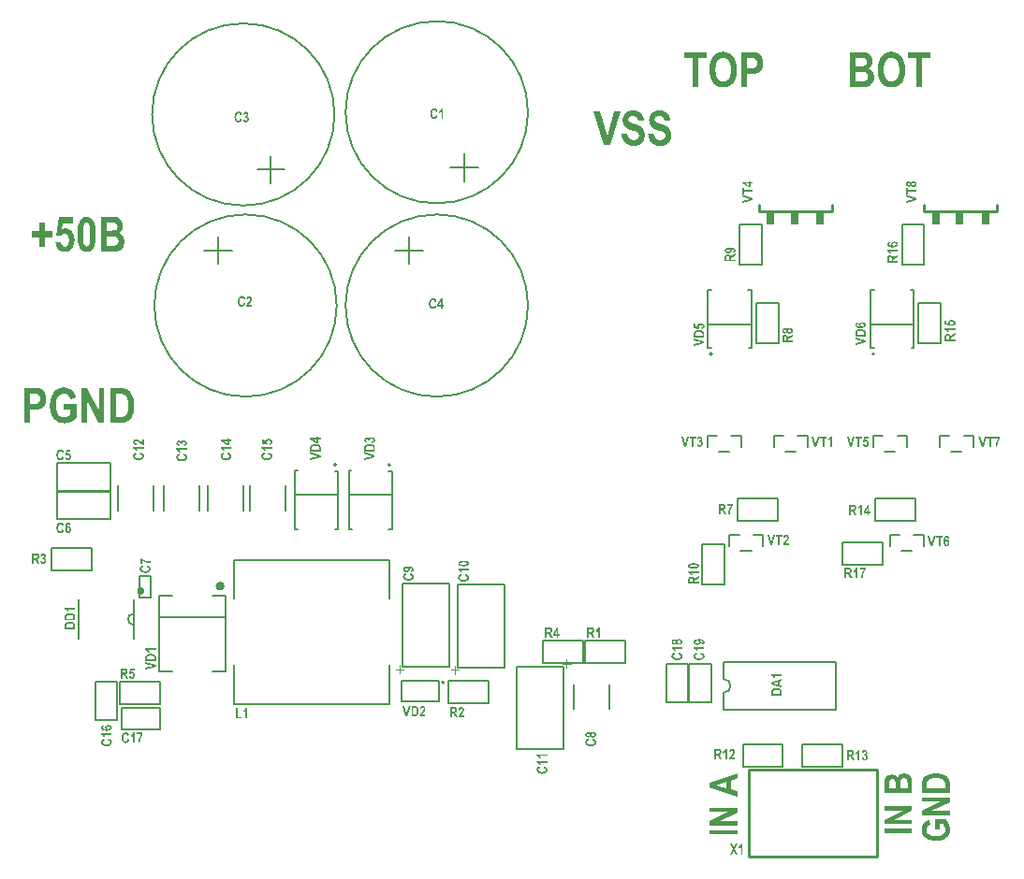
<source format=gto>
G04*
G04 #@! TF.GenerationSoftware,Altium Limited,Altium Designer,22.7.1 (60)*
G04*
G04 Layer_Color=65535*
%FSLAX43Y43*%
%MOMM*%
G71*
G04*
G04 #@! TF.SameCoordinates,B0B9643B-9B23-428C-A4AC-A12B4A47BFEC*
G04*
G04*
G04 #@! TF.FilePolarity,Positive*
G04*
G01*
G75*
%ADD10C,0.200*%
%ADD11C,0.400*%
%ADD12C,0.254*%
%ADD13C,0.150*%
%ADD14C,0.100*%
%ADD15R,0.700X1.200*%
%ADD16R,0.679X1.200*%
G36*
X109638Y122901D02*
X108879D01*
Y120300D01*
X108361D01*
Y122901D01*
X107597D01*
Y123428D01*
X109638D01*
Y122901D01*
D02*
G37*
G36*
X103571Y123424D02*
X103659Y123419D01*
X103756Y123410D01*
X103853Y123396D01*
X103946Y123378D01*
X103983Y123364D01*
X104020Y123350D01*
X104029Y123345D01*
X104048Y123336D01*
X104080Y123313D01*
X104122Y123285D01*
X104163Y123248D01*
X104214Y123202D01*
X104260Y123146D01*
X104307Y123077D01*
X104311Y123067D01*
X104325Y123044D01*
X104344Y123003D01*
X104367Y122952D01*
X104390Y122887D01*
X104408Y122813D01*
X104422Y122730D01*
X104427Y122642D01*
Y122637D01*
Y122632D01*
Y122605D01*
X104422Y122558D01*
X104413Y122507D01*
X104404Y122443D01*
X104385Y122373D01*
X104358Y122299D01*
X104325Y122230D01*
X104321Y122221D01*
X104307Y122202D01*
X104284Y122170D01*
X104256Y122128D01*
X104214Y122086D01*
X104172Y122040D01*
X104122Y121998D01*
X104061Y121961D01*
X104066D01*
X104071Y121957D01*
X104098Y121948D01*
X104140Y121924D01*
X104196Y121897D01*
X104251Y121860D01*
X104311Y121813D01*
X104371Y121753D01*
X104422Y121684D01*
X104427Y121674D01*
X104441Y121651D01*
X104464Y121610D01*
X104487Y121550D01*
X104510Y121480D01*
X104533Y121401D01*
X104547Y121309D01*
X104552Y121207D01*
Y121202D01*
Y121193D01*
Y121175D01*
X104547Y121152D01*
Y121119D01*
X104543Y121087D01*
X104533Y121008D01*
X104510Y120915D01*
X104483Y120818D01*
X104441Y120721D01*
X104385Y120629D01*
Y120624D01*
X104376Y120619D01*
X104358Y120592D01*
X104321Y120550D01*
X104274Y120504D01*
X104219Y120453D01*
X104149Y120406D01*
X104075Y120365D01*
X103997Y120337D01*
X103987D01*
X103978Y120332D01*
X103964D01*
X103941Y120328D01*
X103918D01*
X103886Y120323D01*
X103849Y120319D01*
X103802Y120314D01*
X103751D01*
X103691Y120309D01*
X103622Y120305D01*
X103548D01*
X103464Y120300D01*
X102400D01*
Y123428D01*
X103529D01*
X103571Y123424D01*
D02*
G37*
G36*
X106186Y123475D02*
X106223D01*
X106269Y123465D01*
X106324Y123456D01*
X106385Y123442D01*
X106449Y123428D01*
X106519Y123405D01*
X106593Y123378D01*
X106667Y123341D01*
X106741Y123303D01*
X106815Y123253D01*
X106889Y123197D01*
X106958Y123132D01*
X107028Y123058D01*
X107032Y123054D01*
X107042Y123040D01*
X107060Y123017D01*
X107083Y122980D01*
X107107Y122938D01*
X107139Y122882D01*
X107171Y122822D01*
X107204Y122753D01*
X107236Y122669D01*
X107264Y122582D01*
X107296Y122484D01*
X107319Y122378D01*
X107343Y122262D01*
X107361Y122137D01*
X107370Y122003D01*
X107375Y121864D01*
Y121855D01*
Y121832D01*
Y121790D01*
X107370Y121735D01*
X107366Y121670D01*
X107356Y121591D01*
X107343Y121508D01*
X107329Y121415D01*
X107310Y121318D01*
X107287Y121221D01*
X107255Y121119D01*
X107218Y121017D01*
X107176Y120915D01*
X107125Y120818D01*
X107070Y120726D01*
X107005Y120638D01*
X107000Y120633D01*
X106991Y120619D01*
X106972Y120601D01*
X106945Y120578D01*
X106912Y120550D01*
X106875Y120513D01*
X106829Y120480D01*
X106773Y120443D01*
X106713Y120406D01*
X106648Y120374D01*
X106579Y120342D01*
X106500Y120309D01*
X106417Y120286D01*
X106324Y120268D01*
X106232Y120254D01*
X106130Y120249D01*
X106107D01*
X106075Y120254D01*
X106037D01*
X105991Y120263D01*
X105936Y120268D01*
X105876Y120281D01*
X105811Y120295D01*
X105741Y120319D01*
X105672Y120342D01*
X105598Y120374D01*
X105524Y120411D01*
X105454Y120457D01*
X105380Y120508D01*
X105316Y120564D01*
X105251Y120633D01*
X105246Y120638D01*
X105237Y120652D01*
X105218Y120679D01*
X105195Y120712D01*
X105167Y120758D01*
X105135Y120814D01*
X105103Y120878D01*
X105070Y120948D01*
X105033Y121031D01*
X105001Y121124D01*
X104968Y121221D01*
X104941Y121327D01*
X104918Y121443D01*
X104899Y121568D01*
X104890Y121702D01*
X104885Y121841D01*
Y121846D01*
Y121864D01*
Y121897D01*
X104890Y121934D01*
Y121980D01*
X104894Y122035D01*
X104899Y122100D01*
X104904Y122165D01*
X104927Y122313D01*
X104955Y122466D01*
X104992Y122619D01*
X105019Y122693D01*
X105047Y122762D01*
Y122767D01*
X105056Y122776D01*
X105066Y122794D01*
X105080Y122822D01*
X105093Y122850D01*
X105112Y122887D01*
X105163Y122966D01*
X105228Y123054D01*
X105297Y123142D01*
X105385Y123225D01*
X105478Y123299D01*
X105482D01*
X105491Y123308D01*
X105505Y123317D01*
X105524Y123327D01*
X105552Y123341D01*
X105584Y123354D01*
X105621Y123373D01*
X105658Y123391D01*
X105755Y123424D01*
X105866Y123452D01*
X105991Y123470D01*
X106130Y123479D01*
X106153D01*
X106186Y123475D01*
D02*
G37*
G36*
X93638Y123424D02*
X93745Y123419D01*
X93842Y123410D01*
X93888Y123405D01*
X93930Y123396D01*
X93967Y123391D01*
X93999Y123382D01*
X94004D01*
X94009Y123378D01*
X94036Y123368D01*
X94078Y123345D01*
X94134Y123317D01*
X94189Y123276D01*
X94254Y123220D01*
X94314Y123155D01*
X94374Y123072D01*
Y123067D01*
X94379Y123063D01*
X94388Y123049D01*
X94397Y123030D01*
X94411Y123007D01*
X94420Y122980D01*
X94434Y122947D01*
X94453Y122906D01*
X94481Y122818D01*
X94504Y122716D01*
X94522Y122595D01*
X94527Y122461D01*
Y122457D01*
Y122447D01*
Y122429D01*
Y122406D01*
X94522Y122378D01*
Y122341D01*
X94513Y122262D01*
X94495Y122174D01*
X94471Y122077D01*
X94439Y121985D01*
X94397Y121892D01*
Y121887D01*
X94393Y121883D01*
X94374Y121855D01*
X94346Y121813D01*
X94309Y121767D01*
X94263Y121716D01*
X94208Y121661D01*
X94143Y121614D01*
X94073Y121573D01*
X94064Y121568D01*
X94055Y121563D01*
X94036Y121559D01*
X94013Y121550D01*
X93990Y121545D01*
X93958Y121536D01*
X93921Y121526D01*
X93879Y121517D01*
X93828Y121508D01*
X93777Y121503D01*
X93717Y121494D01*
X93652Y121489D01*
X93578Y121485D01*
X93500Y121480D01*
X93078D01*
Y120300D01*
X92560D01*
Y123428D01*
X93546D01*
X93638Y123424D01*
D02*
G37*
G36*
X89441Y122901D02*
X88682D01*
Y120300D01*
X88164D01*
Y122901D01*
X87400D01*
Y123428D01*
X89441D01*
Y122901D01*
D02*
G37*
G36*
X90968Y123475D02*
X91005D01*
X91051Y123465D01*
X91107Y123456D01*
X91167Y123442D01*
X91232Y123428D01*
X91301Y123405D01*
X91375Y123378D01*
X91449Y123341D01*
X91523Y123303D01*
X91597Y123253D01*
X91672Y123197D01*
X91741Y123132D01*
X91810Y123058D01*
X91815Y123054D01*
X91824Y123040D01*
X91843Y123017D01*
X91866Y122980D01*
X91889Y122938D01*
X91921Y122882D01*
X91954Y122822D01*
X91986Y122753D01*
X92019Y122669D01*
X92046Y122582D01*
X92079Y122484D01*
X92102Y122378D01*
X92125Y122262D01*
X92144Y122137D01*
X92153Y122003D01*
X92157Y121864D01*
Y121855D01*
Y121832D01*
Y121790D01*
X92153Y121735D01*
X92148Y121670D01*
X92139Y121591D01*
X92125Y121508D01*
X92111Y121415D01*
X92093Y121318D01*
X92070Y121221D01*
X92037Y121119D01*
X92000Y121017D01*
X91958Y120916D01*
X91908Y120818D01*
X91852Y120726D01*
X91787Y120638D01*
X91783Y120633D01*
X91773Y120619D01*
X91755Y120601D01*
X91727Y120578D01*
X91695Y120550D01*
X91658Y120513D01*
X91611Y120480D01*
X91556Y120443D01*
X91496Y120406D01*
X91431Y120374D01*
X91361Y120342D01*
X91283Y120309D01*
X91199Y120286D01*
X91107Y120268D01*
X91014Y120254D01*
X90913Y120249D01*
X90889D01*
X90857Y120254D01*
X90820D01*
X90774Y120263D01*
X90718Y120268D01*
X90658Y120281D01*
X90593Y120295D01*
X90524Y120319D01*
X90454Y120342D01*
X90380Y120374D01*
X90306Y120411D01*
X90237Y120457D01*
X90163Y120508D01*
X90098Y120564D01*
X90033Y120633D01*
X90029Y120638D01*
X90019Y120652D01*
X90001Y120679D01*
X89978Y120712D01*
X89950Y120758D01*
X89918Y120814D01*
X89885Y120878D01*
X89853Y120948D01*
X89816Y121031D01*
X89783Y121124D01*
X89751Y121221D01*
X89723Y121327D01*
X89700Y121443D01*
X89682Y121568D01*
X89672Y121702D01*
X89668Y121841D01*
Y121846D01*
Y121864D01*
Y121897D01*
X89672Y121934D01*
Y121980D01*
X89677Y122035D01*
X89682Y122100D01*
X89686Y122165D01*
X89709Y122313D01*
X89737Y122466D01*
X89774Y122619D01*
X89802Y122693D01*
X89830Y122762D01*
Y122767D01*
X89839Y122776D01*
X89848Y122794D01*
X89862Y122822D01*
X89876Y122850D01*
X89894Y122887D01*
X89945Y122966D01*
X90010Y123054D01*
X90080Y123142D01*
X90167Y123225D01*
X90260Y123299D01*
X90265D01*
X90274Y123308D01*
X90288Y123317D01*
X90306Y123327D01*
X90334Y123341D01*
X90366Y123354D01*
X90403Y123373D01*
X90441Y123391D01*
X90538Y123424D01*
X90649Y123452D01*
X90774Y123470D01*
X90913Y123479D01*
X90936D01*
X90968Y123475D01*
D02*
G37*
G36*
X85226Y118175D02*
X85263Y118170D01*
X85309Y118165D01*
X85355Y118161D01*
X85411Y118147D01*
X85522Y118119D01*
X85642Y118073D01*
X85698Y118045D01*
X85758Y118013D01*
X85809Y117976D01*
X85860Y117929D01*
X85864Y117925D01*
X85869Y117920D01*
X85883Y117902D01*
X85901Y117883D01*
X85920Y117860D01*
X85943Y117828D01*
X85966Y117791D01*
X85989Y117749D01*
X86012Y117703D01*
X86040Y117652D01*
X86063Y117592D01*
X86082Y117531D01*
X86100Y117462D01*
X86114Y117393D01*
X86128Y117314D01*
X86133Y117231D01*
X85614Y117203D01*
Y117207D01*
Y117212D01*
X85610Y117226D01*
X85605Y117245D01*
X85596Y117286D01*
X85582Y117342D01*
X85559Y117397D01*
X85536Y117457D01*
X85503Y117508D01*
X85462Y117555D01*
X85457Y117559D01*
X85443Y117568D01*
X85415Y117587D01*
X85378Y117605D01*
X85332Y117624D01*
X85276Y117643D01*
X85212Y117652D01*
X85138Y117656D01*
X85105D01*
X85064Y117652D01*
X85017Y117647D01*
X84966Y117633D01*
X84915Y117619D01*
X84860Y117596D01*
X84814Y117568D01*
X84809Y117564D01*
X84795Y117555D01*
X84777Y117536D01*
X84758Y117508D01*
X84740Y117476D01*
X84721Y117439D01*
X84707Y117397D01*
X84703Y117351D01*
Y117346D01*
Y117332D01*
X84707Y117309D01*
X84716Y117277D01*
X84726Y117245D01*
X84744Y117212D01*
X84772Y117175D01*
X84804Y117143D01*
X84809Y117138D01*
X84827Y117129D01*
X84855Y117110D01*
X84902Y117087D01*
X84934Y117073D01*
X84966Y117055D01*
X85003Y117041D01*
X85050Y117022D01*
X85096Y117004D01*
X85151Y116985D01*
X85212Y116967D01*
X85276Y116948D01*
X85281D01*
X85295Y116944D01*
X85313Y116939D01*
X85341Y116930D01*
X85374Y116916D01*
X85411Y116907D01*
X85494Y116874D01*
X85586Y116837D01*
X85679Y116800D01*
X85767Y116754D01*
X85809Y116731D01*
X85841Y116708D01*
X85850Y116703D01*
X85869Y116685D01*
X85901Y116661D01*
X85943Y116624D01*
X85984Y116578D01*
X86031Y116523D01*
X86072Y116458D01*
X86109Y116388D01*
X86114Y116379D01*
X86123Y116351D01*
X86137Y116310D01*
X86156Y116254D01*
X86174Y116185D01*
X86188Y116101D01*
X86197Y116009D01*
X86202Y115907D01*
Y115902D01*
Y115889D01*
Y115870D01*
X86197Y115838D01*
X86193Y115805D01*
X86188Y115764D01*
X86179Y115717D01*
X86170Y115671D01*
X86142Y115560D01*
X86096Y115444D01*
X86068Y115389D01*
X86031Y115333D01*
X85994Y115278D01*
X85947Y115222D01*
X85943Y115218D01*
X85934Y115208D01*
X85920Y115199D01*
X85901Y115180D01*
X85873Y115157D01*
X85841Y115134D01*
X85799Y115111D01*
X85758Y115088D01*
X85707Y115060D01*
X85647Y115037D01*
X85582Y115014D01*
X85512Y114991D01*
X85434Y114972D01*
X85350Y114963D01*
X85263Y114954D01*
X85165Y114949D01*
X85124D01*
X85077Y114958D01*
X85017Y114968D01*
X84943Y114981D01*
X84860Y115005D01*
X84772Y115037D01*
X84679Y115083D01*
X84587Y115139D01*
X84494Y115213D01*
X84406Y115296D01*
X84365Y115347D01*
X84323Y115403D01*
X84286Y115463D01*
X84254Y115523D01*
X84221Y115592D01*
X84189Y115666D01*
X84166Y115750D01*
X84143Y115833D01*
X84129Y115926D01*
X84115Y116023D01*
X84619Y116083D01*
Y116078D01*
X84624Y116055D01*
X84629Y116027D01*
X84638Y115990D01*
X84652Y115944D01*
X84670Y115893D01*
X84693Y115838D01*
X84721Y115782D01*
X84753Y115727D01*
X84790Y115671D01*
X84837Y115620D01*
X84892Y115574D01*
X84952Y115537D01*
X85017Y115509D01*
X85096Y115486D01*
X85179Y115481D01*
X85216D01*
X85258Y115486D01*
X85313Y115495D01*
X85369Y115509D01*
X85429Y115532D01*
X85489Y115560D01*
X85545Y115602D01*
X85549Y115606D01*
X85568Y115625D01*
X85591Y115653D01*
X85614Y115685D01*
X85642Y115731D01*
X85661Y115782D01*
X85679Y115842D01*
X85684Y115907D01*
Y115912D01*
Y115926D01*
X85679Y115944D01*
Y115972D01*
X85661Y116027D01*
X85651Y116060D01*
X85633Y116088D01*
Y116092D01*
X85623Y116101D01*
X85596Y116129D01*
X85577Y116148D01*
X85554Y116171D01*
X85522Y116189D01*
X85489Y116208D01*
X85485Y116213D01*
X85471Y116217D01*
X85438Y116231D01*
X85397Y116250D01*
X85369Y116259D01*
X85337Y116268D01*
X85300Y116282D01*
X85253Y116296D01*
X85207Y116314D01*
X85151Y116333D01*
X85091Y116351D01*
X85026Y116370D01*
X85022D01*
X85013Y116374D01*
X84994Y116379D01*
X84971Y116388D01*
X84943Y116398D01*
X84915Y116407D01*
X84841Y116435D01*
X84763Y116467D01*
X84679Y116504D01*
X84605Y116546D01*
X84541Y116587D01*
X84536Y116592D01*
X84517Y116610D01*
X84490Y116634D01*
X84453Y116671D01*
X84416Y116712D01*
X84374Y116763D01*
X84332Y116823D01*
X84295Y116893D01*
X84291Y116902D01*
X84281Y116925D01*
X84268Y116967D01*
X84254Y117018D01*
X84235Y117078D01*
X84221Y117147D01*
X84212Y117226D01*
X84207Y117305D01*
Y117309D01*
Y117314D01*
Y117328D01*
Y117346D01*
X84212Y117397D01*
X84221Y117457D01*
X84235Y117527D01*
X84258Y117605D01*
X84286Y117684D01*
X84323Y117763D01*
Y117767D01*
X84328Y117772D01*
X84346Y117795D01*
X84369Y117832D01*
X84406Y117879D01*
X84453Y117929D01*
X84508Y117980D01*
X84568Y118031D01*
X84642Y118073D01*
X84647D01*
X84652Y118078D01*
X84679Y118091D01*
X84726Y118105D01*
X84786Y118128D01*
X84860Y118147D01*
X84943Y118161D01*
X85045Y118175D01*
X85151Y118179D01*
X85193D01*
X85226Y118175D01*
D02*
G37*
G36*
X82833D02*
X82870Y118170D01*
X82916Y118165D01*
X82962Y118161D01*
X83018Y118147D01*
X83129Y118119D01*
X83249Y118073D01*
X83305Y118045D01*
X83365Y118013D01*
X83416Y117976D01*
X83467Y117929D01*
X83472Y117925D01*
X83476Y117920D01*
X83490Y117902D01*
X83509Y117883D01*
X83527Y117860D01*
X83550Y117828D01*
X83573Y117791D01*
X83596Y117749D01*
X83620Y117703D01*
X83647Y117652D01*
X83671Y117592D01*
X83689Y117531D01*
X83708Y117462D01*
X83721Y117393D01*
X83735Y117314D01*
X83740Y117231D01*
X83222Y117203D01*
Y117207D01*
Y117212D01*
X83217Y117226D01*
X83212Y117245D01*
X83203Y117286D01*
X83189Y117342D01*
X83166Y117397D01*
X83143Y117457D01*
X83111Y117508D01*
X83069Y117555D01*
X83064Y117559D01*
X83050Y117568D01*
X83023Y117587D01*
X82986Y117605D01*
X82939Y117624D01*
X82884Y117643D01*
X82819Y117652D01*
X82745Y117656D01*
X82713D01*
X82671Y117652D01*
X82625Y117647D01*
X82574Y117633D01*
X82523Y117619D01*
X82467Y117596D01*
X82421Y117568D01*
X82416Y117564D01*
X82402Y117555D01*
X82384Y117536D01*
X82365Y117508D01*
X82347Y117476D01*
X82328Y117439D01*
X82315Y117397D01*
X82310Y117351D01*
Y117346D01*
Y117332D01*
X82315Y117309D01*
X82324Y117277D01*
X82333Y117245D01*
X82352Y117212D01*
X82379Y117175D01*
X82412Y117143D01*
X82416Y117138D01*
X82435Y117129D01*
X82463Y117110D01*
X82509Y117087D01*
X82541Y117073D01*
X82574Y117055D01*
X82611Y117041D01*
X82657Y117022D01*
X82703Y117004D01*
X82759Y116985D01*
X82819Y116967D01*
X82884Y116948D01*
X82888D01*
X82902Y116944D01*
X82921Y116939D01*
X82949Y116930D01*
X82981Y116916D01*
X83018Y116907D01*
X83101Y116874D01*
X83194Y116837D01*
X83286Y116800D01*
X83374Y116754D01*
X83416Y116731D01*
X83448Y116708D01*
X83458Y116703D01*
X83476Y116685D01*
X83509Y116661D01*
X83550Y116624D01*
X83592Y116578D01*
X83638Y116523D01*
X83680Y116458D01*
X83717Y116388D01*
X83721Y116379D01*
X83731Y116351D01*
X83745Y116310D01*
X83763Y116254D01*
X83782Y116185D01*
X83795Y116101D01*
X83805Y116009D01*
X83809Y115907D01*
Y115902D01*
Y115889D01*
Y115870D01*
X83805Y115838D01*
X83800Y115805D01*
X83795Y115764D01*
X83786Y115717D01*
X83777Y115671D01*
X83749Y115560D01*
X83703Y115444D01*
X83675Y115389D01*
X83638Y115333D01*
X83601Y115278D01*
X83555Y115222D01*
X83550Y115218D01*
X83541Y115208D01*
X83527Y115199D01*
X83509Y115180D01*
X83481Y115157D01*
X83448Y115134D01*
X83407Y115111D01*
X83365Y115088D01*
X83314Y115060D01*
X83254Y115037D01*
X83189Y115014D01*
X83120Y114991D01*
X83041Y114972D01*
X82958Y114963D01*
X82870Y114954D01*
X82773Y114949D01*
X82731D01*
X82685Y114958D01*
X82625Y114968D01*
X82551Y114981D01*
X82467Y115005D01*
X82379Y115037D01*
X82287Y115083D01*
X82194Y115139D01*
X82102Y115213D01*
X82014Y115296D01*
X81972Y115347D01*
X81930Y115403D01*
X81893Y115463D01*
X81861Y115523D01*
X81829Y115592D01*
X81796Y115666D01*
X81773Y115750D01*
X81750Y115833D01*
X81736Y115926D01*
X81722Y116023D01*
X82227Y116083D01*
Y116078D01*
X82231Y116055D01*
X82236Y116027D01*
X82245Y115990D01*
X82259Y115944D01*
X82278Y115893D01*
X82301Y115838D01*
X82328Y115782D01*
X82361Y115727D01*
X82398Y115671D01*
X82444Y115620D01*
X82500Y115574D01*
X82560Y115537D01*
X82625Y115509D01*
X82703Y115486D01*
X82787Y115481D01*
X82824D01*
X82865Y115486D01*
X82921Y115495D01*
X82976Y115509D01*
X83037Y115532D01*
X83097Y115560D01*
X83152Y115602D01*
X83157Y115606D01*
X83175Y115625D01*
X83198Y115653D01*
X83222Y115685D01*
X83249Y115731D01*
X83268Y115782D01*
X83286Y115842D01*
X83291Y115907D01*
Y115912D01*
Y115926D01*
X83286Y115944D01*
Y115972D01*
X83268Y116027D01*
X83259Y116060D01*
X83240Y116088D01*
Y116092D01*
X83231Y116101D01*
X83203Y116129D01*
X83185Y116148D01*
X83161Y116171D01*
X83129Y116189D01*
X83097Y116208D01*
X83092Y116213D01*
X83078Y116217D01*
X83046Y116231D01*
X83004Y116250D01*
X82976Y116259D01*
X82944Y116268D01*
X82907Y116282D01*
X82861Y116296D01*
X82814Y116314D01*
X82759Y116333D01*
X82699Y116351D01*
X82634Y116370D01*
X82629D01*
X82620Y116374D01*
X82601Y116379D01*
X82578Y116388D01*
X82551Y116398D01*
X82523Y116407D01*
X82449Y116435D01*
X82370Y116467D01*
X82287Y116504D01*
X82213Y116546D01*
X82148Y116587D01*
X82143Y116592D01*
X82125Y116610D01*
X82097Y116634D01*
X82060Y116671D01*
X82023Y116712D01*
X81981Y116763D01*
X81940Y116823D01*
X81903Y116893D01*
X81898Y116902D01*
X81889Y116925D01*
X81875Y116967D01*
X81861Y117018D01*
X81843Y117078D01*
X81829Y117147D01*
X81819Y117226D01*
X81815Y117305D01*
Y117309D01*
Y117314D01*
Y117328D01*
Y117346D01*
X81819Y117397D01*
X81829Y117457D01*
X81843Y117527D01*
X81866Y117605D01*
X81893Y117684D01*
X81930Y117763D01*
Y117767D01*
X81935Y117772D01*
X81954Y117795D01*
X81977Y117832D01*
X82014Y117879D01*
X82060Y117929D01*
X82116Y117980D01*
X82176Y118031D01*
X82250Y118073D01*
X82254D01*
X82259Y118078D01*
X82287Y118091D01*
X82333Y118105D01*
X82393Y118128D01*
X82467Y118147D01*
X82551Y118161D01*
X82652Y118175D01*
X82759Y118179D01*
X82800D01*
X82833Y118175D01*
D02*
G37*
G36*
X80676Y115000D02*
X80112D01*
X79200Y118128D01*
X79760D01*
X80408Y115810D01*
X81033Y118128D01*
X81588D01*
X80676Y115000D01*
D02*
G37*
G36*
X31356Y93075D02*
X31393Y93070D01*
X31439Y93065D01*
X31490Y93061D01*
X31541Y93052D01*
X31661Y93024D01*
X31782Y92982D01*
X31842Y92954D01*
X31902Y92922D01*
X31962Y92885D01*
X32013Y92843D01*
X32018Y92839D01*
X32027Y92834D01*
X32041Y92820D01*
X32059Y92802D01*
X32078Y92774D01*
X32106Y92746D01*
X32134Y92709D01*
X32161Y92667D01*
X32194Y92621D01*
X32221Y92570D01*
X32254Y92515D01*
X32282Y92455D01*
X32309Y92385D01*
X32337Y92316D01*
X32356Y92237D01*
X32374Y92154D01*
X31860Y92038D01*
Y92043D01*
X31856Y92047D01*
X31847Y92080D01*
X31833Y92121D01*
X31810Y92177D01*
X31782Y92232D01*
X31745Y92297D01*
X31698Y92357D01*
X31648Y92408D01*
X31643Y92413D01*
X31620Y92427D01*
X31587Y92450D01*
X31546Y92473D01*
X31490Y92496D01*
X31430Y92519D01*
X31361Y92533D01*
X31282Y92538D01*
X31250D01*
X31226Y92533D01*
X31199Y92529D01*
X31166Y92524D01*
X31092Y92506D01*
X31004Y92473D01*
X30916Y92427D01*
X30870Y92399D01*
X30828Y92367D01*
X30787Y92325D01*
X30745Y92279D01*
Y92274D01*
X30736Y92265D01*
X30727Y92251D01*
X30713Y92232D01*
X30699Y92205D01*
X30680Y92172D01*
X30662Y92131D01*
X30643Y92084D01*
X30625Y92033D01*
X30606Y91978D01*
X30588Y91913D01*
X30574Y91844D01*
X30560Y91765D01*
X30551Y91682D01*
X30546Y91594D01*
X30542Y91497D01*
Y91492D01*
Y91473D01*
Y91441D01*
X30546Y91404D01*
Y91358D01*
X30555Y91302D01*
X30560Y91242D01*
X30569Y91182D01*
X30597Y91043D01*
X30634Y90900D01*
X30690Y90761D01*
X30722Y90701D01*
X30759Y90640D01*
X30764Y90636D01*
X30768Y90631D01*
X30796Y90603D01*
X30838Y90562D01*
X30893Y90516D01*
X30967Y90469D01*
X31060Y90428D01*
X31162Y90400D01*
X31217Y90395D01*
X31277Y90391D01*
X31305D01*
X31333Y90395D01*
X31370Y90400D01*
X31416Y90409D01*
X31472Y90418D01*
X31527Y90437D01*
X31587Y90460D01*
X31597Y90465D01*
X31615Y90474D01*
X31648Y90488D01*
X31689Y90511D01*
X31731Y90539D01*
X31782Y90571D01*
X31833Y90608D01*
X31884Y90654D01*
Y91048D01*
X31291D01*
Y91575D01*
X32407D01*
Y90330D01*
X32397Y90321D01*
X32374Y90298D01*
X32337Y90261D01*
X32282Y90215D01*
X32212Y90159D01*
X32134Y90104D01*
X32036Y90043D01*
X31925Y89988D01*
X31921D01*
X31911Y89983D01*
X31893Y89974D01*
X31874Y89965D01*
X31842Y89956D01*
X31810Y89946D01*
X31731Y89919D01*
X31638Y89895D01*
X31532Y89872D01*
X31421Y89854D01*
X31305Y89849D01*
X31268D01*
X31240Y89854D01*
X31208D01*
X31171Y89858D01*
X31125Y89863D01*
X31078Y89872D01*
X30977Y89895D01*
X30861Y89928D01*
X30745Y89974D01*
X30634Y90034D01*
X30629Y90039D01*
X30620Y90043D01*
X30606Y90053D01*
X30588Y90071D01*
X30532Y90113D01*
X30467Y90173D01*
X30393Y90252D01*
X30315Y90349D01*
X30241Y90460D01*
X30171Y90590D01*
Y90594D01*
X30162Y90608D01*
X30157Y90627D01*
X30144Y90654D01*
X30134Y90691D01*
X30120Y90733D01*
X30102Y90784D01*
X30088Y90839D01*
X30074Y90900D01*
X30056Y90969D01*
X30042Y91038D01*
X30032Y91117D01*
X30014Y91284D01*
X30005Y91464D01*
Y91469D01*
Y91487D01*
Y91515D01*
X30009Y91552D01*
Y91594D01*
X30014Y91649D01*
X30019Y91705D01*
X30028Y91770D01*
X30046Y91909D01*
X30079Y92057D01*
X30120Y92205D01*
X30176Y92348D01*
Y92353D01*
X30185Y92367D01*
X30194Y92385D01*
X30208Y92408D01*
X30222Y92441D01*
X30245Y92473D01*
X30296Y92552D01*
X30361Y92644D01*
X30435Y92732D01*
X30523Y92820D01*
X30620Y92894D01*
X30625D01*
X30634Y92903D01*
X30648Y92913D01*
X30671Y92922D01*
X30694Y92936D01*
X30727Y92954D01*
X30764Y92968D01*
X30805Y92987D01*
X30902Y93019D01*
X31014Y93052D01*
X31139Y93070D01*
X31277Y93079D01*
X31324D01*
X31356Y93075D01*
D02*
G37*
G36*
X34933Y89900D02*
X34410D01*
X33378Y91936D01*
Y89900D01*
X32897D01*
Y93028D01*
X33397D01*
X34452Y90937D01*
Y93028D01*
X34933D01*
Y89900D01*
D02*
G37*
G36*
X36502Y93024D02*
X36535D01*
X36613Y93019D01*
X36701Y93010D01*
X36789Y92991D01*
X36877Y92973D01*
X36951Y92945D01*
X36960Y92941D01*
X36984Y92931D01*
X37016Y92908D01*
X37062Y92880D01*
X37113Y92843D01*
X37173Y92797D01*
X37229Y92742D01*
X37289Y92677D01*
X37298Y92667D01*
X37317Y92644D01*
X37345Y92603D01*
X37377Y92543D01*
X37419Y92473D01*
X37460Y92390D01*
X37497Y92293D01*
X37534Y92182D01*
Y92177D01*
X37539Y92168D01*
X37543Y92149D01*
X37548Y92126D01*
X37553Y92098D01*
X37562Y92061D01*
X37571Y92020D01*
X37581Y91973D01*
X37585Y91922D01*
X37594Y91867D01*
X37604Y91807D01*
X37608Y91737D01*
X37618Y91594D01*
X37622Y91432D01*
Y91427D01*
Y91413D01*
Y91390D01*
Y91362D01*
X37618Y91330D01*
Y91288D01*
X37613Y91242D01*
Y91191D01*
X37599Y91080D01*
X37585Y90960D01*
X37562Y90839D01*
X37530Y90724D01*
Y90719D01*
X37525Y90710D01*
X37520Y90696D01*
X37511Y90673D01*
X37493Y90617D01*
X37465Y90553D01*
X37432Y90474D01*
X37391Y90395D01*
X37345Y90317D01*
X37294Y90247D01*
X37289Y90238D01*
X37270Y90219D01*
X37238Y90187D01*
X37201Y90150D01*
X37150Y90108D01*
X37095Y90067D01*
X37030Y90025D01*
X36956Y89988D01*
X36946Y89983D01*
X36919Y89974D01*
X36877Y89960D01*
X36817Y89946D01*
X36743Y89928D01*
X36655Y89914D01*
X36553Y89905D01*
X36442Y89900D01*
X35470D01*
Y93028D01*
X36474D01*
X36502Y93024D01*
D02*
G37*
G36*
X28778D02*
X28885Y93019D01*
X28982Y93010D01*
X29028Y93005D01*
X29070Y92996D01*
X29107Y92991D01*
X29139Y92982D01*
X29144D01*
X29149Y92978D01*
X29176Y92968D01*
X29218Y92945D01*
X29273Y92917D01*
X29329Y92876D01*
X29394Y92820D01*
X29454Y92755D01*
X29514Y92672D01*
Y92667D01*
X29519Y92663D01*
X29528Y92649D01*
X29537Y92630D01*
X29551Y92607D01*
X29560Y92580D01*
X29574Y92547D01*
X29593Y92506D01*
X29621Y92418D01*
X29644Y92316D01*
X29662Y92195D01*
X29667Y92061D01*
Y92057D01*
Y92047D01*
Y92029D01*
Y92006D01*
X29662Y91978D01*
Y91941D01*
X29653Y91862D01*
X29634Y91774D01*
X29611Y91677D01*
X29579Y91585D01*
X29537Y91492D01*
Y91487D01*
X29533Y91483D01*
X29514Y91455D01*
X29486Y91413D01*
X29449Y91367D01*
X29403Y91316D01*
X29348Y91261D01*
X29283Y91214D01*
X29213Y91173D01*
X29204Y91168D01*
X29195Y91163D01*
X29176Y91159D01*
X29153Y91150D01*
X29130Y91145D01*
X29098Y91136D01*
X29061Y91126D01*
X29019Y91117D01*
X28968Y91108D01*
X28917Y91103D01*
X28857Y91094D01*
X28792Y91089D01*
X28718Y91085D01*
X28639Y91080D01*
X28218D01*
Y89900D01*
X27700D01*
Y93028D01*
X28686D01*
X28778Y93024D01*
D02*
G37*
G36*
X29520Y107223D02*
X30196D01*
Y106663D01*
X29520D01*
Y105849D01*
X29071D01*
Y106663D01*
X28400D01*
Y107223D01*
X29071D01*
Y108038D01*
X29520D01*
Y107223D01*
D02*
G37*
G36*
X32116Y107927D02*
X31191D01*
X31107Y107390D01*
X31117Y107395D01*
X31135Y107409D01*
X31167Y107422D01*
X31214Y107446D01*
X31265Y107464D01*
X31320Y107478D01*
X31380Y107492D01*
X31445Y107496D01*
X31473D01*
X31496Y107492D01*
X31524Y107487D01*
X31552Y107483D01*
X31626Y107469D01*
X31704Y107436D01*
X31792Y107395D01*
X31839Y107367D01*
X31880Y107334D01*
X31922Y107297D01*
X31963Y107256D01*
X31968Y107251D01*
X31977Y107242D01*
X31987Y107223D01*
X32005Y107200D01*
X32024Y107168D01*
X32047Y107131D01*
X32075Y107089D01*
X32098Y107043D01*
X32121Y106987D01*
X32149Y106927D01*
X32172Y106858D01*
X32190Y106788D01*
X32209Y106710D01*
X32223Y106631D01*
X32227Y106543D01*
X32232Y106451D01*
Y106446D01*
Y106432D01*
Y106409D01*
X32227Y106381D01*
Y106344D01*
X32218Y106302D01*
X32213Y106256D01*
X32204Y106201D01*
X32176Y106085D01*
X32135Y105955D01*
X32107Y105891D01*
X32079Y105826D01*
X32042Y105756D01*
X32000Y105692D01*
X31996Y105687D01*
X31991Y105678D01*
X31977Y105659D01*
X31959Y105636D01*
X31936Y105613D01*
X31908Y105585D01*
X31871Y105553D01*
X31834Y105520D01*
X31792Y105488D01*
X31741Y105456D01*
X31690Y105428D01*
X31630Y105405D01*
X31570Y105381D01*
X31501Y105363D01*
X31431Y105354D01*
X31353Y105349D01*
X31320D01*
X31297Y105354D01*
X31269D01*
X31232Y105363D01*
X31154Y105377D01*
X31066Y105405D01*
X30968Y105442D01*
X30876Y105497D01*
X30830Y105534D01*
X30783Y105571D01*
X30779Y105576D01*
X30774Y105580D01*
X30760Y105594D01*
X30746Y105613D01*
X30728Y105636D01*
X30709Y105664D01*
X30686Y105696D01*
X30663Y105733D01*
X30640Y105775D01*
X30617Y105826D01*
X30594Y105877D01*
X30570Y105932D01*
X30552Y105992D01*
X30533Y106062D01*
X30510Y106205D01*
X31001Y106270D01*
Y106261D01*
X31006Y106238D01*
X31015Y106196D01*
X31024Y106150D01*
X31038Y106099D01*
X31061Y106048D01*
X31089Y105992D01*
X31126Y105946D01*
X31130Y105941D01*
X31144Y105928D01*
X31167Y105909D01*
X31195Y105891D01*
X31228Y105867D01*
X31269Y105849D01*
X31311Y105835D01*
X31357Y105830D01*
X31362D01*
X31385Y105835D01*
X31413Y105840D01*
X31445Y105849D01*
X31487Y105867D01*
X31533Y105895D01*
X31575Y105928D01*
X31616Y105978D01*
X31621Y105988D01*
X31635Y106006D01*
X31653Y106043D01*
X31672Y106090D01*
X31690Y106154D01*
X31709Y106233D01*
X31723Y106330D01*
X31727Y106437D01*
Y106441D01*
Y106451D01*
Y106464D01*
Y106488D01*
X31723Y106538D01*
X31714Y106603D01*
X31700Y106673D01*
X31681Y106747D01*
X31653Y106812D01*
X31616Y106872D01*
X31612Y106876D01*
X31598Y106895D01*
X31575Y106918D01*
X31542Y106946D01*
X31505Y106969D01*
X31454Y106992D01*
X31403Y107010D01*
X31343Y107015D01*
X31334D01*
X31306Y107010D01*
X31269Y107001D01*
X31218Y106987D01*
X31158Y106960D01*
X31093Y106918D01*
X31061Y106895D01*
X31029Y106862D01*
X30996Y106830D01*
X30964Y106788D01*
X30566Y106858D01*
X30816Y108487D01*
X32116D01*
Y107927D01*
D02*
G37*
G36*
X35768Y108524D02*
X35856Y108519D01*
X35953Y108510D01*
X36050Y108496D01*
X36142Y108478D01*
X36179Y108464D01*
X36216Y108450D01*
X36226Y108445D01*
X36244Y108436D01*
X36277Y108413D01*
X36318Y108385D01*
X36360Y108348D01*
X36411Y108302D01*
X36457Y108246D01*
X36503Y108177D01*
X36508Y108167D01*
X36522Y108144D01*
X36540Y108103D01*
X36564Y108052D01*
X36587Y107987D01*
X36605Y107913D01*
X36619Y107830D01*
X36624Y107742D01*
Y107737D01*
Y107732D01*
Y107705D01*
X36619Y107658D01*
X36610Y107607D01*
X36601Y107543D01*
X36582Y107473D01*
X36554Y107399D01*
X36522Y107330D01*
X36517Y107321D01*
X36503Y107302D01*
X36480Y107270D01*
X36453Y107228D01*
X36411Y107186D01*
X36369Y107140D01*
X36318Y107098D01*
X36258Y107061D01*
X36263D01*
X36267Y107057D01*
X36295Y107048D01*
X36337Y107024D01*
X36392Y106997D01*
X36448Y106960D01*
X36508Y106913D01*
X36568Y106853D01*
X36619Y106784D01*
X36624Y106774D01*
X36638Y106751D01*
X36661Y106710D01*
X36684Y106650D01*
X36707Y106580D01*
X36730Y106501D01*
X36744Y106409D01*
X36749Y106307D01*
Y106302D01*
Y106293D01*
Y106275D01*
X36744Y106252D01*
Y106219D01*
X36739Y106187D01*
X36730Y106108D01*
X36707Y106016D01*
X36679Y105918D01*
X36638Y105821D01*
X36582Y105729D01*
Y105724D01*
X36573Y105719D01*
X36554Y105692D01*
X36517Y105650D01*
X36471Y105604D01*
X36415Y105553D01*
X36346Y105506D01*
X36272Y105465D01*
X36193Y105437D01*
X36184D01*
X36175Y105432D01*
X36161D01*
X36138Y105428D01*
X36115D01*
X36082Y105423D01*
X36045Y105419D01*
X35999Y105414D01*
X35948D01*
X35888Y105409D01*
X35818Y105405D01*
X35744D01*
X35661Y105400D01*
X34597D01*
Y108528D01*
X35726D01*
X35768Y108524D01*
D02*
G37*
G36*
X33384Y108533D02*
X33417Y108528D01*
X33454Y108519D01*
X33542Y108491D01*
X33588Y108473D01*
X33639Y108450D01*
X33685Y108422D01*
X33736Y108390D01*
X33787Y108348D01*
X33838Y108297D01*
X33884Y108246D01*
X33930Y108181D01*
X33935Y108177D01*
X33940Y108163D01*
X33953Y108144D01*
X33967Y108112D01*
X33986Y108070D01*
X34004Y108024D01*
X34023Y107964D01*
X34046Y107894D01*
X34069Y107811D01*
X34088Y107723D01*
X34106Y107621D01*
X34125Y107506D01*
X34139Y107385D01*
X34152Y107247D01*
X34157Y107103D01*
X34162Y106941D01*
Y106936D01*
Y106932D01*
Y106918D01*
Y106904D01*
Y106858D01*
X34157Y106798D01*
Y106724D01*
X34148Y106645D01*
X34143Y106552D01*
X34134Y106455D01*
X34106Y106252D01*
X34065Y106043D01*
X34037Y105946D01*
X34009Y105858D01*
X33972Y105775D01*
X33930Y105701D01*
X33926Y105696D01*
X33921Y105687D01*
X33907Y105668D01*
X33889Y105645D01*
X33866Y105618D01*
X33838Y105590D01*
X33768Y105525D01*
X33680Y105460D01*
X33579Y105405D01*
X33523Y105381D01*
X33463Y105363D01*
X33398Y105354D01*
X33329Y105349D01*
X33310D01*
X33292Y105354D01*
X33269D01*
X33236Y105358D01*
X33199Y105368D01*
X33111Y105391D01*
X33065Y105409D01*
X33014Y105432D01*
X32968Y105460D01*
X32917Y105497D01*
X32866Y105534D01*
X32815Y105580D01*
X32769Y105636D01*
X32722Y105696D01*
X32718Y105701D01*
X32713Y105715D01*
X32704Y105733D01*
X32685Y105766D01*
X32672Y105807D01*
X32653Y105854D01*
X32630Y105914D01*
X32611Y105983D01*
X32588Y106066D01*
X32570Y106154D01*
X32547Y106256D01*
X32533Y106372D01*
X32519Y106497D01*
X32505Y106636D01*
X32500Y106784D01*
X32496Y106946D01*
Y106950D01*
Y106955D01*
Y106969D01*
Y106983D01*
Y107029D01*
X32500Y107089D01*
X32505Y107159D01*
X32510Y107242D01*
X32514Y107334D01*
X32523Y107432D01*
X32551Y107635D01*
X32593Y107839D01*
X32616Y107936D01*
X32648Y108024D01*
X32681Y108107D01*
X32722Y108181D01*
X32727Y108186D01*
X32732Y108195D01*
X32746Y108214D01*
X32764Y108237D01*
X32787Y108265D01*
X32815Y108292D01*
X32884Y108362D01*
X32972Y108427D01*
X33074Y108482D01*
X33130Y108505D01*
X33190Y108524D01*
X33255Y108533D01*
X33324Y108538D01*
X33361D01*
X33384Y108533D01*
D02*
G37*
G36*
X92200Y57681D02*
X91633Y57503D01*
Y56674D01*
X92200Y56507D01*
Y56066D01*
X89697Y56863D01*
Y57303D01*
X92200Y58129D01*
Y57681D01*
D02*
G37*
G36*
Y54629D02*
X90571Y53804D01*
X92200D01*
Y53418D01*
X89697D01*
Y53818D01*
X91370Y54663D01*
X89697D01*
Y55048D01*
X92200D01*
Y54629D01*
D02*
G37*
G36*
Y52600D02*
X89697D01*
Y53015D01*
X92200D01*
Y52600D01*
D02*
G37*
G36*
X107319Y58125D02*
X107345D01*
X107370Y58122D01*
X107433Y58114D01*
X107507Y58096D01*
X107585Y58074D01*
X107663Y58040D01*
X107737Y57996D01*
X107741D01*
X107744Y57988D01*
X107767Y57974D01*
X107800Y57944D01*
X107837Y57907D01*
X107878Y57862D01*
X107915Y57807D01*
X107948Y57748D01*
X107970Y57685D01*
Y57677D01*
X107974Y57670D01*
Y57659D01*
X107978Y57640D01*
Y57622D01*
X107981Y57596D01*
X107985Y57566D01*
X107989Y57529D01*
Y57488D01*
X107993Y57440D01*
X107996Y57385D01*
Y57325D01*
X108000Y57259D01*
Y56407D01*
X105497D01*
Y57311D01*
X105500Y57344D01*
X105504Y57414D01*
X105511Y57492D01*
X105522Y57570D01*
X105537Y57644D01*
X105548Y57674D01*
X105560Y57703D01*
X105563Y57711D01*
X105571Y57725D01*
X105589Y57751D01*
X105611Y57785D01*
X105641Y57818D01*
X105678Y57859D01*
X105722Y57896D01*
X105778Y57933D01*
X105785Y57936D01*
X105804Y57948D01*
X105837Y57962D01*
X105878Y57981D01*
X105930Y57999D01*
X105989Y58014D01*
X106056Y58025D01*
X106126Y58029D01*
X106130D01*
X106134D01*
X106156D01*
X106193Y58025D01*
X106234Y58018D01*
X106285Y58011D01*
X106341Y57996D01*
X106400Y57974D01*
X106456Y57948D01*
X106463Y57944D01*
X106478Y57933D01*
X106504Y57914D01*
X106537Y57892D01*
X106571Y57859D01*
X106608Y57825D01*
X106641Y57785D01*
X106671Y57736D01*
Y57740D01*
X106674Y57744D01*
X106682Y57766D01*
X106700Y57799D01*
X106722Y57844D01*
X106752Y57888D01*
X106789Y57936D01*
X106837Y57985D01*
X106893Y58025D01*
X106900Y58029D01*
X106919Y58040D01*
X106952Y58059D01*
X107000Y58077D01*
X107056Y58096D01*
X107119Y58114D01*
X107193Y58125D01*
X107274Y58129D01*
X107278D01*
X107285D01*
X107300D01*
X107319Y58125D01*
D02*
G37*
G36*
X108000Y54763D02*
X106371Y53937D01*
X108000D01*
Y53552D01*
X105497D01*
Y53952D01*
X107170Y54796D01*
X105497D01*
Y55181D01*
X108000D01*
Y54763D01*
D02*
G37*
G36*
Y52733D02*
X105497D01*
Y53148D01*
X108000D01*
Y52733D01*
D02*
G37*
G36*
X110256Y58125D02*
X110289D01*
X110326Y58122D01*
X110367D01*
X110456Y58111D01*
X110552Y58099D01*
X110648Y58081D01*
X110741Y58055D01*
X110745D01*
X110752Y58051D01*
X110763Y58048D01*
X110782Y58040D01*
X110826Y58025D01*
X110878Y58003D01*
X110941Y57977D01*
X111004Y57944D01*
X111067Y57907D01*
X111122Y57866D01*
X111130Y57862D01*
X111144Y57848D01*
X111170Y57822D01*
X111200Y57792D01*
X111233Y57751D01*
X111267Y57707D01*
X111300Y57655D01*
X111330Y57596D01*
X111333Y57588D01*
X111341Y57566D01*
X111352Y57533D01*
X111363Y57485D01*
X111378Y57425D01*
X111389Y57355D01*
X111396Y57274D01*
X111400Y57185D01*
Y56407D01*
X108897D01*
Y57211D01*
X108900Y57233D01*
Y57259D01*
X108904Y57322D01*
X108911Y57392D01*
X108926Y57462D01*
X108941Y57533D01*
X108963Y57592D01*
X108967Y57599D01*
X108974Y57618D01*
X108993Y57644D01*
X109015Y57681D01*
X109045Y57722D01*
X109082Y57770D01*
X109126Y57814D01*
X109178Y57862D01*
X109185Y57870D01*
X109204Y57885D01*
X109237Y57907D01*
X109285Y57933D01*
X109341Y57966D01*
X109408Y57999D01*
X109485Y58029D01*
X109574Y58059D01*
X109578D01*
X109585Y58062D01*
X109600Y58066D01*
X109619Y58070D01*
X109641Y58074D01*
X109671Y58081D01*
X109704Y58088D01*
X109741Y58096D01*
X109782Y58099D01*
X109826Y58107D01*
X109874Y58114D01*
X109930Y58118D01*
X110045Y58125D01*
X110174Y58129D01*
X110178D01*
X110189D01*
X110208D01*
X110230D01*
X110256Y58125D01*
D02*
G37*
G36*
X111400Y55559D02*
X109771Y54733D01*
X111400D01*
Y54348D01*
X108897D01*
Y54748D01*
X110570Y55592D01*
X108897D01*
Y55977D01*
X111400D01*
Y55559D01*
D02*
G37*
G36*
X111063Y53948D02*
X111082Y53929D01*
X111111Y53900D01*
X111148Y53855D01*
X111193Y53800D01*
X111237Y53737D01*
X111285Y53659D01*
X111330Y53570D01*
Y53567D01*
X111333Y53559D01*
X111341Y53544D01*
X111348Y53530D01*
X111356Y53504D01*
X111363Y53478D01*
X111385Y53415D01*
X111404Y53341D01*
X111422Y53255D01*
X111437Y53167D01*
X111441Y53074D01*
Y53044D01*
X111437Y53022D01*
Y52996D01*
X111433Y52967D01*
X111430Y52930D01*
X111422Y52893D01*
X111404Y52811D01*
X111378Y52718D01*
X111341Y52626D01*
X111293Y52537D01*
X111289Y52533D01*
X111285Y52526D01*
X111278Y52515D01*
X111263Y52500D01*
X111230Y52456D01*
X111182Y52404D01*
X111119Y52344D01*
X111041Y52282D01*
X110952Y52222D01*
X110848Y52167D01*
X110844D01*
X110833Y52159D01*
X110819Y52156D01*
X110796Y52144D01*
X110767Y52137D01*
X110733Y52126D01*
X110693Y52111D01*
X110648Y52100D01*
X110600Y52089D01*
X110545Y52074D01*
X110489Y52063D01*
X110426Y52056D01*
X110293Y52041D01*
X110148Y52033D01*
X110145D01*
X110130D01*
X110108D01*
X110078Y52037D01*
X110045D01*
X110000Y52041D01*
X109956Y52044D01*
X109904Y52052D01*
X109793Y52067D01*
X109674Y52093D01*
X109556Y52126D01*
X109441Y52170D01*
X109437D01*
X109426Y52178D01*
X109411Y52185D01*
X109393Y52196D01*
X109367Y52207D01*
X109341Y52226D01*
X109278Y52267D01*
X109204Y52319D01*
X109134Y52378D01*
X109063Y52448D01*
X109004Y52526D01*
Y52530D01*
X108997Y52537D01*
X108989Y52548D01*
X108982Y52567D01*
X108971Y52585D01*
X108956Y52611D01*
X108945Y52641D01*
X108930Y52674D01*
X108904Y52752D01*
X108878Y52841D01*
X108863Y52941D01*
X108856Y53052D01*
Y53089D01*
X108860Y53115D01*
X108863Y53144D01*
X108867Y53181D01*
X108871Y53222D01*
X108878Y53263D01*
X108900Y53359D01*
X108934Y53455D01*
X108956Y53504D01*
X108982Y53552D01*
X109011Y53600D01*
X109045Y53641D01*
X109048Y53644D01*
X109052Y53652D01*
X109063Y53663D01*
X109078Y53678D01*
X109100Y53692D01*
X109122Y53715D01*
X109152Y53737D01*
X109185Y53759D01*
X109222Y53785D01*
X109263Y53807D01*
X109308Y53833D01*
X109356Y53855D01*
X109411Y53878D01*
X109467Y53900D01*
X109530Y53915D01*
X109596Y53929D01*
X109689Y53518D01*
X109685D01*
X109682Y53515D01*
X109656Y53507D01*
X109622Y53496D01*
X109578Y53478D01*
X109534Y53455D01*
X109482Y53426D01*
X109434Y53389D01*
X109393Y53348D01*
X109389Y53344D01*
X109378Y53326D01*
X109359Y53300D01*
X109341Y53267D01*
X109322Y53222D01*
X109304Y53174D01*
X109293Y53118D01*
X109289Y53056D01*
Y53030D01*
X109293Y53011D01*
X109297Y52989D01*
X109300Y52963D01*
X109315Y52904D01*
X109341Y52833D01*
X109378Y52763D01*
X109400Y52726D01*
X109426Y52693D01*
X109459Y52659D01*
X109496Y52626D01*
X109500D01*
X109508Y52619D01*
X109519Y52611D01*
X109534Y52600D01*
X109556Y52589D01*
X109582Y52574D01*
X109615Y52559D01*
X109652Y52544D01*
X109693Y52530D01*
X109737Y52515D01*
X109789Y52500D01*
X109845Y52489D01*
X109908Y52478D01*
X109974Y52470D01*
X110045Y52467D01*
X110122Y52463D01*
X110126D01*
X110141D01*
X110167D01*
X110196Y52467D01*
X110233D01*
X110278Y52474D01*
X110326Y52478D01*
X110374Y52485D01*
X110485Y52507D01*
X110600Y52537D01*
X110711Y52581D01*
X110759Y52607D01*
X110807Y52637D01*
X110811Y52641D01*
X110815Y52644D01*
X110837Y52667D01*
X110870Y52700D01*
X110907Y52744D01*
X110944Y52804D01*
X110978Y52878D01*
X111000Y52959D01*
X111004Y53004D01*
X111007Y53052D01*
Y53074D01*
X111004Y53096D01*
X111000Y53126D01*
X110993Y53163D01*
X110985Y53207D01*
X110970Y53252D01*
X110952Y53300D01*
X110948Y53307D01*
X110941Y53322D01*
X110930Y53348D01*
X110911Y53381D01*
X110889Y53415D01*
X110863Y53455D01*
X110833Y53496D01*
X110796Y53537D01*
X110482D01*
Y53063D01*
X110059D01*
Y53955D01*
X111056D01*
X111063Y53948D01*
D02*
G37*
G36*
X88274Y77168D02*
X88297D01*
X88321Y77165D01*
X88349Y77164D01*
X88379Y77161D01*
X88441Y77152D01*
X88504Y77140D01*
X88534Y77131D01*
X88560Y77123D01*
X88586Y77111D01*
X88608Y77099D01*
X88610Y77097D01*
X88613Y77096D01*
X88618Y77092D01*
X88625Y77086D01*
X88634Y77079D01*
X88642Y77071D01*
X88662Y77049D01*
X88682Y77023D01*
X88699Y76992D01*
X88706Y76975D01*
X88711Y76956D01*
X88714Y76937D01*
X88716Y76916D01*
Y76910D01*
X88714Y76904D01*
Y76897D01*
X88713Y76887D01*
X88710Y76876D01*
X88703Y76849D01*
X88697Y76835D01*
X88690Y76820D01*
X88682Y76806D01*
X88670Y76790D01*
X88659Y76775D01*
X88645Y76759D01*
X88628Y76745D01*
X88610Y76731D01*
X88608Y76729D01*
X88604Y76728D01*
X88599Y76725D01*
X88589Y76720D01*
X88576Y76715D01*
X88562Y76710D01*
X88544Y76703D01*
X88522Y76697D01*
X88497Y76690D01*
X88470Y76684D01*
X88439Y76677D01*
X88404Y76673D01*
X88366Y76669D01*
X88324Y76665D01*
X88279Y76663D01*
X88229Y76662D01*
X88228D01*
X88226D01*
X88222D01*
X88218D01*
X88204D01*
X88185Y76663D01*
X88164Y76665D01*
X88139Y76666D01*
X88111Y76667D01*
X88081Y76670D01*
X88019Y76679D01*
X87957Y76691D01*
X87927Y76698D01*
X87901Y76708D01*
X87875Y76718D01*
X87853Y76731D01*
X87851Y76732D01*
X87849Y76734D01*
X87843Y76738D01*
X87836Y76744D01*
X87827Y76751D01*
X87819Y76759D01*
X87798Y76780D01*
X87778Y76807D01*
X87761Y76838D01*
X87754Y76855D01*
X87748Y76873D01*
X87746Y76893D01*
X87744Y76914D01*
Y76925D01*
X87746Y76932D01*
X87747Y76942D01*
X87750Y76954D01*
X87758Y76980D01*
X87764Y76994D01*
X87771Y77010D01*
X87779Y77024D01*
X87789Y77040D01*
X87802Y77055D01*
X87818Y77071D01*
X87833Y77085D01*
X87853Y77099D01*
X87854Y77100D01*
X87858Y77102D01*
X87864Y77106D01*
X87874Y77110D01*
X87887Y77116D01*
X87901Y77121D01*
X87919Y77127D01*
X87940Y77134D01*
X87966Y77141D01*
X87992Y77147D01*
X88023Y77152D01*
X88059Y77158D01*
X88095Y77162D01*
X88138Y77166D01*
X88181Y77168D01*
X88231Y77169D01*
X88232D01*
X88233D01*
X88238D01*
X88242D01*
X88256D01*
X88274Y77168D01*
D02*
G37*
G36*
X88700Y76288D02*
X88011D01*
X88012Y76287D01*
X88015Y76284D01*
X88019Y76280D01*
X88026Y76273D01*
X88033Y76266D01*
X88043Y76256D01*
X88053Y76244D01*
X88063Y76232D01*
X88085Y76204D01*
X88109Y76171D01*
X88130Y76133D01*
X88149Y76094D01*
X87982D01*
Y76095D01*
X87981Y76096D01*
X87978Y76105D01*
X87971Y76116D01*
X87963Y76133D01*
X87950Y76153D01*
X87935Y76174D01*
X87916Y76198D01*
X87894Y76223D01*
X87892Y76225D01*
X87891Y76226D01*
X87882Y76235D01*
X87868Y76246D01*
X87850Y76260D01*
X87829Y76276D01*
X87803Y76291D01*
X87775Y76305D01*
X87744Y76316D01*
Y76439D01*
X88700D01*
Y76288D01*
D02*
G37*
G36*
Y75812D02*
X88493Y75699D01*
X88491D01*
X88487Y75696D01*
X88481Y75693D01*
X88474Y75689D01*
X88466Y75683D01*
X88456Y75678D01*
X88434Y75665D01*
X88410Y75651D01*
X88386Y75637D01*
X88376Y75631D01*
X88367Y75624D01*
X88359Y75619D01*
X88353Y75614D01*
X88352Y75613D01*
X88349Y75610D01*
X88343Y75606D01*
X88338Y75600D01*
X88325Y75586D01*
X88318Y75578D01*
X88314Y75568D01*
Y75566D01*
X88312Y75564D01*
X88310Y75558D01*
X88308Y75550D01*
X88305Y75538D01*
X88304Y75524D01*
X88302Y75509D01*
Y75458D01*
X88700D01*
Y75300D01*
X87747D01*
Y75654D01*
X87748Y75664D01*
Y75676D01*
X87750Y75703D01*
X87754Y75733D01*
X87758Y75762D01*
X87765Y75791D01*
X87770Y75803D01*
X87774Y75815D01*
X87775Y75817D01*
X87778Y75824D01*
X87785Y75834D01*
X87795Y75847D01*
X87806Y75861D01*
X87822Y75875D01*
X87840Y75891D01*
X87863Y75905D01*
X87865Y75906D01*
X87874Y75910D01*
X87888Y75916D01*
X87905Y75923D01*
X87927Y75929D01*
X87954Y75934D01*
X87982Y75939D01*
X88015Y75940D01*
X88016D01*
X88019D01*
X88026D01*
X88033Y75939D01*
X88043D01*
X88054Y75937D01*
X88080Y75933D01*
X88108Y75927D01*
X88138Y75917D01*
X88167Y75903D01*
X88195Y75885D01*
X88197D01*
X88198Y75882D01*
X88207Y75875D01*
X88218Y75862D01*
X88231Y75846D01*
X88246Y75824D01*
X88260Y75798D01*
X88271Y75768D01*
X88280Y75733D01*
X88281Y75736D01*
X88287Y75741D01*
X88294Y75751D01*
X88304Y75762D01*
X88315Y75775D01*
X88329Y75789D01*
X88345Y75803D01*
X88360Y75816D01*
X88362Y75817D01*
X88369Y75822D01*
X88380Y75830D01*
X88396Y75840D01*
X88417Y75853D01*
X88429Y75860D01*
X88443Y75868D01*
X88459Y75877D01*
X88476Y75886D01*
X88496Y75896D01*
X88515Y75906D01*
X88700Y76002D01*
Y75812D01*
D02*
G37*
G36*
X88767Y70299D02*
X88790Y70297D01*
X88814Y70296D01*
X88841Y70293D01*
X88870Y70290D01*
X88932Y70281D01*
X88963Y70275D01*
X88994Y70266D01*
X89024Y70257D01*
X89052Y70247D01*
X89079Y70234D01*
X89101Y70220D01*
X89103Y70219D01*
X89106Y70216D01*
X89111Y70211D01*
X89120Y70206D01*
X89128Y70197D01*
X89138Y70188D01*
X89148Y70176D01*
X89158Y70164D01*
X89169Y70149D01*
X89179Y70134D01*
X89197Y70099D01*
X89204Y70079D01*
X89210Y70058D01*
X89214Y70037D01*
X89216Y70013D01*
Y70004D01*
X89214Y69999D01*
X89213Y69982D01*
X89208Y69961D01*
X89201Y69938D01*
X89192Y69914D01*
X89177Y69889D01*
X89158Y69866D01*
X89155Y69863D01*
X89146Y69856D01*
X89132Y69846D01*
X89124Y69841D01*
X89114Y69835D01*
X89101Y69829D01*
X89089Y69822D01*
X89075Y69817D01*
X89058Y69811D01*
X89041Y69805D01*
X89021Y69800D01*
X89001Y69796D01*
X88979Y69793D01*
X88959Y69938D01*
X88960D01*
X88963D01*
X88969Y69939D01*
X88976Y69941D01*
X88993Y69945D01*
X89011Y69952D01*
X89031Y69963D01*
X89048Y69977D01*
X89055Y69987D01*
X89060Y69997D01*
X89063Y70010D01*
X89065Y70023D01*
Y70025D01*
X89063Y70031D01*
X89062Y70039D01*
X89058Y70051D01*
X89052Y70063D01*
X89042Y70078D01*
X89029Y70090D01*
X89013Y70103D01*
X89010Y70104D01*
X89007Y70106D01*
X89001Y70109D01*
X88996Y70111D01*
X88987Y70114D01*
X88977Y70117D01*
X88966Y70120D01*
X88952Y70124D01*
X88936Y70127D01*
X88919Y70131D01*
X88900Y70134D01*
X88877Y70138D01*
X88853Y70141D01*
X88826Y70144D01*
X88798Y70145D01*
X88800Y70144D01*
X88805Y70141D01*
X88812Y70134D01*
X88821Y70127D01*
X88831Y70117D01*
X88839Y70107D01*
X88849Y70094D01*
X88857Y70082D01*
X88859Y70080D01*
X88860Y70076D01*
X88863Y70068D01*
X88867Y70059D01*
X88872Y70047D01*
X88874Y70034D01*
X88876Y70018D01*
X88877Y70003D01*
Y69994D01*
X88876Y69987D01*
X88874Y69980D01*
X88873Y69972D01*
X88866Y69949D01*
X88856Y69925D01*
X88849Y69913D01*
X88842Y69899D01*
X88832Y69886D01*
X88821Y69872D01*
X88808Y69858D01*
X88793Y69845D01*
X88791Y69844D01*
X88788Y69842D01*
X88784Y69839D01*
X88777Y69835D01*
X88769Y69829D01*
X88759Y69824D01*
X88746Y69818D01*
X88732Y69811D01*
X88718Y69805D01*
X88701Y69798D01*
X88681Y69793D01*
X88661Y69789D01*
X88640Y69783D01*
X88618Y69780D01*
X88592Y69779D01*
X88567Y69777D01*
X88566D01*
X88560D01*
X88553D01*
X88542Y69779D01*
X88530Y69780D01*
X88515Y69782D01*
X88499Y69783D01*
X88481Y69786D01*
X88444Y69794D01*
X88405Y69808D01*
X88385Y69815D01*
X88367Y69825D01*
X88349Y69836D01*
X88332Y69849D01*
X88330Y69851D01*
X88327Y69852D01*
X88323Y69856D01*
X88318Y69862D01*
X88312Y69869D01*
X88303Y69877D01*
X88288Y69899D01*
X88272Y69924D01*
X88258Y69955D01*
X88253Y69972D01*
X88248Y69989D01*
X88246Y70007D01*
X88244Y70027D01*
Y70038D01*
X88246Y70047D01*
X88247Y70056D01*
X88250Y70069D01*
X88258Y70096D01*
X88264Y70111D01*
X88271Y70127D01*
X88281Y70142D01*
X88291Y70159D01*
X88303Y70176D01*
X88319Y70192D01*
X88336Y70207D01*
X88356Y70223D01*
X88357Y70224D01*
X88361Y70226D01*
X88367Y70230D01*
X88377Y70235D01*
X88389Y70241D01*
X88405Y70247D01*
X88422Y70254D01*
X88443Y70262D01*
X88467Y70269D01*
X88495Y70276D01*
X88525Y70282D01*
X88559Y70288D01*
X88595Y70293D01*
X88635Y70297D01*
X88678Y70299D01*
X88725Y70300D01*
X88726D01*
X88728D01*
X88736D01*
X88750D01*
X88767Y70299D01*
D02*
G37*
G36*
X89200Y69416D02*
X88511D01*
X88512Y69415D01*
X88515Y69412D01*
X88519Y69408D01*
X88526Y69401D01*
X88533Y69394D01*
X88543Y69384D01*
X88553Y69373D01*
X88563Y69360D01*
X88585Y69332D01*
X88609Y69299D01*
X88630Y69261D01*
X88649Y69222D01*
X88482D01*
Y69223D01*
X88481Y69225D01*
X88478Y69233D01*
X88471Y69244D01*
X88463Y69261D01*
X88450Y69281D01*
X88435Y69302D01*
X88416Y69326D01*
X88394Y69352D01*
X88392Y69353D01*
X88391Y69354D01*
X88382Y69363D01*
X88368Y69374D01*
X88350Y69388D01*
X88329Y69404D01*
X88303Y69419D01*
X88275Y69433D01*
X88244Y69445D01*
Y69567D01*
X89200D01*
Y69416D01*
D02*
G37*
G36*
X88914Y69079D02*
X88922Y69077D01*
X88934Y69074D01*
X88946Y69070D01*
X88962Y69065D01*
X88979Y69060D01*
X88997Y69053D01*
X89035Y69036D01*
X89075Y69015D01*
X89111Y68991D01*
X89127Y68977D01*
X89142Y68961D01*
X89144Y68960D01*
X89145Y68957D01*
X89149Y68953D01*
X89153Y68946D01*
X89159Y68939D01*
X89165Y68929D01*
X89172Y68917D01*
X89179Y68905D01*
X89186Y68891D01*
X89193Y68875D01*
X89204Y68840D01*
X89213Y68800D01*
X89214Y68779D01*
X89216Y68757D01*
Y68750D01*
X89214Y68743D01*
Y68731D01*
X89211Y68719D01*
X89210Y68703D01*
X89206Y68686D01*
X89201Y68668D01*
X89194Y68648D01*
X89187Y68628D01*
X89177Y68609D01*
X89166Y68587D01*
X89152Y68566D01*
X89137Y68547D01*
X89120Y68527D01*
X89099Y68509D01*
X89097Y68507D01*
X89093Y68504D01*
X89084Y68499D01*
X89073Y68492D01*
X89060Y68483D01*
X89044Y68475D01*
X89024Y68465D01*
X89001Y68455D01*
X88977Y68444D01*
X88949Y68434D01*
X88919Y68425D01*
X88887Y68417D01*
X88852Y68410D01*
X88814Y68404D01*
X88774Y68401D01*
X88732Y68400D01*
X88731D01*
X88729D01*
X88721D01*
X88708Y68401D01*
X88693D01*
X88671Y68403D01*
X88647Y68406D01*
X88622Y68410D01*
X88594Y68414D01*
X88563Y68420D01*
X88532Y68427D01*
X88501Y68435D01*
X88468Y68447D01*
X88437Y68459D01*
X88408Y68473D01*
X88378Y68490D01*
X88351Y68510D01*
X88350Y68511D01*
X88346Y68514D01*
X88340Y68520D01*
X88333Y68527D01*
X88323Y68537D01*
X88313Y68548D01*
X88302Y68562D01*
X88291Y68578D01*
X88281Y68595D01*
X88270Y68614D01*
X88260Y68635D01*
X88250Y68658D01*
X88243Y68683D01*
X88237Y68709D01*
X88233Y68737D01*
X88232Y68767D01*
Y68779D01*
X88233Y68789D01*
X88234Y68800D01*
X88236Y68813D01*
X88239Y68827D01*
X88243Y68843D01*
X88254Y68878D01*
X88261Y68896D01*
X88270Y68915D01*
X88281Y68933D01*
X88294Y68951D01*
X88308Y68970D01*
X88323Y68986D01*
Y68988D01*
X88326Y68989D01*
X88330Y68992D01*
X88334Y68996D01*
X88341Y69002D01*
X88350Y69008D01*
X88360Y69015D01*
X88371Y69022D01*
X88384Y69029D01*
X88396Y69037D01*
X88412Y69044D01*
X88429Y69053D01*
X88449Y69060D01*
X88468Y69067D01*
X88490Y69074D01*
X88512Y69079D01*
X88557Y68923D01*
X88556D01*
X88554Y68922D01*
X88550D01*
X88544Y68920D01*
X88530Y68916D01*
X88513Y68910D01*
X88494Y68902D01*
X88474Y68891D01*
X88456Y68878D01*
X88439Y68862D01*
X88437Y68861D01*
X88432Y68855D01*
X88425Y68845D01*
X88418Y68833D01*
X88409Y68817D01*
X88404Y68800D01*
X88398Y68781D01*
X88396Y68758D01*
Y68750D01*
X88398Y68744D01*
X88401Y68728D01*
X88406Y68709D01*
X88415Y68686D01*
X88429Y68662D01*
X88437Y68651D01*
X88447Y68640D01*
X88459Y68628D01*
X88473Y68617D01*
X88474D01*
X88475Y68614D01*
X88481Y68613D01*
X88487Y68609D01*
X88495Y68604D01*
X88505Y68600D01*
X88518Y68596D01*
X88532Y68590D01*
X88547Y68585D01*
X88566Y68580D01*
X88587Y68576D01*
X88609Y68572D01*
X88633Y68569D01*
X88660Y68566D01*
X88690Y68564D01*
X88721D01*
X88722D01*
X88729D01*
X88738D01*
X88750Y68565D01*
X88764D01*
X88781Y68566D01*
X88800Y68568D01*
X88819Y68571D01*
X88862Y68576D01*
X88904Y68586D01*
X88924Y68592D01*
X88943Y68599D01*
X88960Y68607D01*
X88976Y68616D01*
X88977D01*
X88979Y68618D01*
X88987Y68626D01*
X89000Y68637D01*
X89013Y68654D01*
X89027Y68673D01*
X89039Y68696D01*
X89048Y68724D01*
X89049Y68738D01*
X89051Y68754D01*
Y68757D01*
X89049Y68764D01*
X89048Y68776D01*
X89045Y68790D01*
X89039Y68807D01*
X89031Y68826D01*
X89018Y68844D01*
X89003Y68861D01*
X89000Y68862D01*
X88993Y68868D01*
X88981Y68876D01*
X88965Y68886D01*
X88943Y68898D01*
X88917Y68907D01*
X88886Y68919D01*
X88848Y68927D01*
X88907Y69081D01*
X88908D01*
X88914Y69079D01*
D02*
G37*
G36*
X35319Y62512D02*
X35332Y62510D01*
X35348Y62509D01*
X35363Y62507D01*
X35382Y62505D01*
X35418Y62495D01*
X35458Y62482D01*
X35477Y62473D01*
X35496Y62464D01*
X35514Y62452D01*
X35531Y62440D01*
X35532Y62438D01*
X35535Y62437D01*
X35539Y62433D01*
X35544Y62427D01*
X35551Y62420D01*
X35558Y62411D01*
X35573Y62390D01*
X35589Y62365D01*
X35603Y62334D01*
X35607Y62317D01*
X35611Y62299D01*
X35614Y62280D01*
X35616Y62261D01*
Y62255D01*
X35614Y62249D01*
Y62241D01*
X35613Y62231D01*
X35610Y62220D01*
X35601Y62193D01*
X35596Y62177D01*
X35589Y62162D01*
X35580Y62145D01*
X35569Y62130D01*
X35556Y62113D01*
X35542Y62097D01*
X35525Y62082D01*
X35506Y62066D01*
X35504Y62065D01*
X35500Y62063D01*
X35493Y62059D01*
X35484Y62055D01*
X35472Y62049D01*
X35456Y62042D01*
X35439Y62035D01*
X35418Y62028D01*
X35394Y62021D01*
X35366Y62014D01*
X35336Y62008D01*
X35303Y62001D01*
X35266Y61997D01*
X35226Y61993D01*
X35183Y61991D01*
X35136Y61990D01*
X35135D01*
X35133D01*
X35125D01*
X35111D01*
X35094Y61991D01*
X35071Y61993D01*
X35047Y61994D01*
X35021Y61997D01*
X34991Y62000D01*
X34929Y62010D01*
X34867Y62024D01*
X34837Y62032D01*
X34809Y62044D01*
X34782Y62055D01*
X34760Y62069D01*
X34758Y62070D01*
X34754Y62073D01*
X34749Y62077D01*
X34741Y62083D01*
X34733Y62091D01*
X34723Y62101D01*
X34713Y62113D01*
X34702Y62125D01*
X34691Y62139D01*
X34681Y62155D01*
X34663Y62190D01*
X34655Y62210D01*
X34648Y62230D01*
X34646Y62252D01*
X34644Y62275D01*
Y62283D01*
X34646Y62289D01*
X34647Y62306D01*
X34651Y62325D01*
X34658Y62349D01*
X34670Y62373D01*
X34684Y62399D01*
X34703Y62421D01*
X34706Y62424D01*
X34715Y62431D01*
X34729Y62441D01*
X34747Y62454D01*
X34773Y62466D01*
X34804Y62479D01*
X34839Y62489D01*
X34881Y62497D01*
X34901Y62352D01*
X34899D01*
X34897D01*
X34891Y62351D01*
X34884Y62349D01*
X34867Y62345D01*
X34847Y62337D01*
X34829Y62327D01*
X34812Y62311D01*
X34805Y62302D01*
X34799Y62292D01*
X34796Y62279D01*
X34795Y62266D01*
Y62265D01*
X34796Y62258D01*
X34798Y62249D01*
X34802Y62238D01*
X34808Y62225D01*
X34818Y62213D01*
X34830Y62199D01*
X34849Y62186D01*
X34851Y62185D01*
X34854Y62183D01*
X34860Y62180D01*
X34866Y62179D01*
X34874Y62175D01*
X34884Y62172D01*
X34895Y62169D01*
X34909Y62165D01*
X34925Y62162D01*
X34943Y62158D01*
X34963Y62155D01*
X34984Y62152D01*
X35008Y62149D01*
X35035Y62146D01*
X35064Y62145D01*
X35063Y62146D01*
X35057Y62151D01*
X35050Y62156D01*
X35042Y62163D01*
X35032Y62173D01*
X35022Y62183D01*
X35012Y62194D01*
X35004Y62207D01*
X35002Y62208D01*
X35001Y62213D01*
X34997Y62221D01*
X34992Y62230D01*
X34990Y62241D01*
X34985Y62255D01*
X34984Y62269D01*
X34983Y62285D01*
Y62293D01*
X34984Y62300D01*
X34985Y62309D01*
X34987Y62317D01*
X34994Y62340D01*
X35004Y62364D01*
X35011Y62378D01*
X35019Y62390D01*
X35029Y62404D01*
X35040Y62417D01*
X35053Y62431D01*
X35069Y62444D01*
X35070Y62445D01*
X35073Y62447D01*
X35077Y62451D01*
X35084Y62455D01*
X35093Y62459D01*
X35102Y62466D01*
X35115Y62472D01*
X35129Y62479D01*
X35145Y62485D01*
X35162Y62492D01*
X35180Y62497D01*
X35200Y62502D01*
X35222Y62507D01*
X35245Y62510D01*
X35270Y62512D01*
X35296Y62513D01*
X35297D01*
X35303D01*
X35310D01*
X35319Y62512D01*
D02*
G37*
G36*
X35600Y61616D02*
X34911D01*
X34912Y61615D01*
X34915Y61612D01*
X34919Y61608D01*
X34926Y61601D01*
X34933Y61594D01*
X34943Y61584D01*
X34953Y61573D01*
X34963Y61560D01*
X34985Y61532D01*
X35009Y61499D01*
X35030Y61461D01*
X35049Y61422D01*
X34882D01*
Y61423D01*
X34881Y61425D01*
X34878Y61433D01*
X34871Y61444D01*
X34863Y61461D01*
X34850Y61481D01*
X34835Y61502D01*
X34816Y61526D01*
X34794Y61552D01*
X34792Y61553D01*
X34791Y61554D01*
X34782Y61563D01*
X34768Y61574D01*
X34750Y61588D01*
X34729Y61604D01*
X34703Y61619D01*
X34675Y61633D01*
X34644Y61645D01*
Y61767D01*
X35600D01*
Y61616D01*
D02*
G37*
G36*
X35314Y61279D02*
X35322Y61277D01*
X35334Y61274D01*
X35346Y61270D01*
X35362Y61265D01*
X35379Y61260D01*
X35397Y61253D01*
X35435Y61236D01*
X35475Y61215D01*
X35511Y61191D01*
X35527Y61177D01*
X35542Y61161D01*
X35544Y61160D01*
X35545Y61157D01*
X35549Y61153D01*
X35553Y61146D01*
X35559Y61139D01*
X35565Y61129D01*
X35572Y61117D01*
X35579Y61105D01*
X35586Y61091D01*
X35593Y61075D01*
X35604Y61040D01*
X35613Y61000D01*
X35614Y60979D01*
X35616Y60957D01*
Y60950D01*
X35614Y60943D01*
Y60931D01*
X35611Y60919D01*
X35610Y60903D01*
X35606Y60886D01*
X35601Y60868D01*
X35594Y60848D01*
X35587Y60828D01*
X35577Y60809D01*
X35566Y60787D01*
X35552Y60766D01*
X35537Y60747D01*
X35520Y60727D01*
X35499Y60709D01*
X35497Y60707D01*
X35493Y60704D01*
X35484Y60699D01*
X35473Y60692D01*
X35460Y60683D01*
X35444Y60675D01*
X35424Y60665D01*
X35401Y60655D01*
X35377Y60644D01*
X35349Y60634D01*
X35319Y60625D01*
X35287Y60617D01*
X35252Y60610D01*
X35214Y60604D01*
X35174Y60601D01*
X35132Y60600D01*
X35131D01*
X35129D01*
X35121D01*
X35108Y60601D01*
X35093D01*
X35071Y60603D01*
X35047Y60606D01*
X35022Y60610D01*
X34994Y60614D01*
X34963Y60620D01*
X34932Y60627D01*
X34901Y60635D01*
X34868Y60647D01*
X34837Y60659D01*
X34808Y60673D01*
X34778Y60690D01*
X34751Y60710D01*
X34750Y60711D01*
X34746Y60714D01*
X34740Y60720D01*
X34733Y60727D01*
X34723Y60737D01*
X34713Y60748D01*
X34702Y60762D01*
X34691Y60778D01*
X34681Y60795D01*
X34670Y60814D01*
X34660Y60835D01*
X34650Y60858D01*
X34643Y60883D01*
X34637Y60909D01*
X34633Y60937D01*
X34632Y60967D01*
Y60979D01*
X34633Y60989D01*
X34634Y61000D01*
X34636Y61013D01*
X34639Y61027D01*
X34643Y61043D01*
X34654Y61078D01*
X34661Y61096D01*
X34670Y61115D01*
X34681Y61133D01*
X34694Y61151D01*
X34708Y61170D01*
X34723Y61186D01*
Y61188D01*
X34726Y61189D01*
X34730Y61192D01*
X34734Y61196D01*
X34741Y61202D01*
X34750Y61208D01*
X34760Y61215D01*
X34771Y61222D01*
X34784Y61229D01*
X34796Y61237D01*
X34812Y61244D01*
X34829Y61253D01*
X34849Y61260D01*
X34868Y61267D01*
X34890Y61274D01*
X34912Y61279D01*
X34957Y61123D01*
X34956D01*
X34954Y61122D01*
X34950D01*
X34944Y61120D01*
X34930Y61116D01*
X34913Y61110D01*
X34894Y61102D01*
X34874Y61091D01*
X34856Y61078D01*
X34839Y61062D01*
X34837Y61061D01*
X34832Y61055D01*
X34825Y61045D01*
X34818Y61033D01*
X34809Y61017D01*
X34804Y61000D01*
X34798Y60981D01*
X34796Y60958D01*
Y60950D01*
X34798Y60944D01*
X34801Y60928D01*
X34806Y60909D01*
X34815Y60886D01*
X34829Y60862D01*
X34837Y60851D01*
X34847Y60840D01*
X34859Y60828D01*
X34873Y60817D01*
X34874D01*
X34875Y60814D01*
X34881Y60813D01*
X34887Y60809D01*
X34895Y60804D01*
X34905Y60800D01*
X34918Y60796D01*
X34932Y60790D01*
X34947Y60785D01*
X34966Y60780D01*
X34987Y60776D01*
X35009Y60772D01*
X35033Y60769D01*
X35060Y60766D01*
X35090Y60764D01*
X35121D01*
X35122D01*
X35129D01*
X35138D01*
X35150Y60765D01*
X35164D01*
X35181Y60766D01*
X35200Y60768D01*
X35219Y60771D01*
X35262Y60776D01*
X35304Y60786D01*
X35324Y60792D01*
X35343Y60799D01*
X35360Y60807D01*
X35376Y60816D01*
X35377D01*
X35379Y60819D01*
X35387Y60826D01*
X35400Y60837D01*
X35413Y60854D01*
X35427Y60873D01*
X35439Y60896D01*
X35448Y60924D01*
X35449Y60938D01*
X35451Y60954D01*
Y60957D01*
X35449Y60964D01*
X35448Y60976D01*
X35445Y60990D01*
X35439Y61007D01*
X35431Y61026D01*
X35418Y61044D01*
X35403Y61061D01*
X35400Y61062D01*
X35393Y61068D01*
X35382Y61076D01*
X35365Y61086D01*
X35343Y61098D01*
X35317Y61107D01*
X35286Y61119D01*
X35248Y61127D01*
X35307Y61281D01*
X35308D01*
X35314Y61279D01*
D02*
G37*
G36*
X64789Y118367D02*
X64800Y118366D01*
X64813Y118364D01*
X64827Y118361D01*
X64843Y118357D01*
X64878Y118346D01*
X64896Y118339D01*
X64915Y118330D01*
X64933Y118319D01*
X64951Y118306D01*
X64970Y118292D01*
X64986Y118277D01*
X64988D01*
X64989Y118274D01*
X64992Y118270D01*
X64996Y118266D01*
X65002Y118259D01*
X65008Y118250D01*
X65015Y118240D01*
X65022Y118229D01*
X65029Y118216D01*
X65037Y118204D01*
X65044Y118188D01*
X65053Y118171D01*
X65060Y118151D01*
X65067Y118132D01*
X65074Y118110D01*
X65079Y118088D01*
X64923Y118043D01*
Y118044D01*
X64922Y118046D01*
Y118050D01*
X64920Y118056D01*
X64916Y118070D01*
X64910Y118087D01*
X64902Y118106D01*
X64891Y118126D01*
X64878Y118144D01*
X64862Y118161D01*
X64861Y118163D01*
X64855Y118168D01*
X64845Y118175D01*
X64833Y118182D01*
X64817Y118191D01*
X64800Y118196D01*
X64781Y118202D01*
X64758Y118204D01*
X64750D01*
X64744Y118202D01*
X64728Y118199D01*
X64709Y118194D01*
X64686Y118185D01*
X64662Y118171D01*
X64651Y118163D01*
X64640Y118153D01*
X64628Y118142D01*
X64617Y118127D01*
Y118126D01*
X64614Y118125D01*
X64613Y118119D01*
X64609Y118113D01*
X64604Y118105D01*
X64600Y118095D01*
X64596Y118082D01*
X64590Y118068D01*
X64585Y118053D01*
X64580Y118034D01*
X64576Y118013D01*
X64572Y117991D01*
X64569Y117967D01*
X64566Y117940D01*
X64564Y117910D01*
Y117879D01*
Y117878D01*
Y117871D01*
Y117862D01*
X64565Y117850D01*
Y117836D01*
X64566Y117819D01*
X64568Y117800D01*
X64571Y117781D01*
X64576Y117738D01*
X64586Y117696D01*
X64592Y117676D01*
X64599Y117657D01*
X64607Y117640D01*
X64616Y117624D01*
Y117623D01*
X64618Y117621D01*
X64626Y117613D01*
X64637Y117600D01*
X64654Y117587D01*
X64673Y117573D01*
X64696Y117561D01*
X64724Y117552D01*
X64738Y117551D01*
X64754Y117549D01*
X64757D01*
X64764Y117551D01*
X64776Y117552D01*
X64790Y117555D01*
X64807Y117561D01*
X64826Y117569D01*
X64844Y117582D01*
X64861Y117597D01*
X64862Y117600D01*
X64868Y117607D01*
X64876Y117618D01*
X64886Y117635D01*
X64898Y117657D01*
X64907Y117683D01*
X64919Y117714D01*
X64927Y117752D01*
X65081Y117693D01*
Y117692D01*
X65079Y117686D01*
X65077Y117678D01*
X65074Y117666D01*
X65070Y117654D01*
X65065Y117638D01*
X65060Y117621D01*
X65053Y117603D01*
X65036Y117565D01*
X65015Y117525D01*
X64991Y117489D01*
X64977Y117473D01*
X64961Y117458D01*
X64960Y117456D01*
X64957Y117455D01*
X64953Y117451D01*
X64946Y117447D01*
X64939Y117441D01*
X64929Y117435D01*
X64917Y117428D01*
X64905Y117421D01*
X64891Y117414D01*
X64875Y117407D01*
X64840Y117396D01*
X64800Y117387D01*
X64779Y117386D01*
X64757Y117384D01*
X64750D01*
X64743Y117386D01*
X64731D01*
X64719Y117389D01*
X64703Y117390D01*
X64686Y117394D01*
X64668Y117399D01*
X64648Y117406D01*
X64628Y117413D01*
X64609Y117423D01*
X64587Y117434D01*
X64566Y117448D01*
X64547Y117463D01*
X64527Y117480D01*
X64509Y117502D01*
X64507Y117503D01*
X64504Y117507D01*
X64499Y117516D01*
X64492Y117527D01*
X64483Y117540D01*
X64475Y117556D01*
X64465Y117576D01*
X64455Y117599D01*
X64444Y117623D01*
X64434Y117651D01*
X64425Y117681D01*
X64417Y117713D01*
X64410Y117748D01*
X64404Y117786D01*
X64401Y117826D01*
X64400Y117868D01*
Y117869D01*
Y117871D01*
Y117879D01*
X64401Y117892D01*
Y117907D01*
X64403Y117929D01*
X64406Y117953D01*
X64410Y117978D01*
X64414Y118006D01*
X64420Y118037D01*
X64427Y118068D01*
X64435Y118099D01*
X64447Y118132D01*
X64459Y118163D01*
X64473Y118192D01*
X64490Y118222D01*
X64510Y118249D01*
X64511Y118250D01*
X64514Y118254D01*
X64520Y118260D01*
X64527Y118267D01*
X64537Y118277D01*
X64548Y118287D01*
X64562Y118298D01*
X64578Y118309D01*
X64595Y118319D01*
X64614Y118330D01*
X64635Y118340D01*
X64658Y118350D01*
X64683Y118357D01*
X64709Y118363D01*
X64737Y118367D01*
X64767Y118368D01*
X64779D01*
X64789Y118367D01*
D02*
G37*
G36*
X65567Y117400D02*
X65416D01*
Y118089D01*
X65415Y118088D01*
X65412Y118085D01*
X65408Y118081D01*
X65401Y118074D01*
X65394Y118067D01*
X65384Y118057D01*
X65373Y118047D01*
X65360Y118037D01*
X65332Y118015D01*
X65299Y117991D01*
X65261Y117970D01*
X65222Y117951D01*
Y118118D01*
X65223D01*
X65225Y118119D01*
X65233Y118122D01*
X65244Y118129D01*
X65261Y118137D01*
X65281Y118150D01*
X65302Y118165D01*
X65326Y118184D01*
X65352Y118206D01*
X65353Y118208D01*
X65354Y118209D01*
X65363Y118218D01*
X65374Y118232D01*
X65388Y118250D01*
X65404Y118271D01*
X65419Y118297D01*
X65433Y118325D01*
X65445Y118356D01*
X65567D01*
Y117400D01*
D02*
G37*
G36*
X47389Y101367D02*
X47400Y101366D01*
X47413Y101364D01*
X47427Y101361D01*
X47443Y101357D01*
X47478Y101346D01*
X47496Y101339D01*
X47515Y101330D01*
X47533Y101319D01*
X47551Y101306D01*
X47570Y101292D01*
X47586Y101277D01*
X47588D01*
X47589Y101274D01*
X47592Y101270D01*
X47596Y101266D01*
X47602Y101259D01*
X47608Y101250D01*
X47615Y101240D01*
X47622Y101229D01*
X47629Y101216D01*
X47637Y101204D01*
X47644Y101188D01*
X47653Y101171D01*
X47660Y101151D01*
X47667Y101132D01*
X47674Y101110D01*
X47679Y101088D01*
X47523Y101043D01*
Y101044D01*
X47522Y101046D01*
Y101050D01*
X47520Y101056D01*
X47516Y101070D01*
X47510Y101087D01*
X47502Y101106D01*
X47491Y101126D01*
X47478Y101144D01*
X47462Y101161D01*
X47461Y101163D01*
X47455Y101168D01*
X47445Y101175D01*
X47433Y101182D01*
X47417Y101191D01*
X47400Y101196D01*
X47381Y101202D01*
X47358Y101204D01*
X47350D01*
X47344Y101202D01*
X47328Y101199D01*
X47309Y101194D01*
X47286Y101185D01*
X47262Y101171D01*
X47251Y101163D01*
X47240Y101153D01*
X47228Y101142D01*
X47217Y101127D01*
Y101126D01*
X47214Y101125D01*
X47213Y101119D01*
X47209Y101113D01*
X47204Y101105D01*
X47200Y101095D01*
X47196Y101082D01*
X47190Y101068D01*
X47185Y101053D01*
X47180Y101034D01*
X47176Y101013D01*
X47172Y100991D01*
X47169Y100967D01*
X47166Y100940D01*
X47164Y100910D01*
Y100879D01*
Y100878D01*
Y100871D01*
Y100862D01*
X47165Y100850D01*
Y100836D01*
X47166Y100819D01*
X47168Y100800D01*
X47171Y100781D01*
X47176Y100738D01*
X47186Y100696D01*
X47192Y100676D01*
X47199Y100657D01*
X47207Y100640D01*
X47216Y100624D01*
Y100623D01*
X47218Y100621D01*
X47226Y100613D01*
X47237Y100600D01*
X47254Y100587D01*
X47273Y100573D01*
X47296Y100561D01*
X47324Y100552D01*
X47338Y100551D01*
X47354Y100549D01*
X47357D01*
X47364Y100551D01*
X47376Y100552D01*
X47390Y100555D01*
X47407Y100561D01*
X47426Y100569D01*
X47444Y100582D01*
X47461Y100597D01*
X47462Y100600D01*
X47468Y100607D01*
X47476Y100618D01*
X47486Y100635D01*
X47498Y100657D01*
X47507Y100683D01*
X47519Y100714D01*
X47527Y100752D01*
X47681Y100693D01*
Y100692D01*
X47679Y100686D01*
X47677Y100678D01*
X47674Y100666D01*
X47670Y100654D01*
X47665Y100638D01*
X47660Y100621D01*
X47653Y100603D01*
X47636Y100565D01*
X47615Y100525D01*
X47591Y100489D01*
X47577Y100473D01*
X47561Y100458D01*
X47560Y100456D01*
X47557Y100455D01*
X47553Y100451D01*
X47546Y100447D01*
X47539Y100441D01*
X47529Y100435D01*
X47517Y100428D01*
X47505Y100421D01*
X47491Y100414D01*
X47475Y100407D01*
X47440Y100396D01*
X47400Y100387D01*
X47379Y100386D01*
X47357Y100384D01*
X47350D01*
X47343Y100386D01*
X47331D01*
X47319Y100389D01*
X47303Y100390D01*
X47286Y100394D01*
X47268Y100399D01*
X47248Y100406D01*
X47228Y100413D01*
X47209Y100423D01*
X47187Y100434D01*
X47166Y100448D01*
X47147Y100463D01*
X47127Y100480D01*
X47109Y100502D01*
X47107Y100503D01*
X47104Y100507D01*
X47099Y100516D01*
X47092Y100527D01*
X47083Y100540D01*
X47075Y100556D01*
X47065Y100576D01*
X47055Y100599D01*
X47044Y100623D01*
X47034Y100651D01*
X47025Y100681D01*
X47017Y100713D01*
X47010Y100748D01*
X47004Y100786D01*
X47001Y100826D01*
X47000Y100868D01*
Y100869D01*
Y100871D01*
Y100879D01*
X47001Y100892D01*
Y100907D01*
X47003Y100929D01*
X47006Y100953D01*
X47010Y100978D01*
X47014Y101006D01*
X47020Y101037D01*
X47027Y101068D01*
X47035Y101099D01*
X47047Y101132D01*
X47059Y101163D01*
X47073Y101192D01*
X47090Y101222D01*
X47110Y101249D01*
X47111Y101250D01*
X47114Y101254D01*
X47120Y101260D01*
X47127Y101267D01*
X47137Y101277D01*
X47148Y101287D01*
X47162Y101298D01*
X47178Y101309D01*
X47195Y101319D01*
X47214Y101330D01*
X47235Y101340D01*
X47258Y101350D01*
X47283Y101357D01*
X47309Y101363D01*
X47337Y101367D01*
X47367Y101368D01*
X47379D01*
X47389Y101367D01*
D02*
G37*
G36*
X48059Y101354D02*
X48070Y101353D01*
X48081Y101352D01*
X48109Y101346D01*
X48139Y101336D01*
X48155Y101330D01*
X48170Y101322D01*
X48186Y101312D01*
X48200Y101302D01*
X48212Y101290D01*
X48225Y101275D01*
X48226Y101274D01*
X48228Y101271D01*
X48231Y101267D01*
X48235Y101261D01*
X48239Y101254D01*
X48245Y101244D01*
X48257Y101222D01*
X48269Y101195D01*
X48279Y101164D01*
X48286Y101130D01*
X48288Y101112D01*
Y101092D01*
Y101089D01*
Y101082D01*
X48287Y101071D01*
Y101056D01*
X48284Y101039D01*
X48281Y101019D01*
X48277Y100999D01*
X48272Y100978D01*
Y100975D01*
X48269Y100968D01*
X48264Y100958D01*
X48260Y100944D01*
X48253Y100927D01*
X48245Y100909D01*
X48233Y100889D01*
X48222Y100868D01*
X48221Y100865D01*
X48217Y100858D01*
X48208Y100845D01*
X48197Y100830D01*
X48181Y100809D01*
X48162Y100785D01*
X48139Y100757D01*
X48112Y100726D01*
X48111Y100724D01*
X48109Y100723D01*
X48105Y100719D01*
X48101Y100713D01*
X48088Y100699D01*
X48074Y100682D01*
X48059Y100664D01*
X48043Y100647D01*
X48030Y100631D01*
X48021Y100618D01*
X48019Y100617D01*
X48018Y100614D01*
X48014Y100609D01*
X48009Y100603D01*
X47999Y100587D01*
X47990Y100569D01*
X48288D01*
Y100400D01*
X47763D01*
Y100401D01*
Y100404D01*
X47764Y100410D01*
Y100417D01*
X47765Y100425D01*
X47768Y100435D01*
X47773Y100459D01*
X47778Y100486D01*
X47788Y100517D01*
X47799Y100549D01*
X47813Y100582D01*
Y100583D01*
X47816Y100586D01*
X47818Y100590D01*
X47822Y100597D01*
X47827Y100606D01*
X47833Y100617D01*
X47842Y100628D01*
X47851Y100642D01*
X47861Y100658D01*
X47874Y100675D01*
X47887Y100693D01*
X47902Y100714D01*
X47919Y100736D01*
X47939Y100758D01*
X47959Y100783D01*
X47981Y100809D01*
X47983Y100810D01*
X47985Y100814D01*
X47991Y100820D01*
X47997Y100827D01*
X48005Y100836D01*
X48014Y100847D01*
X48033Y100871D01*
X48054Y100896D01*
X48074Y100920D01*
X48091Y100943D01*
X48098Y100953D01*
X48104Y100961D01*
X48105Y100964D01*
X48109Y100971D01*
X48115Y100982D01*
X48121Y100998D01*
X48126Y101015D01*
X48132Y101034D01*
X48136Y101056D01*
X48138Y101077D01*
Y101078D01*
Y101079D01*
Y101087D01*
X48136Y101098D01*
X48135Y101112D01*
X48131Y101127D01*
X48126Y101143D01*
X48119Y101158D01*
X48109Y101171D01*
X48108Y101173D01*
X48104Y101177D01*
X48098Y101181D01*
X48090Y101188D01*
X48080Y101194D01*
X48067Y101198D01*
X48052Y101202D01*
X48036Y101204D01*
X48032D01*
X48026Y101202D01*
X48021Y101201D01*
X48004Y101195D01*
X47995Y101191D01*
X47985Y101185D01*
X47976Y101177D01*
X47966Y101167D01*
X47957Y101156D01*
X47949Y101140D01*
X47942Y101123D01*
X47936Y101103D01*
X47932Y101081D01*
X47929Y101054D01*
X47780Y101074D01*
Y101075D01*
X47781Y101081D01*
Y101088D01*
X47782Y101098D01*
X47785Y101109D01*
X47787Y101123D01*
X47791Y101139D01*
X47795Y101156D01*
X47805Y101189D01*
X47819Y101225D01*
X47837Y101259D01*
X47847Y101273D01*
X47860Y101287D01*
X47861Y101288D01*
X47863Y101290D01*
X47867Y101294D01*
X47873Y101298D01*
X47880Y101302D01*
X47887Y101309D01*
X47908Y101322D01*
X47933Y101335D01*
X47964Y101344D01*
X47999Y101353D01*
X48019Y101354D01*
X48039Y101356D01*
X48050D01*
X48059Y101354D01*
D02*
G37*
G36*
X47089Y118067D02*
X47100Y118066D01*
X47113Y118064D01*
X47127Y118061D01*
X47143Y118057D01*
X47178Y118046D01*
X47196Y118039D01*
X47215Y118030D01*
X47233Y118019D01*
X47251Y118006D01*
X47270Y117992D01*
X47286Y117977D01*
X47288D01*
X47289Y117974D01*
X47292Y117970D01*
X47296Y117966D01*
X47302Y117959D01*
X47308Y117950D01*
X47315Y117940D01*
X47322Y117929D01*
X47329Y117916D01*
X47337Y117904D01*
X47344Y117888D01*
X47353Y117871D01*
X47360Y117851D01*
X47367Y117832D01*
X47374Y117810D01*
X47379Y117788D01*
X47223Y117743D01*
Y117744D01*
X47222Y117746D01*
Y117750D01*
X47220Y117756D01*
X47216Y117770D01*
X47210Y117787D01*
X47202Y117806D01*
X47191Y117826D01*
X47178Y117844D01*
X47162Y117861D01*
X47161Y117863D01*
X47155Y117868D01*
X47145Y117875D01*
X47133Y117882D01*
X47117Y117891D01*
X47100Y117896D01*
X47081Y117902D01*
X47058Y117904D01*
X47050D01*
X47044Y117902D01*
X47028Y117899D01*
X47009Y117894D01*
X46986Y117885D01*
X46962Y117871D01*
X46951Y117863D01*
X46940Y117853D01*
X46928Y117841D01*
X46917Y117827D01*
Y117826D01*
X46914Y117825D01*
X46913Y117819D01*
X46909Y117813D01*
X46904Y117805D01*
X46900Y117795D01*
X46896Y117782D01*
X46890Y117768D01*
X46885Y117753D01*
X46880Y117734D01*
X46876Y117713D01*
X46872Y117691D01*
X46869Y117667D01*
X46866Y117640D01*
X46864Y117610D01*
Y117579D01*
Y117578D01*
Y117571D01*
Y117562D01*
X46865Y117550D01*
Y117536D01*
X46866Y117519D01*
X46868Y117500D01*
X46871Y117481D01*
X46876Y117438D01*
X46886Y117396D01*
X46892Y117376D01*
X46899Y117357D01*
X46907Y117340D01*
X46916Y117324D01*
Y117323D01*
X46918Y117321D01*
X46926Y117313D01*
X46937Y117300D01*
X46954Y117287D01*
X46973Y117273D01*
X46996Y117261D01*
X47024Y117252D01*
X47038Y117251D01*
X47054Y117249D01*
X47057D01*
X47064Y117251D01*
X47076Y117252D01*
X47090Y117255D01*
X47107Y117261D01*
X47126Y117269D01*
X47144Y117282D01*
X47161Y117297D01*
X47162Y117300D01*
X47168Y117307D01*
X47176Y117318D01*
X47186Y117335D01*
X47198Y117357D01*
X47207Y117383D01*
X47219Y117414D01*
X47227Y117452D01*
X47381Y117393D01*
Y117392D01*
X47379Y117386D01*
X47377Y117378D01*
X47374Y117366D01*
X47370Y117354D01*
X47365Y117338D01*
X47360Y117321D01*
X47353Y117303D01*
X47336Y117265D01*
X47315Y117225D01*
X47291Y117189D01*
X47277Y117173D01*
X47261Y117158D01*
X47260Y117156D01*
X47257Y117155D01*
X47253Y117151D01*
X47246Y117147D01*
X47239Y117141D01*
X47229Y117135D01*
X47217Y117128D01*
X47205Y117121D01*
X47191Y117114D01*
X47175Y117107D01*
X47140Y117096D01*
X47100Y117087D01*
X47079Y117086D01*
X47057Y117084D01*
X47050D01*
X47043Y117086D01*
X47031D01*
X47019Y117089D01*
X47003Y117090D01*
X46986Y117094D01*
X46968Y117099D01*
X46948Y117106D01*
X46928Y117113D01*
X46909Y117123D01*
X46887Y117134D01*
X46866Y117148D01*
X46847Y117163D01*
X46827Y117180D01*
X46809Y117201D01*
X46807Y117203D01*
X46804Y117207D01*
X46799Y117216D01*
X46792Y117227D01*
X46783Y117240D01*
X46775Y117256D01*
X46765Y117276D01*
X46755Y117299D01*
X46744Y117323D01*
X46734Y117351D01*
X46725Y117381D01*
X46717Y117413D01*
X46710Y117448D01*
X46704Y117486D01*
X46701Y117526D01*
X46700Y117568D01*
Y117569D01*
Y117571D01*
Y117579D01*
X46701Y117592D01*
Y117607D01*
X46703Y117629D01*
X46706Y117653D01*
X46710Y117678D01*
X46714Y117706D01*
X46720Y117737D01*
X46727Y117768D01*
X46735Y117799D01*
X46747Y117832D01*
X46759Y117863D01*
X46773Y117892D01*
X46790Y117922D01*
X46810Y117949D01*
X46811Y117950D01*
X46814Y117954D01*
X46820Y117960D01*
X46827Y117967D01*
X46837Y117977D01*
X46848Y117987D01*
X46862Y117998D01*
X46878Y118009D01*
X46895Y118019D01*
X46914Y118030D01*
X46935Y118040D01*
X46958Y118050D01*
X46983Y118057D01*
X47009Y118063D01*
X47037Y118067D01*
X47067Y118068D01*
X47079D01*
X47089Y118067D01*
D02*
G37*
G36*
X47747Y118054D02*
X47756Y118053D01*
X47766Y118052D01*
X47791Y118046D01*
X47818Y118037D01*
X47846Y118023D01*
X47860Y118015D01*
X47874Y118005D01*
X47887Y117994D01*
X47900Y117980D01*
X47901Y117978D01*
X47902Y117977D01*
X47905Y117973D01*
X47910Y117967D01*
X47914Y117960D01*
X47919Y117951D01*
X47932Y117930D01*
X47943Y117905D01*
X47953Y117877D01*
X47960Y117846D01*
X47963Y117829D01*
Y117812D01*
Y117809D01*
Y117802D01*
X47962Y117789D01*
X47959Y117775D01*
X47956Y117757D01*
X47950Y117739D01*
X47943Y117719D01*
X47933Y117699D01*
X47932Y117696D01*
X47928Y117691D01*
X47922Y117682D01*
X47912Y117670D01*
X47901Y117657D01*
X47886Y117641D01*
X47869Y117626D01*
X47849Y117612D01*
X47850D01*
X47852Y117610D01*
X47860Y117607D01*
X47871Y117603D01*
X47887Y117596D01*
X47904Y117585D01*
X47921Y117572D01*
X47938Y117555D01*
X47955Y117534D01*
X47956Y117531D01*
X47962Y117523D01*
X47969Y117510D01*
X47976Y117493D01*
X47984Y117472D01*
X47990Y117447D01*
X47996Y117417D01*
X47997Y117385D01*
Y117383D01*
Y117379D01*
Y117372D01*
X47996Y117364D01*
X47994Y117352D01*
X47993Y117340D01*
X47990Y117326D01*
X47987Y117309D01*
X47977Y117275D01*
X47963Y117240D01*
X47955Y117221D01*
X47945Y117203D01*
X47932Y117186D01*
X47918Y117169D01*
X47917Y117168D01*
X47915Y117165D01*
X47910Y117161D01*
X47904Y117156D01*
X47897Y117149D01*
X47888Y117142D01*
X47866Y117127D01*
X47839Y117111D01*
X47808Y117097D01*
X47790Y117093D01*
X47771Y117089D01*
X47753Y117086D01*
X47733Y117084D01*
X47723D01*
X47716Y117086D01*
X47708Y117087D01*
X47697Y117089D01*
X47673Y117093D01*
X47646Y117101D01*
X47616Y117116D01*
X47601Y117123D01*
X47587Y117132D01*
X47573Y117144D01*
X47559Y117156D01*
X47557Y117158D01*
X47556Y117159D01*
X47551Y117163D01*
X47547Y117169D01*
X47542Y117178D01*
X47536Y117186D01*
X47529Y117196D01*
X47522Y117209D01*
X47515Y117221D01*
X47508Y117237D01*
X47501Y117252D01*
X47494Y117271D01*
X47484Y117309D01*
X47477Y117354D01*
X47622Y117375D01*
Y117373D01*
Y117372D01*
X47623Y117364D01*
X47625Y117352D01*
X47629Y117337D01*
X47633Y117320D01*
X47640Y117303D01*
X47649Y117286D01*
X47659Y117272D01*
X47660Y117271D01*
X47664Y117266D01*
X47671Y117261D01*
X47680Y117255D01*
X47690Y117248D01*
X47702Y117242D01*
X47716Y117238D01*
X47732Y117237D01*
X47740D01*
X47749Y117240D01*
X47759Y117242D01*
X47771Y117247D01*
X47785Y117254D01*
X47798Y117264D01*
X47811Y117278D01*
X47812Y117279D01*
X47816Y117286D01*
X47821Y117295D01*
X47828Y117309D01*
X47833Y117324D01*
X47838Y117345D01*
X47842Y117368D01*
X47843Y117395D01*
Y117396D01*
Y117397D01*
Y117406D01*
X47842Y117419D01*
X47839Y117434D01*
X47836Y117451D01*
X47831Y117469D01*
X47822Y117488D01*
X47812Y117503D01*
X47811Y117505D01*
X47807Y117510D01*
X47800Y117516D01*
X47791Y117524D01*
X47780Y117531D01*
X47767Y117538D01*
X47753Y117543D01*
X47738Y117544D01*
X47726D01*
X47719Y117543D01*
X47709Y117541D01*
X47697Y117538D01*
X47684Y117534D01*
X47670Y117530D01*
X47685Y117679D01*
X47695D01*
X47707Y117681D01*
X47719Y117682D01*
X47735Y117686D01*
X47750Y117691D01*
X47764Y117699D01*
X47778Y117709D01*
X47780Y117710D01*
X47784Y117715D01*
X47790Y117723D01*
X47795Y117733D01*
X47801Y117746D01*
X47807Y117761D01*
X47811Y117779D01*
X47812Y117801D01*
Y117803D01*
Y117809D01*
X47811Y117818D01*
X47809Y117829D01*
X47807Y117840D01*
X47801Y117853D01*
X47795Y117865D01*
X47787Y117877D01*
X47785Y117878D01*
X47783Y117881D01*
X47777Y117885D01*
X47770Y117891D01*
X47762Y117896D01*
X47750Y117901D01*
X47738Y117904D01*
X47723Y117905D01*
X47718D01*
X47709Y117904D01*
X47701Y117901D01*
X47691Y117896D01*
X47680Y117891D01*
X47668Y117884D01*
X47657Y117873D01*
X47656Y117871D01*
X47653Y117867D01*
X47649Y117858D01*
X47643Y117849D01*
X47637Y117836D01*
X47632Y117819D01*
X47628Y117801D01*
X47625Y117778D01*
X47487Y117806D01*
Y117808D01*
X47488Y117812D01*
X47489Y117819D01*
X47491Y117827D01*
X47494Y117839D01*
X47496Y117850D01*
X47505Y117878D01*
X47516Y117909D01*
X47530Y117940D01*
X47549Y117970D01*
X47559Y117984D01*
X47570Y117995D01*
X47571Y117997D01*
X47573Y117998D01*
X47581Y118005D01*
X47595Y118015D01*
X47613Y118026D01*
X47636Y118036D01*
X47664Y118046D01*
X47695Y118053D01*
X47712Y118056D01*
X47739D01*
X47747Y118054D01*
D02*
G37*
G36*
X64689Y101167D02*
X64700Y101166D01*
X64713Y101164D01*
X64727Y101161D01*
X64743Y101157D01*
X64778Y101146D01*
X64796Y101139D01*
X64815Y101130D01*
X64833Y101119D01*
X64851Y101106D01*
X64870Y101092D01*
X64886Y101077D01*
X64888D01*
X64889Y101074D01*
X64892Y101070D01*
X64896Y101066D01*
X64902Y101059D01*
X64908Y101050D01*
X64915Y101040D01*
X64922Y101029D01*
X64929Y101016D01*
X64937Y101004D01*
X64944Y100988D01*
X64953Y100971D01*
X64960Y100951D01*
X64967Y100932D01*
X64974Y100910D01*
X64979Y100888D01*
X64823Y100843D01*
Y100844D01*
X64822Y100846D01*
Y100850D01*
X64820Y100856D01*
X64816Y100870D01*
X64810Y100887D01*
X64802Y100906D01*
X64791Y100926D01*
X64778Y100944D01*
X64762Y100961D01*
X64761Y100963D01*
X64755Y100968D01*
X64745Y100975D01*
X64733Y100982D01*
X64717Y100991D01*
X64700Y100996D01*
X64681Y101002D01*
X64658Y101004D01*
X64650D01*
X64644Y101002D01*
X64628Y100999D01*
X64609Y100994D01*
X64586Y100985D01*
X64562Y100971D01*
X64551Y100963D01*
X64540Y100953D01*
X64528Y100941D01*
X64517Y100927D01*
Y100926D01*
X64514Y100925D01*
X64513Y100919D01*
X64509Y100913D01*
X64504Y100905D01*
X64500Y100895D01*
X64496Y100882D01*
X64490Y100868D01*
X64485Y100853D01*
X64480Y100834D01*
X64476Y100813D01*
X64472Y100791D01*
X64469Y100767D01*
X64466Y100740D01*
X64464Y100710D01*
Y100679D01*
Y100678D01*
Y100671D01*
Y100662D01*
X64465Y100650D01*
Y100636D01*
X64466Y100619D01*
X64468Y100600D01*
X64471Y100581D01*
X64476Y100538D01*
X64486Y100496D01*
X64492Y100476D01*
X64499Y100457D01*
X64507Y100440D01*
X64516Y100424D01*
Y100423D01*
X64519Y100421D01*
X64526Y100413D01*
X64537Y100400D01*
X64554Y100387D01*
X64573Y100373D01*
X64596Y100361D01*
X64624Y100352D01*
X64638Y100351D01*
X64654Y100349D01*
X64657D01*
X64664Y100351D01*
X64676Y100352D01*
X64690Y100355D01*
X64707Y100361D01*
X64726Y100369D01*
X64744Y100382D01*
X64761Y100397D01*
X64762Y100400D01*
X64768Y100407D01*
X64776Y100419D01*
X64786Y100435D01*
X64798Y100457D01*
X64807Y100483D01*
X64819Y100514D01*
X64827Y100552D01*
X64981Y100493D01*
Y100492D01*
X64979Y100486D01*
X64977Y100478D01*
X64974Y100466D01*
X64970Y100454D01*
X64965Y100438D01*
X64960Y100421D01*
X64953Y100403D01*
X64936Y100365D01*
X64915Y100325D01*
X64891Y100289D01*
X64877Y100273D01*
X64861Y100258D01*
X64860Y100256D01*
X64857Y100255D01*
X64853Y100251D01*
X64846Y100247D01*
X64839Y100241D01*
X64829Y100235D01*
X64817Y100228D01*
X64805Y100221D01*
X64791Y100214D01*
X64775Y100207D01*
X64740Y100196D01*
X64700Y100187D01*
X64679Y100186D01*
X64657Y100184D01*
X64650D01*
X64643Y100186D01*
X64631D01*
X64619Y100189D01*
X64603Y100190D01*
X64586Y100194D01*
X64568Y100199D01*
X64548Y100206D01*
X64528Y100213D01*
X64509Y100223D01*
X64487Y100234D01*
X64466Y100248D01*
X64447Y100263D01*
X64427Y100280D01*
X64409Y100301D01*
X64407Y100303D01*
X64404Y100307D01*
X64399Y100316D01*
X64392Y100327D01*
X64383Y100340D01*
X64375Y100356D01*
X64365Y100376D01*
X64355Y100399D01*
X64344Y100423D01*
X64334Y100451D01*
X64325Y100481D01*
X64317Y100513D01*
X64310Y100548D01*
X64304Y100586D01*
X64301Y100626D01*
X64300Y100668D01*
Y100669D01*
Y100671D01*
Y100679D01*
X64301Y100692D01*
Y100707D01*
X64303Y100729D01*
X64306Y100753D01*
X64310Y100778D01*
X64314Y100806D01*
X64320Y100837D01*
X64327Y100868D01*
X64335Y100899D01*
X64347Y100932D01*
X64359Y100963D01*
X64373Y100992D01*
X64390Y101022D01*
X64410Y101049D01*
X64411Y101050D01*
X64414Y101054D01*
X64420Y101060D01*
X64427Y101067D01*
X64437Y101077D01*
X64448Y101087D01*
X64462Y101098D01*
X64478Y101109D01*
X64495Y101119D01*
X64514Y101130D01*
X64535Y101140D01*
X64558Y101150D01*
X64583Y101157D01*
X64609Y101163D01*
X64637Y101167D01*
X64667Y101168D01*
X64679D01*
X64689Y101167D01*
D02*
G37*
G36*
X65521Y100552D02*
X65618D01*
Y100392D01*
X65521D01*
Y100200D01*
X65376D01*
Y100392D01*
X65056D01*
Y100551D01*
X65394Y101156D01*
X65521D01*
Y100552D01*
D02*
G37*
G36*
X30989Y87467D02*
X31000Y87466D01*
X31013Y87464D01*
X31027Y87461D01*
X31043Y87457D01*
X31078Y87446D01*
X31096Y87439D01*
X31115Y87430D01*
X31133Y87419D01*
X31151Y87406D01*
X31170Y87392D01*
X31186Y87377D01*
X31188D01*
X31189Y87374D01*
X31192Y87370D01*
X31196Y87366D01*
X31202Y87359D01*
X31208Y87350D01*
X31215Y87340D01*
X31222Y87329D01*
X31229Y87316D01*
X31237Y87304D01*
X31244Y87288D01*
X31253Y87271D01*
X31260Y87251D01*
X31267Y87232D01*
X31274Y87210D01*
X31279Y87188D01*
X31123Y87143D01*
Y87144D01*
X31122Y87146D01*
Y87150D01*
X31120Y87156D01*
X31116Y87170D01*
X31110Y87187D01*
X31102Y87206D01*
X31091Y87226D01*
X31078Y87244D01*
X31062Y87261D01*
X31061Y87263D01*
X31055Y87268D01*
X31045Y87275D01*
X31033Y87282D01*
X31017Y87291D01*
X31000Y87296D01*
X30981Y87302D01*
X30958Y87304D01*
X30950D01*
X30944Y87302D01*
X30928Y87299D01*
X30909Y87294D01*
X30886Y87285D01*
X30862Y87271D01*
X30851Y87263D01*
X30840Y87253D01*
X30828Y87242D01*
X30817Y87227D01*
Y87226D01*
X30814Y87225D01*
X30813Y87219D01*
X30809Y87213D01*
X30804Y87205D01*
X30800Y87195D01*
X30796Y87182D01*
X30790Y87168D01*
X30785Y87153D01*
X30780Y87134D01*
X30776Y87113D01*
X30772Y87091D01*
X30769Y87067D01*
X30766Y87040D01*
X30764Y87010D01*
Y86979D01*
Y86978D01*
Y86971D01*
Y86962D01*
X30765Y86950D01*
Y86936D01*
X30766Y86919D01*
X30768Y86900D01*
X30771Y86881D01*
X30776Y86838D01*
X30786Y86796D01*
X30792Y86776D01*
X30799Y86757D01*
X30807Y86740D01*
X30816Y86724D01*
Y86723D01*
X30819Y86721D01*
X30826Y86713D01*
X30837Y86700D01*
X30854Y86687D01*
X30873Y86673D01*
X30896Y86661D01*
X30924Y86652D01*
X30938Y86651D01*
X30954Y86649D01*
X30957D01*
X30964Y86651D01*
X30976Y86652D01*
X30990Y86655D01*
X31007Y86661D01*
X31026Y86669D01*
X31044Y86682D01*
X31061Y86697D01*
X31062Y86700D01*
X31068Y86707D01*
X31076Y86718D01*
X31086Y86735D01*
X31098Y86757D01*
X31107Y86783D01*
X31119Y86814D01*
X31127Y86852D01*
X31281Y86793D01*
Y86792D01*
X31279Y86786D01*
X31277Y86778D01*
X31274Y86766D01*
X31270Y86754D01*
X31265Y86738D01*
X31260Y86721D01*
X31253Y86703D01*
X31236Y86665D01*
X31215Y86625D01*
X31191Y86589D01*
X31177Y86573D01*
X31161Y86558D01*
X31160Y86556D01*
X31157Y86555D01*
X31153Y86551D01*
X31146Y86547D01*
X31139Y86541D01*
X31129Y86535D01*
X31117Y86528D01*
X31105Y86521D01*
X31091Y86514D01*
X31075Y86507D01*
X31040Y86496D01*
X31000Y86487D01*
X30979Y86486D01*
X30957Y86484D01*
X30950D01*
X30943Y86486D01*
X30931D01*
X30919Y86489D01*
X30903Y86490D01*
X30886Y86494D01*
X30868Y86499D01*
X30848Y86506D01*
X30828Y86513D01*
X30809Y86523D01*
X30787Y86534D01*
X30766Y86548D01*
X30747Y86563D01*
X30727Y86580D01*
X30709Y86602D01*
X30707Y86603D01*
X30704Y86607D01*
X30699Y86616D01*
X30692Y86627D01*
X30683Y86640D01*
X30675Y86656D01*
X30665Y86676D01*
X30655Y86699D01*
X30644Y86723D01*
X30634Y86751D01*
X30625Y86781D01*
X30617Y86813D01*
X30610Y86848D01*
X30604Y86886D01*
X30601Y86926D01*
X30600Y86968D01*
Y86969D01*
Y86971D01*
Y86979D01*
X30601Y86992D01*
Y87007D01*
X30603Y87029D01*
X30606Y87053D01*
X30610Y87078D01*
X30614Y87106D01*
X30620Y87137D01*
X30627Y87168D01*
X30635Y87199D01*
X30647Y87232D01*
X30659Y87263D01*
X30673Y87292D01*
X30690Y87322D01*
X30710Y87349D01*
X30711Y87350D01*
X30714Y87354D01*
X30720Y87360D01*
X30727Y87367D01*
X30737Y87377D01*
X30748Y87387D01*
X30762Y87398D01*
X30778Y87409D01*
X30795Y87419D01*
X30814Y87430D01*
X30835Y87440D01*
X30858Y87450D01*
X30883Y87457D01*
X30909Y87463D01*
X30937Y87467D01*
X30967Y87468D01*
X30979D01*
X30989Y87467D01*
D02*
G37*
G36*
X31874Y87270D02*
X31592D01*
X31567Y87106D01*
X31570Y87108D01*
X31576Y87112D01*
X31585Y87116D01*
X31599Y87123D01*
X31615Y87129D01*
X31632Y87133D01*
X31650Y87137D01*
X31670Y87139D01*
X31678D01*
X31685Y87137D01*
X31694Y87136D01*
X31702Y87134D01*
X31725Y87130D01*
X31749Y87120D01*
X31776Y87108D01*
X31790Y87099D01*
X31802Y87089D01*
X31815Y87078D01*
X31828Y87065D01*
X31829Y87064D01*
X31832Y87061D01*
X31835Y87055D01*
X31841Y87048D01*
X31846Y87039D01*
X31853Y87027D01*
X31862Y87015D01*
X31869Y87000D01*
X31876Y86984D01*
X31884Y86965D01*
X31891Y86944D01*
X31897Y86923D01*
X31903Y86899D01*
X31907Y86875D01*
X31908Y86848D01*
X31910Y86820D01*
Y86819D01*
Y86814D01*
Y86807D01*
X31908Y86799D01*
Y86788D01*
X31905Y86775D01*
X31904Y86761D01*
X31901Y86744D01*
X31893Y86709D01*
X31880Y86669D01*
X31872Y86649D01*
X31863Y86630D01*
X31852Y86609D01*
X31839Y86589D01*
X31838Y86587D01*
X31836Y86585D01*
X31832Y86579D01*
X31826Y86572D01*
X31819Y86565D01*
X31811Y86556D01*
X31800Y86547D01*
X31788Y86537D01*
X31776Y86527D01*
X31760Y86517D01*
X31745Y86508D01*
X31726Y86501D01*
X31708Y86494D01*
X31687Y86489D01*
X31666Y86486D01*
X31642Y86484D01*
X31632D01*
X31625Y86486D01*
X31616D01*
X31605Y86489D01*
X31581Y86493D01*
X31554Y86501D01*
X31525Y86513D01*
X31497Y86530D01*
X31482Y86541D01*
X31468Y86552D01*
X31467Y86554D01*
X31466Y86555D01*
X31461Y86559D01*
X31457Y86565D01*
X31451Y86572D01*
X31446Y86580D01*
X31439Y86590D01*
X31432Y86602D01*
X31425Y86614D01*
X31418Y86630D01*
X31411Y86645D01*
X31404Y86662D01*
X31398Y86680D01*
X31392Y86702D01*
X31385Y86745D01*
X31535Y86765D01*
Y86762D01*
X31536Y86755D01*
X31539Y86742D01*
X31542Y86728D01*
X31546Y86713D01*
X31553Y86697D01*
X31561Y86680D01*
X31573Y86666D01*
X31574Y86665D01*
X31578Y86661D01*
X31585Y86655D01*
X31594Y86649D01*
X31604Y86642D01*
X31616Y86637D01*
X31629Y86633D01*
X31643Y86631D01*
X31645D01*
X31652Y86633D01*
X31660Y86634D01*
X31670Y86637D01*
X31683Y86642D01*
X31697Y86651D01*
X31709Y86661D01*
X31722Y86676D01*
X31724Y86679D01*
X31728Y86685D01*
X31733Y86696D01*
X31739Y86710D01*
X31745Y86730D01*
X31750Y86754D01*
X31755Y86783D01*
X31756Y86816D01*
Y86817D01*
Y86820D01*
Y86824D01*
Y86831D01*
X31755Y86847D01*
X31752Y86867D01*
X31747Y86888D01*
X31742Y86910D01*
X31733Y86930D01*
X31722Y86948D01*
X31721Y86950D01*
X31716Y86955D01*
X31709Y86962D01*
X31700Y86971D01*
X31688Y86978D01*
X31673Y86985D01*
X31657Y86991D01*
X31639Y86992D01*
X31636D01*
X31628Y86991D01*
X31616Y86988D01*
X31601Y86984D01*
X31583Y86975D01*
X31563Y86962D01*
X31553Y86955D01*
X31543Y86945D01*
X31533Y86936D01*
X31523Y86923D01*
X31402Y86944D01*
X31478Y87440D01*
X31874D01*
Y87270D01*
D02*
G37*
G36*
X31681Y80854D02*
X31698Y80853D01*
X31718Y80849D01*
X31742Y80842D01*
X31766Y80830D01*
X31791Y80816D01*
X31814Y80797D01*
X31817Y80794D01*
X31824Y80785D01*
X31833Y80771D01*
X31846Y80753D01*
X31859Y80727D01*
X31872Y80696D01*
X31881Y80661D01*
X31890Y80619D01*
X31745Y80599D01*
Y80601D01*
Y80603D01*
X31743Y80609D01*
X31742Y80616D01*
X31738Y80633D01*
X31729Y80653D01*
X31719Y80671D01*
X31704Y80688D01*
X31694Y80695D01*
X31684Y80701D01*
X31671Y80704D01*
X31659Y80705D01*
X31657D01*
X31650Y80704D01*
X31642Y80702D01*
X31630Y80698D01*
X31618Y80692D01*
X31605Y80682D01*
X31591Y80670D01*
X31578Y80651D01*
X31577Y80649D01*
X31576Y80646D01*
X31573Y80640D01*
X31571Y80634D01*
X31567Y80626D01*
X31564Y80616D01*
X31561Y80605D01*
X31557Y80591D01*
X31554Y80575D01*
X31550Y80557D01*
X31547Y80537D01*
X31545Y80516D01*
X31542Y80492D01*
X31539Y80465D01*
X31537Y80436D01*
X31539Y80437D01*
X31543Y80443D01*
X31549Y80450D01*
X31556Y80458D01*
X31566Y80468D01*
X31576Y80478D01*
X31587Y80488D01*
X31599Y80496D01*
X31601Y80498D01*
X31605Y80499D01*
X31614Y80503D01*
X31622Y80508D01*
X31633Y80510D01*
X31647Y80515D01*
X31662Y80516D01*
X31677Y80517D01*
X31685D01*
X31693Y80516D01*
X31701Y80515D01*
X31709Y80513D01*
X31732Y80506D01*
X31756Y80496D01*
X31770Y80489D01*
X31783Y80481D01*
X31797Y80471D01*
X31810Y80460D01*
X31824Y80447D01*
X31836Y80431D01*
X31838Y80430D01*
X31839Y80427D01*
X31843Y80423D01*
X31848Y80416D01*
X31852Y80407D01*
X31859Y80398D01*
X31865Y80385D01*
X31872Y80371D01*
X31877Y80355D01*
X31884Y80338D01*
X31890Y80320D01*
X31894Y80300D01*
X31900Y80278D01*
X31903Y80255D01*
X31904Y80230D01*
X31905Y80204D01*
Y80203D01*
Y80197D01*
Y80190D01*
X31904Y80181D01*
X31903Y80168D01*
X31901Y80152D01*
X31900Y80137D01*
X31897Y80118D01*
X31887Y80082D01*
X31874Y80042D01*
X31866Y80023D01*
X31856Y80004D01*
X31845Y79986D01*
X31832Y79969D01*
X31831Y79968D01*
X31829Y79965D01*
X31825Y79961D01*
X31819Y79956D01*
X31812Y79949D01*
X31804Y79942D01*
X31783Y79927D01*
X31757Y79911D01*
X31726Y79897D01*
X31709Y79893D01*
X31691Y79889D01*
X31673Y79886D01*
X31653Y79884D01*
X31647D01*
X31642Y79886D01*
X31633D01*
X31623Y79887D01*
X31612Y79890D01*
X31585Y79899D01*
X31570Y79904D01*
X31554Y79911D01*
X31537Y79920D01*
X31522Y79931D01*
X31505Y79944D01*
X31490Y79958D01*
X31474Y79975D01*
X31459Y79994D01*
X31457Y79996D01*
X31456Y80000D01*
X31451Y80007D01*
X31447Y80016D01*
X31442Y80028D01*
X31435Y80044D01*
X31427Y80061D01*
X31420Y80082D01*
X31413Y80106D01*
X31406Y80134D01*
X31401Y80164D01*
X31394Y80197D01*
X31389Y80234D01*
X31385Y80274D01*
X31384Y80317D01*
X31382Y80364D01*
Y80365D01*
Y80367D01*
Y80375D01*
Y80389D01*
X31384Y80406D01*
X31385Y80429D01*
X31387Y80453D01*
X31389Y80479D01*
X31392Y80509D01*
X31402Y80571D01*
X31416Y80633D01*
X31425Y80663D01*
X31436Y80691D01*
X31447Y80718D01*
X31461Y80740D01*
X31463Y80742D01*
X31466Y80746D01*
X31470Y80751D01*
X31475Y80759D01*
X31484Y80767D01*
X31494Y80777D01*
X31505Y80787D01*
X31518Y80798D01*
X31532Y80809D01*
X31547Y80819D01*
X31583Y80837D01*
X31602Y80844D01*
X31622Y80852D01*
X31645Y80854D01*
X31667Y80856D01*
X31676D01*
X31681Y80854D01*
D02*
G37*
G36*
X30989Y80867D02*
X31000Y80866D01*
X31013Y80864D01*
X31027Y80861D01*
X31043Y80857D01*
X31078Y80846D01*
X31096Y80839D01*
X31115Y80830D01*
X31133Y80819D01*
X31151Y80806D01*
X31170Y80792D01*
X31186Y80777D01*
X31188D01*
X31189Y80774D01*
X31192Y80770D01*
X31196Y80766D01*
X31202Y80759D01*
X31208Y80750D01*
X31215Y80740D01*
X31222Y80729D01*
X31229Y80716D01*
X31237Y80704D01*
X31244Y80688D01*
X31253Y80671D01*
X31260Y80651D01*
X31267Y80632D01*
X31274Y80610D01*
X31279Y80588D01*
X31123Y80543D01*
Y80544D01*
X31122Y80546D01*
Y80550D01*
X31120Y80556D01*
X31116Y80570D01*
X31110Y80587D01*
X31102Y80606D01*
X31091Y80626D01*
X31078Y80644D01*
X31062Y80661D01*
X31061Y80663D01*
X31055Y80668D01*
X31045Y80675D01*
X31033Y80682D01*
X31017Y80691D01*
X31000Y80696D01*
X30981Y80702D01*
X30958Y80704D01*
X30950D01*
X30944Y80702D01*
X30928Y80699D01*
X30909Y80694D01*
X30886Y80685D01*
X30862Y80671D01*
X30851Y80663D01*
X30840Y80653D01*
X30828Y80642D01*
X30817Y80627D01*
Y80626D01*
X30814Y80625D01*
X30813Y80619D01*
X30809Y80613D01*
X30804Y80605D01*
X30800Y80595D01*
X30796Y80582D01*
X30790Y80568D01*
X30785Y80553D01*
X30780Y80534D01*
X30776Y80513D01*
X30772Y80491D01*
X30769Y80467D01*
X30766Y80440D01*
X30764Y80410D01*
Y80379D01*
Y80378D01*
Y80371D01*
Y80362D01*
X30765Y80350D01*
Y80336D01*
X30766Y80319D01*
X30768Y80300D01*
X30771Y80281D01*
X30776Y80238D01*
X30786Y80196D01*
X30792Y80176D01*
X30799Y80157D01*
X30807Y80140D01*
X30816Y80124D01*
Y80123D01*
X30819Y80121D01*
X30826Y80113D01*
X30837Y80100D01*
X30854Y80087D01*
X30873Y80073D01*
X30896Y80061D01*
X30924Y80052D01*
X30938Y80051D01*
X30954Y80049D01*
X30957D01*
X30964Y80051D01*
X30976Y80052D01*
X30990Y80055D01*
X31007Y80061D01*
X31026Y80069D01*
X31044Y80082D01*
X31061Y80097D01*
X31062Y80100D01*
X31068Y80107D01*
X31076Y80118D01*
X31086Y80135D01*
X31098Y80157D01*
X31107Y80183D01*
X31119Y80214D01*
X31127Y80252D01*
X31281Y80193D01*
Y80192D01*
X31279Y80186D01*
X31277Y80178D01*
X31274Y80166D01*
X31270Y80154D01*
X31265Y80138D01*
X31260Y80121D01*
X31253Y80103D01*
X31236Y80065D01*
X31215Y80025D01*
X31191Y79989D01*
X31177Y79973D01*
X31161Y79958D01*
X31160Y79956D01*
X31157Y79955D01*
X31153Y79951D01*
X31146Y79947D01*
X31139Y79941D01*
X31129Y79935D01*
X31117Y79928D01*
X31105Y79921D01*
X31091Y79914D01*
X31075Y79907D01*
X31040Y79896D01*
X31000Y79887D01*
X30979Y79886D01*
X30957Y79884D01*
X30950D01*
X30943Y79886D01*
X30931D01*
X30919Y79889D01*
X30903Y79890D01*
X30886Y79894D01*
X30868Y79899D01*
X30848Y79906D01*
X30828Y79913D01*
X30809Y79923D01*
X30787Y79934D01*
X30766Y79948D01*
X30747Y79963D01*
X30727Y79980D01*
X30709Y80002D01*
X30707Y80003D01*
X30704Y80007D01*
X30699Y80016D01*
X30692Y80027D01*
X30683Y80040D01*
X30675Y80056D01*
X30665Y80076D01*
X30655Y80099D01*
X30644Y80123D01*
X30634Y80151D01*
X30625Y80181D01*
X30617Y80213D01*
X30610Y80248D01*
X30604Y80286D01*
X30601Y80326D01*
X30600Y80368D01*
Y80369D01*
Y80371D01*
Y80379D01*
X30601Y80392D01*
Y80407D01*
X30603Y80429D01*
X30606Y80453D01*
X30610Y80478D01*
X30614Y80506D01*
X30620Y80537D01*
X30627Y80568D01*
X30635Y80599D01*
X30647Y80632D01*
X30659Y80663D01*
X30673Y80692D01*
X30690Y80722D01*
X30710Y80749D01*
X30711Y80750D01*
X30714Y80754D01*
X30720Y80760D01*
X30727Y80767D01*
X30737Y80777D01*
X30748Y80787D01*
X30762Y80798D01*
X30778Y80809D01*
X30795Y80819D01*
X30814Y80830D01*
X30835Y80840D01*
X30858Y80850D01*
X30883Y80857D01*
X30909Y80863D01*
X30937Y80867D01*
X30967Y80868D01*
X30979D01*
X30989Y80867D01*
D02*
G37*
G36*
X38296Y77591D02*
X38302Y77588D01*
X38308Y77583D01*
X38316Y77577D01*
X38325Y77570D01*
X38336Y77563D01*
X38349Y77555D01*
X38364Y77545D01*
X38380Y77535D01*
X38398Y77525D01*
X38416Y77514D01*
X38437Y77502D01*
X38460Y77490D01*
X38484Y77479D01*
X38509Y77466D01*
X38511D01*
X38515Y77463D01*
X38523Y77460D01*
X38533Y77455D01*
X38546Y77450D01*
X38562Y77443D01*
X38580Y77436D01*
X38600Y77429D01*
X38621Y77421D01*
X38643Y77412D01*
X38669Y77405D01*
X38695Y77397D01*
X38750Y77380D01*
X38810Y77366D01*
X38811D01*
X38817Y77364D01*
X38825Y77363D01*
X38836Y77360D01*
X38850Y77357D01*
X38867Y77354D01*
X38886Y77352D01*
X38905Y77349D01*
X38928Y77345D01*
X38951Y77342D01*
X39000Y77336D01*
X39051Y77332D01*
X39100Y77330D01*
Y77187D01*
X39097D01*
X39092D01*
X39080Y77188D01*
X39065D01*
X39046Y77190D01*
X39025Y77191D01*
X39000Y77194D01*
X38973Y77197D01*
X38944Y77201D01*
X38913Y77205D01*
X38879Y77211D01*
X38843Y77216D01*
X38770Y77232D01*
X38695Y77253D01*
X38693Y77254D01*
X38687Y77256D01*
X38676Y77260D01*
X38662Y77264D01*
X38643Y77271D01*
X38622Y77278D01*
X38600Y77288D01*
X38573Y77298D01*
X38546Y77309D01*
X38516Y77322D01*
X38456Y77352D01*
X38391Y77384D01*
X38329Y77422D01*
Y77082D01*
X38160D01*
Y77594D01*
X38294D01*
X38295D01*
X38296Y77591D01*
D02*
G37*
G36*
X38814Y76979D02*
X38822Y76977D01*
X38834Y76974D01*
X38846Y76970D01*
X38862Y76965D01*
X38879Y76960D01*
X38897Y76953D01*
X38935Y76936D01*
X38975Y76915D01*
X39011Y76891D01*
X39027Y76877D01*
X39042Y76861D01*
X39044Y76860D01*
X39045Y76857D01*
X39049Y76853D01*
X39053Y76846D01*
X39059Y76839D01*
X39065Y76829D01*
X39072Y76817D01*
X39079Y76805D01*
X39086Y76791D01*
X39093Y76775D01*
X39104Y76740D01*
X39113Y76700D01*
X39114Y76679D01*
X39116Y76657D01*
Y76650D01*
X39114Y76643D01*
Y76631D01*
X39111Y76619D01*
X39110Y76603D01*
X39106Y76586D01*
X39101Y76568D01*
X39094Y76548D01*
X39087Y76528D01*
X39077Y76509D01*
X39066Y76487D01*
X39052Y76466D01*
X39037Y76447D01*
X39020Y76427D01*
X38999Y76409D01*
X38997Y76407D01*
X38993Y76404D01*
X38984Y76399D01*
X38973Y76392D01*
X38960Y76383D01*
X38944Y76375D01*
X38924Y76365D01*
X38901Y76355D01*
X38877Y76344D01*
X38849Y76334D01*
X38819Y76325D01*
X38787Y76317D01*
X38752Y76310D01*
X38714Y76304D01*
X38674Y76301D01*
X38632Y76300D01*
X38631D01*
X38629D01*
X38621D01*
X38608Y76301D01*
X38593D01*
X38571Y76303D01*
X38547Y76306D01*
X38522Y76310D01*
X38494Y76314D01*
X38463Y76320D01*
X38432Y76327D01*
X38401Y76335D01*
X38368Y76347D01*
X38337Y76359D01*
X38308Y76373D01*
X38278Y76390D01*
X38251Y76410D01*
X38250Y76411D01*
X38246Y76414D01*
X38240Y76420D01*
X38233Y76427D01*
X38223Y76437D01*
X38213Y76448D01*
X38202Y76462D01*
X38191Y76478D01*
X38181Y76495D01*
X38170Y76514D01*
X38160Y76535D01*
X38150Y76558D01*
X38143Y76583D01*
X38137Y76609D01*
X38133Y76637D01*
X38132Y76667D01*
Y76679D01*
X38133Y76689D01*
X38134Y76700D01*
X38136Y76713D01*
X38139Y76727D01*
X38143Y76743D01*
X38154Y76778D01*
X38161Y76796D01*
X38170Y76815D01*
X38181Y76833D01*
X38194Y76851D01*
X38208Y76870D01*
X38223Y76886D01*
Y76888D01*
X38226Y76889D01*
X38230Y76892D01*
X38234Y76896D01*
X38241Y76902D01*
X38250Y76908D01*
X38260Y76915D01*
X38271Y76922D01*
X38284Y76929D01*
X38296Y76937D01*
X38312Y76944D01*
X38329Y76953D01*
X38349Y76960D01*
X38368Y76967D01*
X38390Y76974D01*
X38412Y76979D01*
X38457Y76823D01*
X38456D01*
X38454Y76822D01*
X38450D01*
X38444Y76820D01*
X38430Y76816D01*
X38413Y76810D01*
X38394Y76802D01*
X38374Y76791D01*
X38356Y76778D01*
X38339Y76762D01*
X38337Y76761D01*
X38332Y76755D01*
X38325Y76745D01*
X38318Y76733D01*
X38309Y76717D01*
X38304Y76700D01*
X38298Y76681D01*
X38296Y76658D01*
Y76650D01*
X38298Y76644D01*
X38301Y76628D01*
X38306Y76609D01*
X38315Y76586D01*
X38329Y76562D01*
X38337Y76551D01*
X38347Y76540D01*
X38359Y76528D01*
X38373Y76517D01*
X38374D01*
X38375Y76514D01*
X38381Y76513D01*
X38387Y76509D01*
X38395Y76504D01*
X38405Y76500D01*
X38418Y76496D01*
X38432Y76490D01*
X38447Y76485D01*
X38466Y76480D01*
X38487Y76476D01*
X38509Y76472D01*
X38533Y76469D01*
X38560Y76466D01*
X38590Y76464D01*
X38621D01*
X38622D01*
X38629D01*
X38638D01*
X38650Y76465D01*
X38664D01*
X38681Y76466D01*
X38700Y76468D01*
X38719Y76471D01*
X38762Y76476D01*
X38804Y76486D01*
X38824Y76492D01*
X38843Y76499D01*
X38860Y76507D01*
X38876Y76516D01*
X38877D01*
X38879Y76519D01*
X38887Y76526D01*
X38900Y76537D01*
X38913Y76554D01*
X38927Y76573D01*
X38939Y76596D01*
X38948Y76624D01*
X38949Y76638D01*
X38951Y76654D01*
Y76657D01*
X38949Y76664D01*
X38948Y76676D01*
X38945Y76690D01*
X38939Y76707D01*
X38931Y76726D01*
X38918Y76744D01*
X38903Y76761D01*
X38900Y76762D01*
X38893Y76768D01*
X38882Y76776D01*
X38865Y76786D01*
X38843Y76798D01*
X38817Y76807D01*
X38786Y76819D01*
X38748Y76827D01*
X38807Y76981D01*
X38808D01*
X38814Y76979D01*
D02*
G37*
G36*
X79143Y61894D02*
X79152D01*
X79173Y61891D01*
X79198Y61887D01*
X79224Y61881D01*
X79251Y61873D01*
X79277Y61862D01*
X79279D01*
X79280Y61860D01*
X79289Y61856D01*
X79300Y61849D01*
X79315Y61838D01*
X79332Y61825D01*
X79349Y61810D01*
X79366Y61793D01*
X79380Y61771D01*
X79382Y61769D01*
X79386Y61762D01*
X79392Y61749D01*
X79397Y61733D01*
X79404Y61715D01*
X79410Y61693D01*
X79414Y61669D01*
X79416Y61642D01*
Y61630D01*
X79414Y61623D01*
X79413Y61614D01*
X79411Y61602D01*
X79406Y61577D01*
X79397Y61547D01*
X79383Y61516D01*
X79373Y61501D01*
X79363Y61485D01*
X79352Y61470D01*
X79338Y61456D01*
X79337Y61454D01*
X79334Y61453D01*
X79330Y61449D01*
X79324Y61444D01*
X79315Y61439D01*
X79306Y61433D01*
X79294Y61426D01*
X79282Y61419D01*
X79267Y61412D01*
X79252Y61405D01*
X79234Y61399D01*
X79215Y61394D01*
X79173Y61385D01*
X79150Y61384D01*
X79127Y61382D01*
X79125D01*
X79122D01*
X79118D01*
X79112D01*
X79097Y61384D01*
X79076Y61387D01*
X79053Y61391D01*
X79029Y61396D01*
X79004Y61404D01*
X78980Y61415D01*
X78979D01*
X78977Y61416D01*
X78970Y61420D01*
X78959Y61429D01*
X78945Y61440D01*
X78929Y61453D01*
X78914Y61470D01*
X78898Y61490D01*
X78885Y61512D01*
X78884Y61509D01*
X78880Y61504D01*
X78874Y61494D01*
X78866Y61481D01*
X78854Y61467D01*
X78840Y61454D01*
X78825Y61440D01*
X78808Y61429D01*
X78805Y61427D01*
X78799Y61425D01*
X78788Y61420D01*
X78774Y61416D01*
X78757Y61411D01*
X78737Y61406D01*
X78715Y61404D01*
X78690Y61402D01*
X78688D01*
X78684D01*
X78678D01*
X78671Y61404D01*
X78661D01*
X78650Y61405D01*
X78626Y61411D01*
X78596Y61418D01*
X78567Y61429D01*
X78539Y61444D01*
X78525Y61454D01*
X78512Y61466D01*
X78510Y61467D01*
X78509Y61468D01*
X78506Y61473D01*
X78501Y61477D01*
X78491Y61491D01*
X78478Y61511D01*
X78465Y61535D01*
X78454Y61564D01*
X78447Y61598D01*
X78446Y61616D01*
X78444Y61636D01*
Y61647D01*
X78446Y61654D01*
X78447Y61664D01*
X78448Y61676D01*
X78453Y61701D01*
X78461Y61729D01*
X78474Y61757D01*
X78482Y61771D01*
X78492Y61786D01*
X78503Y61798D01*
X78516Y61810D01*
X78518Y61811D01*
X78519Y61812D01*
X78523Y61815D01*
X78529Y61819D01*
X78536Y61824D01*
X78544Y61829D01*
X78564Y61841D01*
X78589Y61850D01*
X78619Y61860D01*
X78651Y61867D01*
X78670Y61870D01*
X78688D01*
X78690D01*
X78691D01*
X78699D01*
X78712Y61869D01*
X78729Y61866D01*
X78747Y61863D01*
X78767Y61857D01*
X78788Y61850D01*
X78808Y61841D01*
X78811Y61839D01*
X78816Y61835D01*
X78825Y61829D01*
X78836Y61819D01*
X78849Y61808D01*
X78862Y61795D01*
X78874Y61779D01*
X78885Y61762D01*
Y61763D01*
X78887Y61764D01*
X78891Y61773D01*
X78898Y61784D01*
X78909Y61800D01*
X78922Y61815D01*
X78938Y61832D01*
X78956Y61848D01*
X78977Y61862D01*
X78980Y61863D01*
X78987Y61867D01*
X79000Y61873D01*
X79017Y61879D01*
X79038Y61884D01*
X79062Y61890D01*
X79090Y61894D01*
X79121Y61896D01*
X79122D01*
X79125D01*
X79129D01*
X79136D01*
X79143Y61894D01*
D02*
G37*
G36*
X79114Y61279D02*
X79122Y61277D01*
X79134Y61274D01*
X79146Y61270D01*
X79162Y61265D01*
X79179Y61260D01*
X79197Y61253D01*
X79235Y61236D01*
X79275Y61215D01*
X79311Y61191D01*
X79327Y61177D01*
X79342Y61161D01*
X79344Y61160D01*
X79345Y61157D01*
X79349Y61153D01*
X79353Y61146D01*
X79359Y61139D01*
X79365Y61129D01*
X79372Y61117D01*
X79379Y61105D01*
X79386Y61091D01*
X79393Y61075D01*
X79404Y61040D01*
X79413Y61000D01*
X79414Y60979D01*
X79416Y60957D01*
Y60950D01*
X79414Y60943D01*
Y60931D01*
X79411Y60919D01*
X79410Y60903D01*
X79406Y60886D01*
X79401Y60868D01*
X79394Y60848D01*
X79387Y60828D01*
X79377Y60809D01*
X79366Y60787D01*
X79352Y60766D01*
X79337Y60747D01*
X79320Y60727D01*
X79299Y60709D01*
X79297Y60707D01*
X79293Y60704D01*
X79284Y60699D01*
X79273Y60692D01*
X79260Y60683D01*
X79244Y60675D01*
X79224Y60665D01*
X79201Y60655D01*
X79177Y60644D01*
X79149Y60634D01*
X79119Y60625D01*
X79087Y60617D01*
X79052Y60610D01*
X79014Y60604D01*
X78974Y60601D01*
X78932Y60600D01*
X78931D01*
X78929D01*
X78921D01*
X78908Y60601D01*
X78893D01*
X78871Y60603D01*
X78847Y60606D01*
X78822Y60610D01*
X78794Y60614D01*
X78763Y60620D01*
X78732Y60627D01*
X78701Y60635D01*
X78668Y60647D01*
X78637Y60659D01*
X78608Y60673D01*
X78578Y60690D01*
X78551Y60710D01*
X78550Y60711D01*
X78546Y60714D01*
X78540Y60720D01*
X78533Y60727D01*
X78523Y60737D01*
X78513Y60748D01*
X78502Y60762D01*
X78491Y60778D01*
X78481Y60795D01*
X78470Y60814D01*
X78460Y60835D01*
X78450Y60858D01*
X78443Y60883D01*
X78437Y60909D01*
X78433Y60937D01*
X78432Y60967D01*
Y60979D01*
X78433Y60989D01*
X78434Y61000D01*
X78436Y61013D01*
X78439Y61027D01*
X78443Y61043D01*
X78454Y61078D01*
X78461Y61096D01*
X78470Y61115D01*
X78481Y61133D01*
X78494Y61151D01*
X78508Y61170D01*
X78523Y61186D01*
Y61188D01*
X78526Y61189D01*
X78530Y61192D01*
X78534Y61196D01*
X78541Y61202D01*
X78550Y61208D01*
X78560Y61215D01*
X78571Y61222D01*
X78584Y61229D01*
X78596Y61237D01*
X78612Y61244D01*
X78629Y61253D01*
X78649Y61260D01*
X78668Y61267D01*
X78690Y61274D01*
X78712Y61279D01*
X78757Y61123D01*
X78756D01*
X78754Y61122D01*
X78750D01*
X78744Y61120D01*
X78730Y61116D01*
X78713Y61110D01*
X78694Y61102D01*
X78674Y61091D01*
X78656Y61078D01*
X78639Y61062D01*
X78637Y61061D01*
X78632Y61055D01*
X78625Y61045D01*
X78618Y61033D01*
X78609Y61017D01*
X78604Y61000D01*
X78598Y60981D01*
X78596Y60958D01*
Y60950D01*
X78598Y60944D01*
X78601Y60928D01*
X78606Y60909D01*
X78615Y60886D01*
X78629Y60862D01*
X78637Y60851D01*
X78647Y60840D01*
X78659Y60828D01*
X78673Y60817D01*
X78674D01*
X78675Y60814D01*
X78681Y60813D01*
X78687Y60809D01*
X78695Y60804D01*
X78705Y60800D01*
X78718Y60796D01*
X78732Y60790D01*
X78747Y60785D01*
X78766Y60780D01*
X78787Y60776D01*
X78809Y60772D01*
X78833Y60769D01*
X78860Y60766D01*
X78890Y60764D01*
X78921D01*
X78922D01*
X78929D01*
X78938D01*
X78950Y60765D01*
X78964D01*
X78981Y60766D01*
X79000Y60768D01*
X79019Y60771D01*
X79062Y60776D01*
X79104Y60786D01*
X79124Y60792D01*
X79143Y60799D01*
X79160Y60807D01*
X79176Y60816D01*
X79177D01*
X79179Y60819D01*
X79187Y60826D01*
X79200Y60837D01*
X79213Y60854D01*
X79227Y60873D01*
X79239Y60896D01*
X79248Y60924D01*
X79249Y60938D01*
X79251Y60954D01*
Y60957D01*
X79249Y60964D01*
X79248Y60976D01*
X79245Y60990D01*
X79239Y61007D01*
X79231Y61026D01*
X79218Y61044D01*
X79203Y61061D01*
X79200Y61062D01*
X79193Y61068D01*
X79182Y61076D01*
X79165Y61086D01*
X79143Y61098D01*
X79117Y61107D01*
X79086Y61119D01*
X79048Y61127D01*
X79107Y61281D01*
X79108D01*
X79114Y61279D01*
D02*
G37*
G36*
X62467Y76891D02*
X62490Y76890D01*
X62514Y76888D01*
X62541Y76886D01*
X62570Y76883D01*
X62632Y76873D01*
X62663Y76867D01*
X62694Y76859D01*
X62724Y76849D01*
X62752Y76839D01*
X62779Y76826D01*
X62801Y76812D01*
X62803Y76811D01*
X62806Y76808D01*
X62811Y76804D01*
X62820Y76798D01*
X62828Y76790D01*
X62838Y76780D01*
X62848Y76769D01*
X62858Y76756D01*
X62869Y76742D01*
X62879Y76726D01*
X62897Y76691D01*
X62904Y76671D01*
X62910Y76650D01*
X62914Y76629D01*
X62916Y76605D01*
Y76597D01*
X62914Y76591D01*
X62913Y76574D01*
X62908Y76553D01*
X62901Y76530D01*
X62892Y76506D01*
X62877Y76481D01*
X62858Y76459D01*
X62855Y76456D01*
X62846Y76449D01*
X62832Y76439D01*
X62824Y76433D01*
X62814Y76427D01*
X62801Y76422D01*
X62789Y76415D01*
X62775Y76409D01*
X62758Y76404D01*
X62741Y76398D01*
X62721Y76392D01*
X62701Y76388D01*
X62679Y76385D01*
X62659Y76530D01*
X62660D01*
X62663D01*
X62669Y76532D01*
X62676Y76533D01*
X62693Y76537D01*
X62711Y76545D01*
X62731Y76556D01*
X62748Y76570D01*
X62755Y76580D01*
X62760Y76590D01*
X62763Y76602D01*
X62765Y76615D01*
Y76618D01*
X62763Y76623D01*
X62762Y76632D01*
X62758Y76643D01*
X62752Y76656D01*
X62742Y76670D01*
X62729Y76683D01*
X62713Y76695D01*
X62710Y76697D01*
X62707Y76698D01*
X62701Y76701D01*
X62696Y76704D01*
X62687Y76707D01*
X62677Y76709D01*
X62666Y76712D01*
X62652Y76716D01*
X62636Y76719D01*
X62619Y76724D01*
X62600Y76726D01*
X62577Y76731D01*
X62553Y76733D01*
X62526Y76736D01*
X62498Y76738D01*
X62500Y76736D01*
X62505Y76733D01*
X62512Y76726D01*
X62521Y76719D01*
X62531Y76709D01*
X62539Y76700D01*
X62549Y76687D01*
X62557Y76674D01*
X62559Y76673D01*
X62560Y76669D01*
X62563Y76660D01*
X62567Y76652D01*
X62572Y76639D01*
X62574Y76626D01*
X62576Y76611D01*
X62577Y76595D01*
Y76587D01*
X62576Y76580D01*
X62574Y76573D01*
X62573Y76564D01*
X62566Y76542D01*
X62556Y76518D01*
X62549Y76505D01*
X62542Y76491D01*
X62532Y76478D01*
X62521Y76464D01*
X62508Y76450D01*
X62493Y76437D01*
X62491Y76436D01*
X62488Y76435D01*
X62484Y76432D01*
X62477Y76427D01*
X62469Y76422D01*
X62459Y76416D01*
X62446Y76411D01*
X62432Y76404D01*
X62418Y76398D01*
X62401Y76391D01*
X62381Y76385D01*
X62361Y76381D01*
X62340Y76375D01*
X62318Y76373D01*
X62292Y76371D01*
X62267Y76370D01*
X62266D01*
X62260D01*
X62253D01*
X62242Y76371D01*
X62230Y76373D01*
X62215Y76374D01*
X62199Y76375D01*
X62181Y76378D01*
X62144Y76387D01*
X62105Y76401D01*
X62085Y76408D01*
X62067Y76418D01*
X62049Y76429D01*
X62032Y76442D01*
X62030Y76443D01*
X62027Y76444D01*
X62023Y76449D01*
X62018Y76454D01*
X62012Y76461D01*
X62003Y76470D01*
X61988Y76491D01*
X61972Y76516D01*
X61958Y76547D01*
X61953Y76564D01*
X61948Y76581D01*
X61946Y76599D01*
X61944Y76619D01*
Y76630D01*
X61946Y76639D01*
X61947Y76649D01*
X61950Y76662D01*
X61958Y76688D01*
X61964Y76704D01*
X61971Y76719D01*
X61981Y76735D01*
X61991Y76752D01*
X62003Y76769D01*
X62019Y76784D01*
X62036Y76800D01*
X62056Y76815D01*
X62057Y76817D01*
X62061Y76818D01*
X62067Y76822D01*
X62077Y76828D01*
X62089Y76833D01*
X62105Y76839D01*
X62122Y76846D01*
X62143Y76855D01*
X62167Y76862D01*
X62195Y76869D01*
X62225Y76874D01*
X62259Y76880D01*
X62295Y76886D01*
X62335Y76890D01*
X62378Y76891D01*
X62425Y76893D01*
X62426D01*
X62428D01*
X62436D01*
X62450D01*
X62467Y76891D01*
D02*
G37*
G36*
X62614Y76279D02*
X62622Y76277D01*
X62634Y76274D01*
X62646Y76270D01*
X62662Y76265D01*
X62679Y76260D01*
X62697Y76253D01*
X62735Y76236D01*
X62775Y76215D01*
X62811Y76191D01*
X62827Y76177D01*
X62842Y76161D01*
X62844Y76160D01*
X62845Y76157D01*
X62849Y76153D01*
X62853Y76146D01*
X62859Y76139D01*
X62865Y76129D01*
X62872Y76117D01*
X62879Y76105D01*
X62886Y76091D01*
X62893Y76075D01*
X62904Y76040D01*
X62913Y76000D01*
X62914Y75979D01*
X62916Y75957D01*
Y75950D01*
X62914Y75943D01*
Y75931D01*
X62911Y75919D01*
X62910Y75903D01*
X62906Y75886D01*
X62901Y75868D01*
X62894Y75848D01*
X62887Y75828D01*
X62877Y75809D01*
X62866Y75787D01*
X62852Y75766D01*
X62837Y75747D01*
X62820Y75727D01*
X62799Y75709D01*
X62797Y75707D01*
X62793Y75704D01*
X62784Y75699D01*
X62773Y75692D01*
X62760Y75683D01*
X62744Y75675D01*
X62724Y75665D01*
X62701Y75655D01*
X62677Y75644D01*
X62649Y75634D01*
X62619Y75625D01*
X62587Y75617D01*
X62552Y75610D01*
X62514Y75604D01*
X62474Y75601D01*
X62432Y75600D01*
X62431D01*
X62429D01*
X62421D01*
X62408Y75601D01*
X62393D01*
X62371Y75603D01*
X62347Y75606D01*
X62322Y75610D01*
X62294Y75614D01*
X62263Y75620D01*
X62232Y75627D01*
X62201Y75635D01*
X62168Y75647D01*
X62137Y75659D01*
X62108Y75673D01*
X62078Y75690D01*
X62051Y75710D01*
X62050Y75711D01*
X62046Y75714D01*
X62040Y75720D01*
X62033Y75727D01*
X62023Y75737D01*
X62013Y75748D01*
X62002Y75762D01*
X61991Y75778D01*
X61981Y75795D01*
X61970Y75814D01*
X61960Y75835D01*
X61950Y75858D01*
X61943Y75883D01*
X61937Y75909D01*
X61933Y75937D01*
X61932Y75967D01*
Y75979D01*
X61933Y75989D01*
X61934Y76000D01*
X61936Y76013D01*
X61939Y76027D01*
X61943Y76043D01*
X61954Y76078D01*
X61961Y76096D01*
X61970Y76115D01*
X61981Y76133D01*
X61994Y76151D01*
X62008Y76170D01*
X62023Y76186D01*
Y76188D01*
X62026Y76189D01*
X62030Y76192D01*
X62034Y76196D01*
X62041Y76202D01*
X62050Y76208D01*
X62060Y76215D01*
X62071Y76222D01*
X62084Y76229D01*
X62096Y76237D01*
X62112Y76244D01*
X62129Y76253D01*
X62149Y76260D01*
X62168Y76267D01*
X62190Y76274D01*
X62212Y76279D01*
X62257Y76123D01*
X62256D01*
X62254Y76122D01*
X62250D01*
X62244Y76120D01*
X62230Y76116D01*
X62213Y76110D01*
X62194Y76102D01*
X62174Y76091D01*
X62156Y76078D01*
X62139Y76062D01*
X62137Y76061D01*
X62132Y76055D01*
X62125Y76045D01*
X62118Y76033D01*
X62109Y76017D01*
X62104Y76000D01*
X62098Y75981D01*
X62096Y75958D01*
Y75950D01*
X62098Y75944D01*
X62101Y75928D01*
X62106Y75909D01*
X62115Y75886D01*
X62129Y75862D01*
X62137Y75851D01*
X62147Y75840D01*
X62159Y75828D01*
X62173Y75817D01*
X62174D01*
X62175Y75814D01*
X62181Y75813D01*
X62187Y75809D01*
X62195Y75804D01*
X62205Y75800D01*
X62218Y75796D01*
X62232Y75790D01*
X62247Y75785D01*
X62266Y75780D01*
X62287Y75776D01*
X62309Y75772D01*
X62333Y75769D01*
X62360Y75766D01*
X62390Y75764D01*
X62421D01*
X62422D01*
X62429D01*
X62438D01*
X62450Y75765D01*
X62464D01*
X62481Y75766D01*
X62500Y75768D01*
X62519Y75771D01*
X62562Y75776D01*
X62604Y75786D01*
X62624Y75792D01*
X62643Y75799D01*
X62660Y75807D01*
X62676Y75816D01*
X62677D01*
X62679Y75818D01*
X62687Y75826D01*
X62700Y75837D01*
X62713Y75854D01*
X62727Y75873D01*
X62739Y75896D01*
X62748Y75924D01*
X62749Y75938D01*
X62751Y75954D01*
Y75957D01*
X62749Y75964D01*
X62748Y75976D01*
X62745Y75990D01*
X62739Y76007D01*
X62731Y76026D01*
X62718Y76044D01*
X62703Y76061D01*
X62700Y76062D01*
X62693Y76068D01*
X62681Y76076D01*
X62665Y76086D01*
X62643Y76098D01*
X62617Y76107D01*
X62586Y76119D01*
X62548Y76127D01*
X62607Y76281D01*
X62608D01*
X62614Y76279D01*
D02*
G37*
G36*
X67474Y77396D02*
X67497D01*
X67521Y77393D01*
X67549Y77392D01*
X67579Y77389D01*
X67641Y77381D01*
X67704Y77368D01*
X67734Y77359D01*
X67760Y77351D01*
X67786Y77340D01*
X67808Y77327D01*
X67810Y77326D01*
X67813Y77324D01*
X67818Y77320D01*
X67825Y77314D01*
X67834Y77307D01*
X67842Y77299D01*
X67862Y77278D01*
X67882Y77251D01*
X67899Y77220D01*
X67906Y77203D01*
X67911Y77185D01*
X67914Y77165D01*
X67916Y77144D01*
Y77138D01*
X67914Y77132D01*
Y77125D01*
X67913Y77116D01*
X67910Y77104D01*
X67903Y77077D01*
X67897Y77063D01*
X67890Y77048D01*
X67882Y77034D01*
X67870Y77018D01*
X67859Y77003D01*
X67845Y76987D01*
X67828Y76973D01*
X67810Y76959D01*
X67808Y76958D01*
X67804Y76956D01*
X67799Y76953D01*
X67789Y76948D01*
X67776Y76944D01*
X67762Y76938D01*
X67744Y76931D01*
X67722Y76925D01*
X67697Y76918D01*
X67670Y76913D01*
X67639Y76905D01*
X67604Y76901D01*
X67566Y76897D01*
X67524Y76893D01*
X67479Y76891D01*
X67429Y76890D01*
X67428D01*
X67426D01*
X67422D01*
X67418D01*
X67404D01*
X67385Y76891D01*
X67364Y76893D01*
X67339Y76894D01*
X67311Y76896D01*
X67281Y76898D01*
X67219Y76907D01*
X67157Y76920D01*
X67127Y76927D01*
X67101Y76936D01*
X67075Y76946D01*
X67053Y76959D01*
X67051Y76960D01*
X67049Y76962D01*
X67043Y76966D01*
X67036Y76972D01*
X67027Y76979D01*
X67019Y76987D01*
X66998Y77008D01*
X66978Y77035D01*
X66961Y77066D01*
X66954Y77083D01*
X66948Y77101D01*
X66946Y77121D01*
X66944Y77142D01*
Y77154D01*
X66946Y77161D01*
X66947Y77170D01*
X66950Y77182D01*
X66958Y77209D01*
X66964Y77223D01*
X66971Y77238D01*
X66979Y77252D01*
X66989Y77268D01*
X67002Y77283D01*
X67018Y77299D01*
X67033Y77313D01*
X67053Y77327D01*
X67054Y77328D01*
X67058Y77330D01*
X67064Y77334D01*
X67074Y77338D01*
X67087Y77344D01*
X67101Y77350D01*
X67119Y77355D01*
X67140Y77362D01*
X67166Y77369D01*
X67192Y77375D01*
X67223Y77381D01*
X67259Y77386D01*
X67295Y77390D01*
X67338Y77395D01*
X67381Y77396D01*
X67431Y77397D01*
X67432D01*
X67433D01*
X67438D01*
X67442D01*
X67456D01*
X67474Y77396D01*
D02*
G37*
G36*
X67900Y76516D02*
X67211D01*
X67212Y76515D01*
X67215Y76512D01*
X67219Y76508D01*
X67226Y76501D01*
X67233Y76494D01*
X67243Y76484D01*
X67253Y76473D01*
X67263Y76460D01*
X67285Y76432D01*
X67309Y76399D01*
X67330Y76361D01*
X67349Y76322D01*
X67182D01*
Y76323D01*
X67181Y76325D01*
X67178Y76333D01*
X67171Y76344D01*
X67163Y76361D01*
X67150Y76381D01*
X67135Y76402D01*
X67116Y76426D01*
X67094Y76452D01*
X67092Y76453D01*
X67091Y76454D01*
X67082Y76463D01*
X67068Y76474D01*
X67050Y76488D01*
X67029Y76504D01*
X67003Y76519D01*
X66975Y76533D01*
X66944Y76545D01*
Y76667D01*
X67900D01*
Y76516D01*
D02*
G37*
G36*
X67614Y76179D02*
X67622Y76177D01*
X67634Y76174D01*
X67646Y76170D01*
X67662Y76165D01*
X67679Y76160D01*
X67697Y76153D01*
X67735Y76136D01*
X67775Y76115D01*
X67811Y76091D01*
X67827Y76077D01*
X67842Y76061D01*
X67844Y76060D01*
X67845Y76057D01*
X67849Y76053D01*
X67853Y76046D01*
X67859Y76038D01*
X67865Y76029D01*
X67872Y76017D01*
X67879Y76005D01*
X67886Y75991D01*
X67893Y75975D01*
X67904Y75940D01*
X67913Y75900D01*
X67914Y75879D01*
X67916Y75857D01*
Y75850D01*
X67914Y75843D01*
Y75831D01*
X67911Y75819D01*
X67910Y75803D01*
X67906Y75786D01*
X67901Y75768D01*
X67894Y75748D01*
X67887Y75728D01*
X67877Y75709D01*
X67866Y75687D01*
X67852Y75666D01*
X67837Y75647D01*
X67820Y75627D01*
X67799Y75609D01*
X67797Y75607D01*
X67793Y75604D01*
X67784Y75599D01*
X67773Y75592D01*
X67760Y75583D01*
X67744Y75575D01*
X67724Y75565D01*
X67701Y75555D01*
X67677Y75544D01*
X67649Y75534D01*
X67619Y75525D01*
X67587Y75517D01*
X67552Y75510D01*
X67514Y75504D01*
X67474Y75501D01*
X67432Y75500D01*
X67431D01*
X67429D01*
X67421D01*
X67408Y75501D01*
X67393D01*
X67371Y75503D01*
X67347Y75506D01*
X67322Y75510D01*
X67294Y75514D01*
X67263Y75520D01*
X67232Y75527D01*
X67201Y75535D01*
X67168Y75547D01*
X67137Y75559D01*
X67108Y75573D01*
X67078Y75590D01*
X67051Y75610D01*
X67050Y75611D01*
X67046Y75614D01*
X67040Y75620D01*
X67033Y75627D01*
X67023Y75637D01*
X67013Y75648D01*
X67002Y75662D01*
X66991Y75678D01*
X66981Y75695D01*
X66970Y75714D01*
X66960Y75735D01*
X66950Y75758D01*
X66943Y75783D01*
X66937Y75809D01*
X66933Y75837D01*
X66932Y75867D01*
Y75879D01*
X66933Y75889D01*
X66934Y75900D01*
X66936Y75913D01*
X66939Y75927D01*
X66943Y75943D01*
X66954Y75978D01*
X66961Y75996D01*
X66970Y76015D01*
X66981Y76033D01*
X66994Y76051D01*
X67008Y76070D01*
X67023Y76086D01*
Y76088D01*
X67026Y76089D01*
X67030Y76092D01*
X67034Y76096D01*
X67041Y76102D01*
X67050Y76108D01*
X67060Y76115D01*
X67071Y76122D01*
X67084Y76129D01*
X67096Y76137D01*
X67112Y76144D01*
X67129Y76153D01*
X67149Y76160D01*
X67168Y76167D01*
X67190Y76174D01*
X67212Y76179D01*
X67257Y76023D01*
X67256D01*
X67254Y76022D01*
X67250D01*
X67244Y76020D01*
X67230Y76016D01*
X67213Y76010D01*
X67194Y76002D01*
X67174Y75991D01*
X67156Y75978D01*
X67139Y75962D01*
X67137Y75961D01*
X67132Y75955D01*
X67125Y75945D01*
X67118Y75933D01*
X67109Y75917D01*
X67104Y75900D01*
X67098Y75881D01*
X67096Y75858D01*
Y75850D01*
X67098Y75844D01*
X67101Y75828D01*
X67106Y75809D01*
X67115Y75786D01*
X67129Y75762D01*
X67137Y75751D01*
X67147Y75740D01*
X67159Y75728D01*
X67173Y75717D01*
X67174D01*
X67175Y75714D01*
X67181Y75713D01*
X67187Y75709D01*
X67195Y75704D01*
X67205Y75700D01*
X67218Y75696D01*
X67232Y75690D01*
X67247Y75685D01*
X67266Y75680D01*
X67287Y75676D01*
X67309Y75672D01*
X67333Y75669D01*
X67360Y75666D01*
X67390Y75664D01*
X67421D01*
X67422D01*
X67429D01*
X67438D01*
X67450Y75665D01*
X67464D01*
X67481Y75666D01*
X67500Y75668D01*
X67519Y75671D01*
X67562Y75676D01*
X67604Y75686D01*
X67624Y75692D01*
X67643Y75699D01*
X67660Y75707D01*
X67676Y75716D01*
X67677D01*
X67679Y75718D01*
X67687Y75726D01*
X67700Y75737D01*
X67713Y75754D01*
X67727Y75773D01*
X67739Y75796D01*
X67748Y75824D01*
X67749Y75838D01*
X67751Y75854D01*
Y75857D01*
X67749Y75864D01*
X67748Y75876D01*
X67745Y75890D01*
X67739Y75907D01*
X67731Y75926D01*
X67718Y75944D01*
X67703Y75961D01*
X67700Y75962D01*
X67693Y75968D01*
X67682Y75976D01*
X67665Y75986D01*
X67643Y75998D01*
X67617Y76007D01*
X67586Y76019D01*
X67548Y76027D01*
X67607Y76181D01*
X67608D01*
X67614Y76179D01*
D02*
G37*
G36*
X75000Y59724D02*
X74311D01*
X74312Y59723D01*
X74315Y59720D01*
X74319Y59716D01*
X74326Y59708D01*
X74333Y59701D01*
X74343Y59692D01*
X74353Y59680D01*
X74363Y59668D01*
X74385Y59639D01*
X74409Y59607D01*
X74430Y59569D01*
X74449Y59529D01*
X74282D01*
Y59531D01*
X74281Y59532D01*
X74278Y59541D01*
X74271Y59552D01*
X74263Y59569D01*
X74250Y59589D01*
X74235Y59610D01*
X74216Y59634D01*
X74194Y59659D01*
X74192Y59661D01*
X74191Y59662D01*
X74182Y59670D01*
X74168Y59682D01*
X74150Y59696D01*
X74129Y59711D01*
X74103Y59727D01*
X74075Y59741D01*
X74044Y59752D01*
Y59875D01*
X75000D01*
Y59724D01*
D02*
G37*
G36*
Y59116D02*
X74311D01*
X74312Y59115D01*
X74315Y59112D01*
X74319Y59108D01*
X74326Y59101D01*
X74333Y59094D01*
X74343Y59084D01*
X74353Y59073D01*
X74363Y59060D01*
X74385Y59032D01*
X74409Y58999D01*
X74430Y58961D01*
X74449Y58922D01*
X74282D01*
Y58923D01*
X74281Y58925D01*
X74278Y58933D01*
X74271Y58944D01*
X74263Y58961D01*
X74250Y58981D01*
X74235Y59002D01*
X74216Y59026D01*
X74194Y59052D01*
X74192Y59053D01*
X74191Y59054D01*
X74182Y59063D01*
X74168Y59074D01*
X74150Y59088D01*
X74129Y59104D01*
X74103Y59119D01*
X74075Y59133D01*
X74044Y59145D01*
Y59267D01*
X75000D01*
Y59116D01*
D02*
G37*
G36*
X74714Y58779D02*
X74722Y58777D01*
X74734Y58774D01*
X74746Y58770D01*
X74762Y58765D01*
X74779Y58760D01*
X74797Y58753D01*
X74835Y58736D01*
X74875Y58715D01*
X74911Y58691D01*
X74927Y58677D01*
X74942Y58661D01*
X74944Y58660D01*
X74945Y58657D01*
X74949Y58653D01*
X74953Y58646D01*
X74959Y58639D01*
X74965Y58629D01*
X74972Y58617D01*
X74979Y58605D01*
X74986Y58591D01*
X74993Y58575D01*
X75004Y58540D01*
X75013Y58500D01*
X75014Y58479D01*
X75016Y58457D01*
Y58450D01*
X75014Y58443D01*
Y58431D01*
X75011Y58419D01*
X75010Y58403D01*
X75006Y58386D01*
X75001Y58368D01*
X74994Y58348D01*
X74987Y58328D01*
X74977Y58309D01*
X74966Y58287D01*
X74952Y58266D01*
X74937Y58247D01*
X74920Y58227D01*
X74898Y58209D01*
X74897Y58207D01*
X74893Y58204D01*
X74884Y58199D01*
X74873Y58192D01*
X74860Y58183D01*
X74844Y58175D01*
X74824Y58165D01*
X74801Y58155D01*
X74777Y58144D01*
X74749Y58134D01*
X74719Y58125D01*
X74687Y58117D01*
X74652Y58110D01*
X74614Y58104D01*
X74574Y58101D01*
X74532Y58100D01*
X74531D01*
X74529D01*
X74521D01*
X74508Y58101D01*
X74493D01*
X74471Y58103D01*
X74447Y58106D01*
X74422Y58110D01*
X74394Y58114D01*
X74363Y58120D01*
X74332Y58127D01*
X74301Y58135D01*
X74268Y58147D01*
X74237Y58159D01*
X74208Y58173D01*
X74178Y58190D01*
X74151Y58210D01*
X74150Y58211D01*
X74146Y58214D01*
X74140Y58220D01*
X74133Y58227D01*
X74123Y58237D01*
X74113Y58248D01*
X74102Y58262D01*
X74091Y58278D01*
X74081Y58295D01*
X74070Y58314D01*
X74060Y58335D01*
X74050Y58358D01*
X74043Y58383D01*
X74037Y58409D01*
X74033Y58437D01*
X74032Y58467D01*
Y58479D01*
X74033Y58489D01*
X74034Y58500D01*
X74036Y58513D01*
X74039Y58527D01*
X74043Y58543D01*
X74054Y58578D01*
X74061Y58596D01*
X74070Y58615D01*
X74081Y58633D01*
X74094Y58651D01*
X74108Y58670D01*
X74123Y58686D01*
Y58688D01*
X74126Y58689D01*
X74130Y58692D01*
X74134Y58696D01*
X74141Y58702D01*
X74150Y58708D01*
X74160Y58715D01*
X74171Y58722D01*
X74184Y58729D01*
X74196Y58737D01*
X74212Y58744D01*
X74229Y58753D01*
X74249Y58760D01*
X74268Y58767D01*
X74290Y58774D01*
X74312Y58779D01*
X74357Y58623D01*
X74356D01*
X74354Y58622D01*
X74350D01*
X74344Y58620D01*
X74330Y58616D01*
X74313Y58610D01*
X74294Y58602D01*
X74274Y58591D01*
X74256Y58578D01*
X74239Y58562D01*
X74237Y58561D01*
X74232Y58555D01*
X74225Y58545D01*
X74218Y58533D01*
X74209Y58517D01*
X74204Y58500D01*
X74198Y58481D01*
X74196Y58458D01*
Y58450D01*
X74198Y58444D01*
X74201Y58428D01*
X74206Y58409D01*
X74215Y58386D01*
X74229Y58362D01*
X74237Y58351D01*
X74247Y58340D01*
X74258Y58328D01*
X74273Y58317D01*
X74274D01*
X74275Y58314D01*
X74281Y58313D01*
X74287Y58309D01*
X74295Y58304D01*
X74305Y58300D01*
X74318Y58296D01*
X74332Y58290D01*
X74347Y58285D01*
X74366Y58280D01*
X74387Y58276D01*
X74409Y58272D01*
X74433Y58269D01*
X74460Y58266D01*
X74490Y58264D01*
X74521D01*
X74522D01*
X74529D01*
X74538D01*
X74550Y58265D01*
X74564D01*
X74581Y58266D01*
X74600Y58268D01*
X74619Y58271D01*
X74662Y58276D01*
X74704Y58286D01*
X74724Y58292D01*
X74743Y58299D01*
X74760Y58307D01*
X74776Y58316D01*
X74777D01*
X74779Y58319D01*
X74787Y58326D01*
X74800Y58337D01*
X74813Y58354D01*
X74827Y58373D01*
X74839Y58396D01*
X74848Y58424D01*
X74849Y58438D01*
X74851Y58454D01*
Y58457D01*
X74849Y58464D01*
X74848Y58476D01*
X74845Y58490D01*
X74839Y58507D01*
X74831Y58526D01*
X74818Y58544D01*
X74803Y58561D01*
X74800Y58562D01*
X74793Y58568D01*
X74782Y58576D01*
X74765Y58586D01*
X74743Y58598D01*
X74717Y58607D01*
X74686Y58619D01*
X74648Y58627D01*
X74707Y58781D01*
X74708D01*
X74714Y58779D01*
D02*
G37*
G36*
X38500Y87870D02*
X38499D01*
X38496D01*
X38490Y87872D01*
X38483D01*
X38475Y87873D01*
X38465Y87876D01*
X38441Y87880D01*
X38414Y87886D01*
X38383Y87896D01*
X38351Y87907D01*
X38318Y87921D01*
X38317D01*
X38314Y87924D01*
X38310Y87925D01*
X38303Y87929D01*
X38294Y87935D01*
X38283Y87941D01*
X38272Y87949D01*
X38258Y87959D01*
X38242Y87969D01*
X38225Y87982D01*
X38207Y87994D01*
X38186Y88010D01*
X38164Y88027D01*
X38142Y88046D01*
X38117Y88066D01*
X38091Y88089D01*
X38090Y88090D01*
X38086Y88093D01*
X38080Y88099D01*
X38073Y88104D01*
X38064Y88113D01*
X38053Y88121D01*
X38029Y88141D01*
X38004Y88162D01*
X37980Y88182D01*
X37957Y88199D01*
X37947Y88206D01*
X37939Y88211D01*
X37936Y88213D01*
X37929Y88217D01*
X37918Y88223D01*
X37902Y88228D01*
X37885Y88234D01*
X37866Y88240D01*
X37844Y88244D01*
X37823Y88245D01*
X37822D01*
X37821D01*
X37813D01*
X37802Y88244D01*
X37788Y88242D01*
X37773Y88238D01*
X37757Y88234D01*
X37742Y88227D01*
X37729Y88217D01*
X37727Y88216D01*
X37723Y88211D01*
X37719Y88206D01*
X37712Y88197D01*
X37706Y88187D01*
X37702Y88175D01*
X37698Y88159D01*
X37696Y88144D01*
Y88139D01*
X37698Y88134D01*
X37699Y88128D01*
X37705Y88111D01*
X37709Y88103D01*
X37715Y88093D01*
X37723Y88083D01*
X37733Y88073D01*
X37744Y88065D01*
X37760Y88056D01*
X37777Y88049D01*
X37797Y88044D01*
X37819Y88039D01*
X37846Y88037D01*
X37826Y87887D01*
X37825D01*
X37819Y87889D01*
X37812D01*
X37802Y87890D01*
X37791Y87893D01*
X37777Y87894D01*
X37761Y87898D01*
X37744Y87903D01*
X37711Y87913D01*
X37675Y87927D01*
X37641Y87945D01*
X37627Y87955D01*
X37613Y87967D01*
X37612Y87969D01*
X37610Y87970D01*
X37606Y87975D01*
X37602Y87980D01*
X37598Y87987D01*
X37591Y87994D01*
X37578Y88015D01*
X37565Y88041D01*
X37556Y88072D01*
X37547Y88107D01*
X37546Y88127D01*
X37544Y88147D01*
Y88158D01*
X37546Y88166D01*
X37547Y88178D01*
X37548Y88189D01*
X37554Y88217D01*
X37564Y88247D01*
X37570Y88262D01*
X37578Y88278D01*
X37588Y88293D01*
X37598Y88307D01*
X37610Y88320D01*
X37625Y88333D01*
X37626Y88334D01*
X37629Y88335D01*
X37633Y88338D01*
X37639Y88342D01*
X37646Y88347D01*
X37656Y88352D01*
X37678Y88365D01*
X37705Y88376D01*
X37736Y88386D01*
X37770Y88393D01*
X37788Y88396D01*
X37808D01*
X37811D01*
X37818D01*
X37829Y88395D01*
X37844D01*
X37861Y88392D01*
X37881Y88389D01*
X37901Y88385D01*
X37922Y88379D01*
X37925D01*
X37932Y88376D01*
X37942Y88372D01*
X37956Y88368D01*
X37973Y88361D01*
X37991Y88352D01*
X38011Y88341D01*
X38032Y88330D01*
X38035Y88328D01*
X38042Y88324D01*
X38055Y88316D01*
X38070Y88304D01*
X38091Y88289D01*
X38115Y88269D01*
X38143Y88247D01*
X38174Y88220D01*
X38176Y88218D01*
X38177Y88217D01*
X38181Y88213D01*
X38187Y88209D01*
X38201Y88196D01*
X38218Y88182D01*
X38236Y88166D01*
X38253Y88151D01*
X38269Y88138D01*
X38282Y88128D01*
X38283Y88127D01*
X38286Y88125D01*
X38291Y88121D01*
X38297Y88117D01*
X38313Y88107D01*
X38331Y88097D01*
Y88396D01*
X38500D01*
Y87870D01*
D02*
G37*
G36*
Y87516D02*
X37811D01*
X37812Y87515D01*
X37815Y87512D01*
X37819Y87508D01*
X37826Y87501D01*
X37833Y87494D01*
X37843Y87484D01*
X37853Y87473D01*
X37863Y87460D01*
X37885Y87432D01*
X37909Y87399D01*
X37930Y87361D01*
X37949Y87322D01*
X37782D01*
Y87323D01*
X37781Y87325D01*
X37778Y87333D01*
X37771Y87344D01*
X37763Y87361D01*
X37750Y87381D01*
X37735Y87402D01*
X37716Y87426D01*
X37694Y87452D01*
X37692Y87453D01*
X37691Y87454D01*
X37682Y87463D01*
X37668Y87474D01*
X37650Y87488D01*
X37629Y87504D01*
X37603Y87519D01*
X37575Y87533D01*
X37544Y87545D01*
Y87667D01*
X38500D01*
Y87516D01*
D02*
G37*
G36*
X38214Y87179D02*
X38222Y87177D01*
X38234Y87174D01*
X38246Y87170D01*
X38262Y87165D01*
X38279Y87160D01*
X38297Y87153D01*
X38335Y87136D01*
X38375Y87115D01*
X38411Y87091D01*
X38427Y87077D01*
X38442Y87061D01*
X38444Y87060D01*
X38445Y87057D01*
X38449Y87053D01*
X38453Y87046D01*
X38459Y87039D01*
X38465Y87029D01*
X38472Y87017D01*
X38479Y87005D01*
X38486Y86991D01*
X38493Y86975D01*
X38504Y86940D01*
X38513Y86900D01*
X38514Y86879D01*
X38516Y86857D01*
Y86850D01*
X38514Y86843D01*
Y86831D01*
X38511Y86819D01*
X38510Y86803D01*
X38506Y86786D01*
X38501Y86768D01*
X38494Y86748D01*
X38487Y86728D01*
X38477Y86709D01*
X38466Y86687D01*
X38452Y86666D01*
X38437Y86647D01*
X38420Y86627D01*
X38398Y86609D01*
X38397Y86607D01*
X38393Y86604D01*
X38384Y86599D01*
X38373Y86592D01*
X38360Y86583D01*
X38344Y86575D01*
X38324Y86565D01*
X38301Y86555D01*
X38277Y86544D01*
X38249Y86534D01*
X38219Y86525D01*
X38187Y86517D01*
X38152Y86510D01*
X38114Y86504D01*
X38074Y86501D01*
X38032Y86500D01*
X38031D01*
X38029D01*
X38021D01*
X38008Y86501D01*
X37993D01*
X37971Y86503D01*
X37947Y86506D01*
X37922Y86510D01*
X37894Y86514D01*
X37863Y86520D01*
X37832Y86527D01*
X37801Y86535D01*
X37768Y86547D01*
X37737Y86559D01*
X37708Y86573D01*
X37678Y86590D01*
X37651Y86610D01*
X37650Y86611D01*
X37646Y86614D01*
X37640Y86620D01*
X37633Y86627D01*
X37623Y86637D01*
X37613Y86648D01*
X37602Y86662D01*
X37591Y86678D01*
X37581Y86695D01*
X37570Y86714D01*
X37560Y86735D01*
X37550Y86758D01*
X37543Y86783D01*
X37537Y86809D01*
X37533Y86837D01*
X37532Y86867D01*
Y86879D01*
X37533Y86889D01*
X37534Y86900D01*
X37536Y86913D01*
X37539Y86927D01*
X37543Y86943D01*
X37554Y86978D01*
X37561Y86996D01*
X37570Y87015D01*
X37581Y87033D01*
X37594Y87051D01*
X37608Y87070D01*
X37623Y87086D01*
Y87088D01*
X37626Y87089D01*
X37630Y87092D01*
X37634Y87096D01*
X37641Y87102D01*
X37650Y87108D01*
X37660Y87115D01*
X37671Y87122D01*
X37684Y87129D01*
X37696Y87137D01*
X37712Y87144D01*
X37729Y87153D01*
X37749Y87160D01*
X37768Y87167D01*
X37790Y87174D01*
X37812Y87179D01*
X37857Y87023D01*
X37856D01*
X37854Y87022D01*
X37850D01*
X37844Y87020D01*
X37830Y87016D01*
X37813Y87010D01*
X37794Y87002D01*
X37774Y86991D01*
X37756Y86978D01*
X37739Y86962D01*
X37737Y86961D01*
X37732Y86955D01*
X37725Y86945D01*
X37718Y86933D01*
X37709Y86917D01*
X37704Y86900D01*
X37698Y86881D01*
X37696Y86858D01*
Y86850D01*
X37698Y86844D01*
X37701Y86828D01*
X37706Y86809D01*
X37715Y86786D01*
X37729Y86762D01*
X37737Y86751D01*
X37747Y86740D01*
X37758Y86728D01*
X37773Y86717D01*
X37774D01*
X37775Y86714D01*
X37781Y86713D01*
X37787Y86709D01*
X37795Y86704D01*
X37805Y86700D01*
X37818Y86696D01*
X37832Y86690D01*
X37847Y86685D01*
X37866Y86680D01*
X37887Y86676D01*
X37909Y86672D01*
X37933Y86669D01*
X37960Y86666D01*
X37990Y86664D01*
X38021D01*
X38022D01*
X38029D01*
X38038D01*
X38050Y86665D01*
X38064D01*
X38081Y86666D01*
X38100Y86668D01*
X38119Y86671D01*
X38162Y86676D01*
X38204Y86686D01*
X38224Y86692D01*
X38243Y86699D01*
X38260Y86707D01*
X38276Y86716D01*
X38277D01*
X38279Y86718D01*
X38287Y86726D01*
X38300Y86737D01*
X38313Y86754D01*
X38327Y86773D01*
X38339Y86796D01*
X38348Y86824D01*
X38349Y86838D01*
X38351Y86854D01*
Y86857D01*
X38349Y86864D01*
X38348Y86876D01*
X38345Y86890D01*
X38339Y86907D01*
X38331Y86926D01*
X38318Y86944D01*
X38303Y86961D01*
X38300Y86962D01*
X38293Y86968D01*
X38282Y86976D01*
X38265Y86986D01*
X38243Y86998D01*
X38217Y87007D01*
X38186Y87019D01*
X38148Y87027D01*
X38207Y87181D01*
X38208D01*
X38214Y87179D01*
D02*
G37*
G36*
X42136Y88303D02*
X42148Y88302D01*
X42160Y88300D01*
X42174Y88297D01*
X42191Y88295D01*
X42225Y88285D01*
X42260Y88271D01*
X42279Y88262D01*
X42297Y88252D01*
X42314Y88240D01*
X42331Y88226D01*
X42332Y88224D01*
X42335Y88223D01*
X42339Y88217D01*
X42344Y88211D01*
X42351Y88204D01*
X42358Y88196D01*
X42373Y88173D01*
X42389Y88147D01*
X42403Y88116D01*
X42407Y88097D01*
X42411Y88079D01*
X42414Y88061D01*
X42416Y88041D01*
Y88031D01*
X42414Y88024D01*
X42413Y88016D01*
X42411Y88004D01*
X42407Y87980D01*
X42399Y87953D01*
X42384Y87924D01*
X42377Y87908D01*
X42368Y87894D01*
X42356Y87880D01*
X42344Y87866D01*
X42342Y87865D01*
X42341Y87863D01*
X42337Y87859D01*
X42331Y87855D01*
X42322Y87849D01*
X42314Y87844D01*
X42304Y87836D01*
X42291Y87829D01*
X42279Y87822D01*
X42263Y87815D01*
X42248Y87808D01*
X42229Y87801D01*
X42191Y87791D01*
X42146Y87784D01*
X42125Y87930D01*
X42127D01*
X42128D01*
X42136Y87931D01*
X42148Y87932D01*
X42163Y87937D01*
X42180Y87941D01*
X42197Y87948D01*
X42214Y87956D01*
X42228Y87966D01*
X42229Y87968D01*
X42234Y87972D01*
X42239Y87979D01*
X42245Y87987D01*
X42252Y87997D01*
X42258Y88010D01*
X42262Y88024D01*
X42263Y88039D01*
Y88048D01*
X42260Y88056D01*
X42258Y88066D01*
X42253Y88079D01*
X42246Y88093D01*
X42236Y88106D01*
X42222Y88118D01*
X42221Y88120D01*
X42214Y88124D01*
X42205Y88128D01*
X42191Y88135D01*
X42176Y88141D01*
X42155Y88145D01*
X42132Y88149D01*
X42105Y88151D01*
X42104D01*
X42103D01*
X42094D01*
X42081Y88149D01*
X42066Y88147D01*
X42049Y88144D01*
X42031Y88138D01*
X42012Y88130D01*
X41997Y88120D01*
X41995Y88118D01*
X41990Y88114D01*
X41984Y88107D01*
X41976Y88099D01*
X41969Y88087D01*
X41962Y88075D01*
X41957Y88061D01*
X41956Y88045D01*
Y88034D01*
X41957Y88027D01*
X41959Y88017D01*
X41962Y88004D01*
X41966Y87992D01*
X41970Y87977D01*
X41821Y87993D01*
Y88003D01*
X41819Y88014D01*
X41818Y88027D01*
X41814Y88042D01*
X41809Y88058D01*
X41801Y88072D01*
X41791Y88086D01*
X41790Y88087D01*
X41785Y88092D01*
X41777Y88097D01*
X41767Y88103D01*
X41754Y88109D01*
X41739Y88114D01*
X41721Y88118D01*
X41699Y88120D01*
X41697D01*
X41691D01*
X41682Y88118D01*
X41671Y88117D01*
X41660Y88114D01*
X41647Y88109D01*
X41635Y88103D01*
X41623Y88094D01*
X41622Y88093D01*
X41619Y88090D01*
X41615Y88085D01*
X41609Y88078D01*
X41604Y88069D01*
X41599Y88058D01*
X41596Y88045D01*
X41595Y88031D01*
Y88025D01*
X41596Y88017D01*
X41599Y88008D01*
X41604Y87999D01*
X41609Y87987D01*
X41616Y87976D01*
X41627Y87965D01*
X41629Y87963D01*
X41633Y87961D01*
X41642Y87956D01*
X41651Y87951D01*
X41664Y87945D01*
X41681Y87939D01*
X41699Y87935D01*
X41722Y87932D01*
X41694Y87794D01*
X41692D01*
X41688Y87796D01*
X41681Y87797D01*
X41673Y87798D01*
X41661Y87801D01*
X41650Y87804D01*
X41622Y87813D01*
X41591Y87824D01*
X41560Y87838D01*
X41530Y87856D01*
X41516Y87866D01*
X41505Y87877D01*
X41503Y87879D01*
X41502Y87880D01*
X41495Y87889D01*
X41485Y87903D01*
X41474Y87921D01*
X41464Y87944D01*
X41454Y87972D01*
X41447Y88003D01*
X41444Y88020D01*
Y88047D01*
X41446Y88055D01*
X41447Y88063D01*
X41448Y88073D01*
X41454Y88099D01*
X41463Y88125D01*
X41477Y88154D01*
X41485Y88168D01*
X41495Y88182D01*
X41506Y88195D01*
X41520Y88207D01*
X41522Y88209D01*
X41523Y88210D01*
X41527Y88213D01*
X41533Y88217D01*
X41540Y88221D01*
X41549Y88227D01*
X41570Y88240D01*
X41595Y88251D01*
X41623Y88261D01*
X41654Y88268D01*
X41671Y88271D01*
X41688D01*
X41691D01*
X41698D01*
X41711Y88269D01*
X41725Y88266D01*
X41743Y88264D01*
X41761Y88258D01*
X41781Y88251D01*
X41801Y88241D01*
X41804Y88240D01*
X41809Y88235D01*
X41818Y88230D01*
X41830Y88220D01*
X41843Y88209D01*
X41859Y88193D01*
X41874Y88176D01*
X41888Y88156D01*
Y88158D01*
X41890Y88159D01*
X41893Y88168D01*
X41897Y88179D01*
X41904Y88195D01*
X41915Y88211D01*
X41928Y88228D01*
X41945Y88245D01*
X41966Y88262D01*
X41969Y88264D01*
X41977Y88269D01*
X41990Y88276D01*
X42007Y88283D01*
X42028Y88292D01*
X42053Y88297D01*
X42083Y88303D01*
X42115Y88304D01*
X42117D01*
X42121D01*
X42128D01*
X42136Y88303D01*
D02*
G37*
G36*
X42400Y87416D02*
X41711D01*
X41712Y87415D01*
X41715Y87412D01*
X41719Y87408D01*
X41726Y87401D01*
X41733Y87394D01*
X41743Y87384D01*
X41753Y87373D01*
X41763Y87360D01*
X41785Y87332D01*
X41809Y87299D01*
X41830Y87261D01*
X41849Y87222D01*
X41682D01*
Y87223D01*
X41681Y87225D01*
X41678Y87233D01*
X41671Y87244D01*
X41663Y87261D01*
X41650Y87281D01*
X41635Y87302D01*
X41616Y87326D01*
X41594Y87352D01*
X41592Y87353D01*
X41591Y87354D01*
X41582Y87363D01*
X41568Y87374D01*
X41550Y87388D01*
X41529Y87404D01*
X41503Y87419D01*
X41475Y87433D01*
X41444Y87445D01*
Y87567D01*
X42400D01*
Y87416D01*
D02*
G37*
G36*
X42114Y87079D02*
X42122Y87077D01*
X42134Y87074D01*
X42146Y87070D01*
X42162Y87065D01*
X42179Y87060D01*
X42197Y87053D01*
X42235Y87036D01*
X42275Y87015D01*
X42311Y86991D01*
X42327Y86977D01*
X42342Y86961D01*
X42344Y86960D01*
X42345Y86957D01*
X42349Y86953D01*
X42353Y86946D01*
X42359Y86939D01*
X42365Y86929D01*
X42372Y86917D01*
X42379Y86905D01*
X42386Y86891D01*
X42393Y86875D01*
X42404Y86840D01*
X42413Y86800D01*
X42414Y86779D01*
X42416Y86757D01*
Y86750D01*
X42414Y86743D01*
Y86731D01*
X42411Y86719D01*
X42410Y86703D01*
X42406Y86686D01*
X42401Y86668D01*
X42394Y86648D01*
X42387Y86628D01*
X42377Y86609D01*
X42366Y86587D01*
X42352Y86566D01*
X42337Y86547D01*
X42320Y86527D01*
X42299Y86509D01*
X42297Y86507D01*
X42293Y86504D01*
X42284Y86499D01*
X42273Y86492D01*
X42260Y86483D01*
X42244Y86475D01*
X42224Y86465D01*
X42201Y86455D01*
X42177Y86444D01*
X42149Y86434D01*
X42119Y86425D01*
X42087Y86417D01*
X42052Y86410D01*
X42014Y86404D01*
X41974Y86401D01*
X41932Y86400D01*
X41931D01*
X41929D01*
X41921D01*
X41908Y86401D01*
X41893D01*
X41871Y86403D01*
X41847Y86406D01*
X41822Y86410D01*
X41794Y86414D01*
X41763Y86420D01*
X41732Y86427D01*
X41701Y86435D01*
X41668Y86447D01*
X41637Y86459D01*
X41608Y86473D01*
X41578Y86490D01*
X41551Y86510D01*
X41550Y86511D01*
X41546Y86514D01*
X41540Y86520D01*
X41533Y86527D01*
X41523Y86537D01*
X41513Y86548D01*
X41502Y86562D01*
X41491Y86578D01*
X41481Y86595D01*
X41470Y86614D01*
X41460Y86635D01*
X41450Y86658D01*
X41443Y86683D01*
X41437Y86709D01*
X41433Y86737D01*
X41432Y86767D01*
Y86779D01*
X41433Y86789D01*
X41434Y86800D01*
X41436Y86813D01*
X41439Y86827D01*
X41443Y86843D01*
X41454Y86878D01*
X41461Y86896D01*
X41470Y86915D01*
X41481Y86933D01*
X41494Y86951D01*
X41508Y86970D01*
X41523Y86986D01*
Y86988D01*
X41526Y86989D01*
X41530Y86992D01*
X41534Y86996D01*
X41541Y87002D01*
X41550Y87008D01*
X41560Y87015D01*
X41571Y87022D01*
X41584Y87029D01*
X41596Y87037D01*
X41612Y87044D01*
X41629Y87053D01*
X41649Y87060D01*
X41668Y87067D01*
X41690Y87074D01*
X41712Y87079D01*
X41757Y86923D01*
X41756D01*
X41754Y86922D01*
X41750D01*
X41744Y86920D01*
X41730Y86916D01*
X41713Y86910D01*
X41694Y86902D01*
X41674Y86891D01*
X41656Y86878D01*
X41639Y86862D01*
X41637Y86861D01*
X41632Y86855D01*
X41625Y86845D01*
X41618Y86833D01*
X41609Y86817D01*
X41604Y86800D01*
X41598Y86781D01*
X41596Y86758D01*
Y86750D01*
X41598Y86744D01*
X41601Y86728D01*
X41606Y86709D01*
X41615Y86686D01*
X41629Y86662D01*
X41637Y86651D01*
X41647Y86640D01*
X41659Y86628D01*
X41673Y86617D01*
X41674D01*
X41675Y86614D01*
X41681Y86613D01*
X41687Y86609D01*
X41695Y86604D01*
X41705Y86600D01*
X41718Y86596D01*
X41732Y86590D01*
X41747Y86585D01*
X41766Y86580D01*
X41787Y86576D01*
X41809Y86572D01*
X41833Y86569D01*
X41860Y86566D01*
X41890Y86564D01*
X41921D01*
X41922D01*
X41929D01*
X41938D01*
X41950Y86565D01*
X41964D01*
X41981Y86566D01*
X42000Y86568D01*
X42019Y86571D01*
X42062Y86576D01*
X42104Y86586D01*
X42124Y86592D01*
X42143Y86599D01*
X42160Y86607D01*
X42176Y86616D01*
X42177D01*
X42179Y86618D01*
X42187Y86626D01*
X42200Y86637D01*
X42213Y86654D01*
X42227Y86673D01*
X42239Y86696D01*
X42248Y86724D01*
X42249Y86738D01*
X42251Y86754D01*
Y86757D01*
X42249Y86764D01*
X42248Y86776D01*
X42245Y86790D01*
X42239Y86807D01*
X42231Y86826D01*
X42218Y86844D01*
X42203Y86861D01*
X42200Y86862D01*
X42193Y86868D01*
X42181Y86876D01*
X42165Y86886D01*
X42143Y86898D01*
X42117Y86907D01*
X42086Y86919D01*
X42048Y86927D01*
X42107Y87081D01*
X42108D01*
X42114Y87079D01*
D02*
G37*
G36*
X46208Y88328D02*
X46400D01*
Y88183D01*
X46208D01*
Y87863D01*
X46049D01*
X45444Y88202D01*
Y88328D01*
X46048D01*
Y88426D01*
X46208D01*
Y88328D01*
D02*
G37*
G36*
X46400Y87516D02*
X45711D01*
X45712Y87515D01*
X45715Y87512D01*
X45719Y87508D01*
X45726Y87501D01*
X45733Y87494D01*
X45743Y87484D01*
X45753Y87473D01*
X45763Y87460D01*
X45785Y87432D01*
X45809Y87399D01*
X45830Y87361D01*
X45849Y87322D01*
X45682D01*
Y87323D01*
X45681Y87325D01*
X45678Y87333D01*
X45671Y87344D01*
X45663Y87361D01*
X45650Y87381D01*
X45635Y87402D01*
X45616Y87426D01*
X45594Y87452D01*
X45592Y87453D01*
X45591Y87454D01*
X45582Y87463D01*
X45568Y87474D01*
X45550Y87488D01*
X45529Y87504D01*
X45503Y87519D01*
X45475Y87533D01*
X45444Y87545D01*
Y87667D01*
X46400D01*
Y87516D01*
D02*
G37*
G36*
X46114Y87179D02*
X46122Y87177D01*
X46134Y87174D01*
X46146Y87170D01*
X46162Y87165D01*
X46179Y87160D01*
X46197Y87153D01*
X46235Y87136D01*
X46275Y87115D01*
X46311Y87091D01*
X46327Y87077D01*
X46342Y87061D01*
X46344Y87060D01*
X46345Y87057D01*
X46349Y87053D01*
X46353Y87046D01*
X46359Y87039D01*
X46365Y87029D01*
X46372Y87017D01*
X46379Y87005D01*
X46386Y86991D01*
X46393Y86975D01*
X46404Y86940D01*
X46413Y86900D01*
X46414Y86879D01*
X46416Y86857D01*
Y86850D01*
X46414Y86843D01*
Y86831D01*
X46411Y86819D01*
X46410Y86803D01*
X46406Y86786D01*
X46401Y86768D01*
X46394Y86748D01*
X46387Y86728D01*
X46377Y86709D01*
X46366Y86687D01*
X46352Y86666D01*
X46337Y86647D01*
X46320Y86627D01*
X46299Y86609D01*
X46297Y86607D01*
X46293Y86604D01*
X46284Y86599D01*
X46273Y86592D01*
X46260Y86583D01*
X46244Y86575D01*
X46224Y86565D01*
X46201Y86555D01*
X46177Y86544D01*
X46149Y86534D01*
X46119Y86525D01*
X46087Y86517D01*
X46052Y86510D01*
X46014Y86504D01*
X45974Y86501D01*
X45932Y86500D01*
X45931D01*
X45929D01*
X45921D01*
X45908Y86501D01*
X45893D01*
X45871Y86503D01*
X45847Y86506D01*
X45822Y86510D01*
X45794Y86514D01*
X45763Y86520D01*
X45732Y86527D01*
X45701Y86535D01*
X45668Y86547D01*
X45637Y86559D01*
X45608Y86573D01*
X45578Y86590D01*
X45551Y86610D01*
X45550Y86611D01*
X45546Y86614D01*
X45540Y86620D01*
X45533Y86627D01*
X45523Y86637D01*
X45513Y86648D01*
X45502Y86662D01*
X45491Y86678D01*
X45481Y86695D01*
X45470Y86714D01*
X45460Y86735D01*
X45450Y86758D01*
X45443Y86783D01*
X45437Y86809D01*
X45433Y86837D01*
X45432Y86867D01*
Y86879D01*
X45433Y86889D01*
X45434Y86900D01*
X45436Y86913D01*
X45439Y86927D01*
X45443Y86943D01*
X45454Y86978D01*
X45461Y86996D01*
X45470Y87015D01*
X45481Y87033D01*
X45494Y87051D01*
X45508Y87070D01*
X45523Y87086D01*
Y87088D01*
X45526Y87089D01*
X45530Y87092D01*
X45534Y87096D01*
X45541Y87102D01*
X45550Y87108D01*
X45560Y87115D01*
X45571Y87122D01*
X45584Y87129D01*
X45596Y87137D01*
X45612Y87144D01*
X45629Y87153D01*
X45649Y87160D01*
X45668Y87167D01*
X45690Y87174D01*
X45712Y87179D01*
X45757Y87023D01*
X45756D01*
X45754Y87022D01*
X45750D01*
X45744Y87020D01*
X45730Y87016D01*
X45713Y87010D01*
X45694Y87002D01*
X45674Y86991D01*
X45656Y86978D01*
X45639Y86962D01*
X45637Y86961D01*
X45632Y86955D01*
X45625Y86945D01*
X45618Y86933D01*
X45609Y86917D01*
X45604Y86900D01*
X45598Y86881D01*
X45596Y86858D01*
Y86850D01*
X45598Y86844D01*
X45601Y86828D01*
X45606Y86809D01*
X45615Y86786D01*
X45629Y86762D01*
X45637Y86751D01*
X45647Y86740D01*
X45659Y86728D01*
X45673Y86717D01*
X45674D01*
X45675Y86714D01*
X45681Y86713D01*
X45687Y86709D01*
X45695Y86704D01*
X45705Y86700D01*
X45718Y86696D01*
X45732Y86690D01*
X45747Y86685D01*
X45766Y86680D01*
X45787Y86676D01*
X45809Y86672D01*
X45833Y86669D01*
X45860Y86666D01*
X45890Y86664D01*
X45921D01*
X45922D01*
X45929D01*
X45938D01*
X45950Y86665D01*
X45964D01*
X45981Y86666D01*
X46000Y86668D01*
X46019Y86671D01*
X46062Y86676D01*
X46104Y86686D01*
X46124Y86692D01*
X46143Y86699D01*
X46160Y86707D01*
X46176Y86716D01*
X46177D01*
X46179Y86718D01*
X46187Y86726D01*
X46200Y86737D01*
X46213Y86754D01*
X46227Y86773D01*
X46239Y86796D01*
X46248Y86824D01*
X46249Y86838D01*
X46251Y86854D01*
Y86857D01*
X46249Y86864D01*
X46248Y86876D01*
X46245Y86890D01*
X46239Y86907D01*
X46231Y86926D01*
X46218Y86944D01*
X46203Y86961D01*
X46200Y86962D01*
X46193Y86968D01*
X46181Y86976D01*
X46165Y86986D01*
X46143Y86998D01*
X46117Y87007D01*
X46086Y87019D01*
X46048Y87027D01*
X46107Y87181D01*
X46108D01*
X46114Y87179D01*
D02*
G37*
G36*
X49801Y88416D02*
X49812D01*
X49825Y88413D01*
X49839Y88412D01*
X49856Y88409D01*
X49891Y88400D01*
X49931Y88388D01*
X49951Y88379D01*
X49970Y88371D01*
X49991Y88359D01*
X50011Y88347D01*
X50013Y88345D01*
X50015Y88344D01*
X50021Y88340D01*
X50028Y88334D01*
X50035Y88327D01*
X50044Y88319D01*
X50053Y88307D01*
X50063Y88296D01*
X50073Y88283D01*
X50083Y88268D01*
X50092Y88252D01*
X50099Y88234D01*
X50106Y88216D01*
X50111Y88194D01*
X50114Y88173D01*
X50116Y88149D01*
Y88139D01*
X50114Y88132D01*
Y88124D01*
X50111Y88113D01*
X50107Y88089D01*
X50099Y88062D01*
X50087Y88032D01*
X50070Y88004D01*
X50059Y87990D01*
X50048Y87976D01*
X50046Y87975D01*
X50045Y87973D01*
X50041Y87969D01*
X50035Y87965D01*
X50028Y87959D01*
X50020Y87953D01*
X50010Y87946D01*
X49999Y87939D01*
X49986Y87932D01*
X49970Y87925D01*
X49955Y87918D01*
X49938Y87911D01*
X49920Y87905D01*
X49898Y87900D01*
X49855Y87893D01*
X49835Y88042D01*
X49838D01*
X49845Y88044D01*
X49858Y88046D01*
X49872Y88049D01*
X49887Y88053D01*
X49903Y88061D01*
X49920Y88069D01*
X49934Y88080D01*
X49935Y88082D01*
X49939Y88086D01*
X49945Y88093D01*
X49951Y88101D01*
X49958Y88111D01*
X49963Y88124D01*
X49967Y88137D01*
X49969Y88151D01*
Y88152D01*
X49967Y88159D01*
X49966Y88168D01*
X49963Y88178D01*
X49958Y88190D01*
X49949Y88204D01*
X49939Y88217D01*
X49924Y88230D01*
X49921Y88231D01*
X49915Y88235D01*
X49904Y88241D01*
X49890Y88247D01*
X49870Y88252D01*
X49846Y88258D01*
X49817Y88262D01*
X49784Y88264D01*
X49783D01*
X49780D01*
X49776D01*
X49769D01*
X49753Y88262D01*
X49733Y88259D01*
X49712Y88255D01*
X49690Y88249D01*
X49670Y88241D01*
X49652Y88230D01*
X49650Y88228D01*
X49645Y88224D01*
X49638Y88217D01*
X49629Y88207D01*
X49622Y88196D01*
X49615Y88180D01*
X49609Y88165D01*
X49608Y88147D01*
Y88144D01*
X49609Y88135D01*
X49612Y88124D01*
X49616Y88108D01*
X49625Y88090D01*
X49638Y88070D01*
X49645Y88061D01*
X49655Y88051D01*
X49664Y88041D01*
X49677Y88031D01*
X49656Y87910D01*
X49160Y87986D01*
Y88382D01*
X49330D01*
Y88100D01*
X49494Y88075D01*
X49492Y88077D01*
X49488Y88083D01*
X49484Y88093D01*
X49477Y88107D01*
X49471Y88123D01*
X49467Y88139D01*
X49463Y88158D01*
X49461Y88178D01*
Y88186D01*
X49463Y88193D01*
X49464Y88202D01*
X49466Y88210D01*
X49470Y88233D01*
X49480Y88256D01*
X49492Y88283D01*
X49501Y88297D01*
X49511Y88310D01*
X49522Y88323D01*
X49535Y88335D01*
X49536Y88337D01*
X49539Y88340D01*
X49545Y88342D01*
X49552Y88348D01*
X49561Y88354D01*
X49573Y88361D01*
X49585Y88369D01*
X49600Y88376D01*
X49616Y88383D01*
X49635Y88392D01*
X49656Y88399D01*
X49677Y88405D01*
X49701Y88410D01*
X49725Y88414D01*
X49752Y88416D01*
X49780Y88417D01*
X49781D01*
X49786D01*
X49793D01*
X49801Y88416D01*
D02*
G37*
G36*
X50100Y87516D02*
X49411D01*
X49412Y87515D01*
X49415Y87512D01*
X49419Y87508D01*
X49426Y87501D01*
X49433Y87494D01*
X49443Y87484D01*
X49453Y87473D01*
X49463Y87460D01*
X49485Y87432D01*
X49509Y87399D01*
X49530Y87361D01*
X49549Y87322D01*
X49382D01*
Y87323D01*
X49381Y87325D01*
X49378Y87333D01*
X49371Y87344D01*
X49363Y87361D01*
X49350Y87381D01*
X49335Y87402D01*
X49316Y87426D01*
X49294Y87452D01*
X49292Y87453D01*
X49291Y87454D01*
X49282Y87463D01*
X49268Y87474D01*
X49250Y87488D01*
X49229Y87504D01*
X49203Y87519D01*
X49175Y87533D01*
X49144Y87545D01*
Y87667D01*
X50100D01*
Y87516D01*
D02*
G37*
G36*
X49814Y87179D02*
X49822Y87177D01*
X49834Y87174D01*
X49846Y87170D01*
X49862Y87165D01*
X49879Y87160D01*
X49897Y87153D01*
X49935Y87136D01*
X49975Y87115D01*
X50011Y87091D01*
X50027Y87077D01*
X50042Y87061D01*
X50044Y87060D01*
X50045Y87057D01*
X50049Y87053D01*
X50053Y87046D01*
X50059Y87039D01*
X50065Y87029D01*
X50072Y87017D01*
X50079Y87005D01*
X50086Y86991D01*
X50093Y86975D01*
X50104Y86940D01*
X50113Y86900D01*
X50114Y86879D01*
X50116Y86857D01*
Y86850D01*
X50114Y86843D01*
Y86831D01*
X50111Y86819D01*
X50110Y86803D01*
X50106Y86786D01*
X50101Y86768D01*
X50094Y86748D01*
X50087Y86728D01*
X50077Y86709D01*
X50066Y86687D01*
X50052Y86666D01*
X50037Y86647D01*
X50020Y86627D01*
X49999Y86609D01*
X49997Y86607D01*
X49993Y86604D01*
X49984Y86599D01*
X49973Y86592D01*
X49960Y86583D01*
X49944Y86575D01*
X49924Y86565D01*
X49901Y86555D01*
X49877Y86544D01*
X49849Y86534D01*
X49819Y86525D01*
X49787Y86517D01*
X49752Y86510D01*
X49714Y86504D01*
X49674Y86501D01*
X49632Y86500D01*
X49631D01*
X49629D01*
X49621D01*
X49608Y86501D01*
X49593D01*
X49571Y86503D01*
X49547Y86506D01*
X49522Y86510D01*
X49494Y86514D01*
X49463Y86520D01*
X49432Y86527D01*
X49401Y86535D01*
X49368Y86547D01*
X49337Y86559D01*
X49308Y86573D01*
X49278Y86590D01*
X49251Y86610D01*
X49250Y86611D01*
X49246Y86614D01*
X49240Y86620D01*
X49233Y86627D01*
X49223Y86637D01*
X49213Y86648D01*
X49202Y86662D01*
X49191Y86678D01*
X49181Y86695D01*
X49170Y86714D01*
X49160Y86735D01*
X49150Y86758D01*
X49143Y86783D01*
X49137Y86809D01*
X49133Y86837D01*
X49132Y86867D01*
Y86879D01*
X49133Y86889D01*
X49134Y86900D01*
X49136Y86913D01*
X49139Y86927D01*
X49143Y86943D01*
X49154Y86978D01*
X49161Y86996D01*
X49170Y87015D01*
X49181Y87033D01*
X49194Y87051D01*
X49208Y87070D01*
X49223Y87086D01*
Y87088D01*
X49226Y87089D01*
X49230Y87092D01*
X49234Y87096D01*
X49241Y87102D01*
X49250Y87108D01*
X49260Y87115D01*
X49271Y87122D01*
X49284Y87129D01*
X49296Y87137D01*
X49312Y87144D01*
X49329Y87153D01*
X49349Y87160D01*
X49368Y87167D01*
X49390Y87174D01*
X49412Y87179D01*
X49457Y87023D01*
X49456D01*
X49454Y87022D01*
X49450D01*
X49444Y87020D01*
X49430Y87016D01*
X49413Y87010D01*
X49394Y87002D01*
X49374Y86991D01*
X49356Y86978D01*
X49339Y86962D01*
X49337Y86961D01*
X49332Y86955D01*
X49325Y86945D01*
X49318Y86933D01*
X49309Y86917D01*
X49304Y86900D01*
X49298Y86881D01*
X49296Y86858D01*
Y86850D01*
X49298Y86844D01*
X49301Y86828D01*
X49306Y86809D01*
X49315Y86786D01*
X49329Y86762D01*
X49337Y86751D01*
X49347Y86740D01*
X49359Y86728D01*
X49373Y86717D01*
X49374D01*
X49375Y86714D01*
X49381Y86713D01*
X49387Y86709D01*
X49395Y86704D01*
X49405Y86700D01*
X49418Y86696D01*
X49432Y86690D01*
X49447Y86685D01*
X49466Y86680D01*
X49487Y86676D01*
X49509Y86672D01*
X49533Y86669D01*
X49560Y86666D01*
X49590Y86664D01*
X49621D01*
X49622D01*
X49629D01*
X49638D01*
X49650Y86665D01*
X49664D01*
X49681Y86666D01*
X49700Y86668D01*
X49719Y86671D01*
X49762Y86676D01*
X49804Y86686D01*
X49824Y86692D01*
X49843Y86699D01*
X49860Y86707D01*
X49876Y86716D01*
X49877D01*
X49879Y86718D01*
X49887Y86726D01*
X49900Y86737D01*
X49913Y86754D01*
X49927Y86773D01*
X49939Y86796D01*
X49948Y86824D01*
X49949Y86838D01*
X49951Y86854D01*
Y86857D01*
X49949Y86864D01*
X49948Y86876D01*
X49945Y86890D01*
X49939Y86907D01*
X49931Y86926D01*
X49918Y86944D01*
X49903Y86961D01*
X49900Y86962D01*
X49893Y86968D01*
X49882Y86976D01*
X49865Y86986D01*
X49843Y86998D01*
X49817Y87007D01*
X49786Y87019D01*
X49748Y87027D01*
X49807Y87181D01*
X49808D01*
X49814Y87179D01*
D02*
G37*
G36*
X36889Y61867D02*
X36900Y61866D01*
X36913Y61864D01*
X36927Y61861D01*
X36943Y61857D01*
X36978Y61846D01*
X36996Y61839D01*
X37015Y61830D01*
X37033Y61819D01*
X37051Y61806D01*
X37070Y61792D01*
X37086Y61777D01*
X37088D01*
X37089Y61774D01*
X37092Y61770D01*
X37096Y61766D01*
X37102Y61759D01*
X37108Y61750D01*
X37115Y61740D01*
X37122Y61729D01*
X37129Y61716D01*
X37137Y61704D01*
X37144Y61688D01*
X37153Y61671D01*
X37160Y61651D01*
X37167Y61632D01*
X37174Y61610D01*
X37179Y61588D01*
X37023Y61543D01*
Y61544D01*
X37022Y61546D01*
Y61550D01*
X37020Y61556D01*
X37016Y61570D01*
X37010Y61587D01*
X37002Y61606D01*
X36991Y61626D01*
X36978Y61644D01*
X36962Y61661D01*
X36961Y61663D01*
X36955Y61668D01*
X36945Y61675D01*
X36933Y61682D01*
X36917Y61691D01*
X36900Y61696D01*
X36881Y61702D01*
X36858Y61704D01*
X36850D01*
X36844Y61702D01*
X36828Y61699D01*
X36809Y61694D01*
X36786Y61685D01*
X36762Y61671D01*
X36751Y61663D01*
X36740Y61653D01*
X36728Y61641D01*
X36717Y61627D01*
Y61626D01*
X36714Y61625D01*
X36713Y61619D01*
X36709Y61613D01*
X36704Y61605D01*
X36700Y61595D01*
X36696Y61582D01*
X36690Y61568D01*
X36685Y61553D01*
X36680Y61534D01*
X36676Y61513D01*
X36672Y61491D01*
X36669Y61467D01*
X36666Y61440D01*
X36664Y61410D01*
Y61379D01*
Y61378D01*
Y61371D01*
Y61362D01*
X36665Y61350D01*
Y61336D01*
X36666Y61319D01*
X36668Y61300D01*
X36671Y61281D01*
X36676Y61238D01*
X36686Y61196D01*
X36692Y61176D01*
X36699Y61157D01*
X36707Y61140D01*
X36716Y61124D01*
Y61123D01*
X36718Y61121D01*
X36726Y61113D01*
X36737Y61100D01*
X36754Y61087D01*
X36773Y61073D01*
X36796Y61061D01*
X36824Y61052D01*
X36838Y61051D01*
X36854Y61049D01*
X36857D01*
X36864Y61051D01*
X36876Y61052D01*
X36890Y61055D01*
X36907Y61061D01*
X36926Y61069D01*
X36944Y61082D01*
X36961Y61097D01*
X36962Y61100D01*
X36968Y61107D01*
X36976Y61118D01*
X36986Y61135D01*
X36998Y61157D01*
X37007Y61183D01*
X37019Y61214D01*
X37027Y61252D01*
X37181Y61193D01*
Y61192D01*
X37179Y61186D01*
X37177Y61178D01*
X37174Y61166D01*
X37170Y61154D01*
X37165Y61138D01*
X37160Y61121D01*
X37153Y61103D01*
X37136Y61065D01*
X37115Y61025D01*
X37091Y60989D01*
X37077Y60973D01*
X37061Y60958D01*
X37060Y60956D01*
X37057Y60955D01*
X37053Y60951D01*
X37046Y60947D01*
X37039Y60941D01*
X37029Y60935D01*
X37017Y60928D01*
X37005Y60921D01*
X36991Y60914D01*
X36975Y60907D01*
X36940Y60896D01*
X36900Y60887D01*
X36879Y60886D01*
X36857Y60884D01*
X36850D01*
X36843Y60886D01*
X36831D01*
X36819Y60889D01*
X36803Y60890D01*
X36786Y60894D01*
X36768Y60899D01*
X36748Y60906D01*
X36728Y60913D01*
X36709Y60923D01*
X36687Y60934D01*
X36666Y60948D01*
X36647Y60963D01*
X36627Y60980D01*
X36609Y61001D01*
X36607Y61003D01*
X36604Y61007D01*
X36599Y61016D01*
X36592Y61027D01*
X36583Y61040D01*
X36575Y61056D01*
X36565Y61076D01*
X36555Y61099D01*
X36544Y61123D01*
X36534Y61151D01*
X36525Y61181D01*
X36517Y61213D01*
X36510Y61248D01*
X36504Y61286D01*
X36501Y61326D01*
X36500Y61368D01*
Y61369D01*
Y61371D01*
Y61379D01*
X36501Y61392D01*
Y61407D01*
X36503Y61429D01*
X36506Y61453D01*
X36510Y61478D01*
X36514Y61506D01*
X36520Y61537D01*
X36527Y61568D01*
X36535Y61599D01*
X36547Y61632D01*
X36559Y61663D01*
X36573Y61692D01*
X36590Y61722D01*
X36610Y61749D01*
X36611Y61750D01*
X36614Y61754D01*
X36620Y61760D01*
X36627Y61767D01*
X36637Y61777D01*
X36648Y61787D01*
X36662Y61798D01*
X36678Y61809D01*
X36695Y61819D01*
X36714Y61830D01*
X36735Y61840D01*
X36758Y61850D01*
X36783Y61857D01*
X36809Y61863D01*
X36837Y61867D01*
X36867Y61868D01*
X36879D01*
X36889Y61867D01*
D02*
G37*
G36*
X38402Y61706D02*
Y61705D01*
X38399Y61704D01*
X38396Y61698D01*
X38390Y61692D01*
X38385Y61684D01*
X38378Y61675D01*
X38371Y61664D01*
X38362Y61651D01*
X38352Y61636D01*
X38342Y61620D01*
X38333Y61602D01*
X38321Y61584D01*
X38310Y61563D01*
X38297Y61540D01*
X38286Y61516D01*
X38273Y61491D01*
Y61489D01*
X38271Y61485D01*
X38268Y61477D01*
X38262Y61467D01*
X38258Y61454D01*
X38251Y61439D01*
X38244Y61420D01*
X38237Y61400D01*
X38228Y61379D01*
X38220Y61357D01*
X38213Y61331D01*
X38204Y61305D01*
X38187Y61250D01*
X38173Y61190D01*
Y61189D01*
X38172Y61183D01*
X38171Y61175D01*
X38168Y61164D01*
X38165Y61150D01*
X38162Y61133D01*
X38159Y61114D01*
X38156Y61095D01*
X38152Y61072D01*
X38149Y61049D01*
X38144Y61000D01*
X38139Y60949D01*
X38138Y60900D01*
X37994D01*
Y60903D01*
Y60908D01*
X37996Y60920D01*
Y60935D01*
X37997Y60954D01*
X37999Y60975D01*
X38001Y61000D01*
X38004Y61027D01*
X38008Y61056D01*
X38013Y61087D01*
X38018Y61121D01*
X38024Y61157D01*
X38039Y61230D01*
X38061Y61305D01*
X38062Y61307D01*
X38063Y61313D01*
X38068Y61324D01*
X38072Y61338D01*
X38079Y61357D01*
X38086Y61378D01*
X38096Y61400D01*
X38106Y61427D01*
X38117Y61454D01*
X38130Y61484D01*
X38159Y61544D01*
X38192Y61609D01*
X38230Y61671D01*
X37890D01*
Y61840D01*
X38402D01*
Y61706D01*
D02*
G37*
G36*
X37667Y60900D02*
X37516D01*
Y61589D01*
X37515Y61588D01*
X37512Y61585D01*
X37508Y61581D01*
X37501Y61574D01*
X37494Y61567D01*
X37484Y61557D01*
X37473Y61547D01*
X37460Y61537D01*
X37432Y61515D01*
X37399Y61491D01*
X37361Y61470D01*
X37322Y61451D01*
Y61618D01*
X37323D01*
X37325Y61619D01*
X37333Y61622D01*
X37344Y61629D01*
X37361Y61637D01*
X37381Y61650D01*
X37402Y61665D01*
X37426Y61684D01*
X37452Y61706D01*
X37453Y61708D01*
X37454Y61709D01*
X37463Y61718D01*
X37474Y61732D01*
X37488Y61750D01*
X37504Y61771D01*
X37519Y61797D01*
X37533Y61825D01*
X37545Y61856D01*
X37667D01*
Y60900D01*
D02*
G37*
G36*
X86943Y70302D02*
X86952D01*
X86973Y70299D01*
X86998Y70295D01*
X87024Y70289D01*
X87051Y70281D01*
X87077Y70269D01*
X87079D01*
X87080Y70268D01*
X87089Y70264D01*
X87100Y70257D01*
X87115Y70245D01*
X87132Y70233D01*
X87149Y70217D01*
X87166Y70200D01*
X87180Y70179D01*
X87182Y70176D01*
X87186Y70169D01*
X87192Y70156D01*
X87197Y70141D01*
X87204Y70123D01*
X87210Y70100D01*
X87214Y70076D01*
X87216Y70049D01*
Y70038D01*
X87214Y70031D01*
X87213Y70021D01*
X87211Y70010D01*
X87206Y69984D01*
X87197Y69955D01*
X87183Y69924D01*
X87173Y69908D01*
X87163Y69893D01*
X87152Y69877D01*
X87138Y69863D01*
X87137Y69862D01*
X87134Y69860D01*
X87130Y69856D01*
X87124Y69852D01*
X87115Y69846D01*
X87106Y69841D01*
X87094Y69834D01*
X87082Y69827D01*
X87067Y69820D01*
X87052Y69813D01*
X87034Y69807D01*
X87015Y69801D01*
X86973Y69793D01*
X86950Y69791D01*
X86927Y69790D01*
X86925D01*
X86922D01*
X86918D01*
X86912D01*
X86897Y69791D01*
X86876Y69794D01*
X86853Y69798D01*
X86829Y69804D01*
X86804Y69811D01*
X86780Y69822D01*
X86779D01*
X86777Y69824D01*
X86770Y69828D01*
X86759Y69836D01*
X86745Y69848D01*
X86729Y69860D01*
X86714Y69877D01*
X86698Y69897D01*
X86685Y69920D01*
X86684Y69917D01*
X86680Y69911D01*
X86674Y69901D01*
X86666Y69889D01*
X86654Y69875D01*
X86640Y69862D01*
X86625Y69848D01*
X86608Y69836D01*
X86605Y69835D01*
X86599Y69832D01*
X86588Y69828D01*
X86574Y69824D01*
X86557Y69818D01*
X86537Y69814D01*
X86515Y69811D01*
X86490Y69810D01*
X86488D01*
X86484D01*
X86478D01*
X86471Y69811D01*
X86461D01*
X86450Y69813D01*
X86426Y69818D01*
X86396Y69825D01*
X86367Y69836D01*
X86339Y69852D01*
X86325Y69862D01*
X86312Y69873D01*
X86310Y69875D01*
X86309Y69876D01*
X86306Y69880D01*
X86301Y69884D01*
X86291Y69899D01*
X86278Y69918D01*
X86265Y69942D01*
X86254Y69972D01*
X86247Y70006D01*
X86246Y70024D01*
X86244Y70044D01*
Y70055D01*
X86246Y70062D01*
X86247Y70072D01*
X86248Y70083D01*
X86253Y70109D01*
X86261Y70137D01*
X86274Y70165D01*
X86282Y70179D01*
X86292Y70193D01*
X86303Y70206D01*
X86316Y70217D01*
X86318Y70219D01*
X86319Y70220D01*
X86323Y70223D01*
X86329Y70227D01*
X86336Y70231D01*
X86344Y70237D01*
X86364Y70248D01*
X86389Y70258D01*
X86419Y70268D01*
X86451Y70275D01*
X86470Y70278D01*
X86488D01*
X86490D01*
X86491D01*
X86499D01*
X86512Y70276D01*
X86529Y70273D01*
X86547Y70271D01*
X86567Y70265D01*
X86588Y70258D01*
X86608Y70248D01*
X86611Y70247D01*
X86616Y70242D01*
X86625Y70237D01*
X86636Y70227D01*
X86649Y70216D01*
X86661Y70203D01*
X86674Y70186D01*
X86685Y70169D01*
Y70171D01*
X86687Y70172D01*
X86691Y70180D01*
X86698Y70192D01*
X86709Y70207D01*
X86722Y70223D01*
X86738Y70240D01*
X86756Y70255D01*
X86777Y70269D01*
X86780Y70271D01*
X86787Y70275D01*
X86800Y70281D01*
X86817Y70286D01*
X86838Y70292D01*
X86862Y70297D01*
X86890Y70302D01*
X86921Y70303D01*
X86922D01*
X86925D01*
X86929D01*
X86936D01*
X86943Y70302D01*
D02*
G37*
G36*
X87200Y69416D02*
X86511D01*
X86512Y69415D01*
X86515Y69412D01*
X86519Y69408D01*
X86526Y69401D01*
X86533Y69394D01*
X86543Y69384D01*
X86553Y69373D01*
X86563Y69360D01*
X86585Y69332D01*
X86609Y69299D01*
X86630Y69261D01*
X86649Y69222D01*
X86482D01*
Y69223D01*
X86481Y69225D01*
X86478Y69233D01*
X86471Y69244D01*
X86463Y69261D01*
X86450Y69281D01*
X86435Y69302D01*
X86416Y69326D01*
X86394Y69352D01*
X86392Y69353D01*
X86391Y69354D01*
X86382Y69363D01*
X86368Y69374D01*
X86350Y69388D01*
X86329Y69404D01*
X86303Y69419D01*
X86275Y69433D01*
X86244Y69445D01*
Y69567D01*
X87200D01*
Y69416D01*
D02*
G37*
G36*
X86914Y69079D02*
X86922Y69077D01*
X86934Y69074D01*
X86946Y69070D01*
X86962Y69065D01*
X86979Y69060D01*
X86997Y69053D01*
X87035Y69036D01*
X87075Y69015D01*
X87111Y68991D01*
X87127Y68977D01*
X87142Y68961D01*
X87144Y68960D01*
X87145Y68957D01*
X87149Y68953D01*
X87153Y68946D01*
X87159Y68939D01*
X87165Y68929D01*
X87172Y68917D01*
X87179Y68905D01*
X87186Y68891D01*
X87193Y68875D01*
X87204Y68840D01*
X87213Y68800D01*
X87214Y68779D01*
X87216Y68757D01*
Y68750D01*
X87214Y68743D01*
Y68731D01*
X87211Y68719D01*
X87210Y68703D01*
X87206Y68686D01*
X87201Y68668D01*
X87194Y68648D01*
X87187Y68628D01*
X87177Y68609D01*
X87166Y68587D01*
X87152Y68566D01*
X87137Y68547D01*
X87120Y68527D01*
X87099Y68509D01*
X87097Y68507D01*
X87093Y68504D01*
X87084Y68499D01*
X87073Y68492D01*
X87060Y68483D01*
X87044Y68475D01*
X87024Y68465D01*
X87001Y68455D01*
X86977Y68444D01*
X86949Y68434D01*
X86919Y68425D01*
X86887Y68417D01*
X86852Y68410D01*
X86814Y68404D01*
X86774Y68401D01*
X86732Y68400D01*
X86731D01*
X86729D01*
X86721D01*
X86708Y68401D01*
X86693D01*
X86671Y68403D01*
X86647Y68406D01*
X86622Y68410D01*
X86594Y68414D01*
X86563Y68420D01*
X86532Y68427D01*
X86501Y68435D01*
X86468Y68447D01*
X86437Y68459D01*
X86408Y68473D01*
X86378Y68490D01*
X86351Y68510D01*
X86350Y68511D01*
X86346Y68514D01*
X86340Y68520D01*
X86333Y68527D01*
X86323Y68537D01*
X86313Y68548D01*
X86302Y68562D01*
X86291Y68578D01*
X86281Y68595D01*
X86270Y68614D01*
X86260Y68635D01*
X86250Y68658D01*
X86243Y68683D01*
X86237Y68709D01*
X86233Y68737D01*
X86232Y68767D01*
Y68779D01*
X86233Y68789D01*
X86234Y68800D01*
X86236Y68813D01*
X86239Y68827D01*
X86243Y68843D01*
X86254Y68878D01*
X86261Y68896D01*
X86270Y68915D01*
X86281Y68933D01*
X86294Y68951D01*
X86308Y68970D01*
X86323Y68986D01*
Y68988D01*
X86326Y68989D01*
X86330Y68992D01*
X86334Y68996D01*
X86341Y69002D01*
X86350Y69008D01*
X86360Y69015D01*
X86371Y69022D01*
X86384Y69029D01*
X86396Y69037D01*
X86412Y69044D01*
X86429Y69053D01*
X86449Y69060D01*
X86468Y69067D01*
X86490Y69074D01*
X86512Y69079D01*
X86557Y68923D01*
X86556D01*
X86554Y68922D01*
X86550D01*
X86544Y68920D01*
X86530Y68916D01*
X86513Y68910D01*
X86494Y68902D01*
X86474Y68891D01*
X86456Y68878D01*
X86439Y68862D01*
X86437Y68861D01*
X86432Y68855D01*
X86425Y68845D01*
X86418Y68833D01*
X86409Y68817D01*
X86404Y68800D01*
X86398Y68781D01*
X86396Y68758D01*
Y68750D01*
X86398Y68744D01*
X86401Y68728D01*
X86406Y68709D01*
X86415Y68686D01*
X86429Y68662D01*
X86437Y68651D01*
X86447Y68640D01*
X86459Y68628D01*
X86473Y68617D01*
X86474D01*
X86475Y68614D01*
X86481Y68613D01*
X86487Y68609D01*
X86495Y68604D01*
X86505Y68600D01*
X86518Y68596D01*
X86532Y68590D01*
X86547Y68585D01*
X86566Y68580D01*
X86587Y68576D01*
X86609Y68572D01*
X86633Y68569D01*
X86660Y68566D01*
X86690Y68564D01*
X86721D01*
X86722D01*
X86729D01*
X86738D01*
X86750Y68565D01*
X86764D01*
X86781Y68566D01*
X86800Y68568D01*
X86819Y68571D01*
X86862Y68576D01*
X86904Y68586D01*
X86924Y68592D01*
X86943Y68599D01*
X86960Y68607D01*
X86976Y68616D01*
X86977D01*
X86979Y68618D01*
X86987Y68626D01*
X87000Y68637D01*
X87013Y68654D01*
X87027Y68673D01*
X87039Y68696D01*
X87048Y68724D01*
X87049Y68738D01*
X87051Y68754D01*
Y68757D01*
X87049Y68764D01*
X87048Y68776D01*
X87045Y68790D01*
X87039Y68807D01*
X87031Y68826D01*
X87018Y68844D01*
X87003Y68861D01*
X87000Y68862D01*
X86993Y68868D01*
X86981Y68876D01*
X86965Y68886D01*
X86943Y68898D01*
X86917Y68907D01*
X86886Y68919D01*
X86848Y68927D01*
X86907Y69081D01*
X86908D01*
X86914Y69079D01*
D02*
G37*
G36*
X96200Y66978D02*
X95511D01*
X95512Y66976D01*
X95515Y66973D01*
X95519Y66969D01*
X95526Y66962D01*
X95533Y66955D01*
X95543Y66945D01*
X95553Y66934D01*
X95563Y66921D01*
X95585Y66893D01*
X95609Y66861D01*
X95630Y66823D01*
X95649Y66783D01*
X95482D01*
Y66785D01*
X95481Y66786D01*
X95478Y66794D01*
X95471Y66806D01*
X95463Y66823D01*
X95450Y66842D01*
X95435Y66863D01*
X95416Y66887D01*
X95394Y66913D01*
X95392Y66914D01*
X95391Y66916D01*
X95382Y66924D01*
X95368Y66935D01*
X95350Y66949D01*
X95329Y66965D01*
X95303Y66980D01*
X95275Y66995D01*
X95244Y67006D01*
Y67128D01*
X96200D01*
Y66978D01*
D02*
G37*
G36*
Y66524D02*
X95984Y66456D01*
Y66140D01*
X96200Y66077D01*
Y65909D01*
X95247Y66212D01*
Y66380D01*
X96200Y66694D01*
Y66524D01*
D02*
G37*
G36*
X95764Y65854D02*
X95777D01*
X95791Y65853D01*
X95807D01*
X95841Y65848D01*
X95877Y65844D01*
X95914Y65837D01*
X95949Y65827D01*
X95950D01*
X95953Y65826D01*
X95958Y65825D01*
X95965Y65822D01*
X95981Y65816D01*
X96001Y65808D01*
X96025Y65798D01*
X96049Y65785D01*
X96073Y65771D01*
X96094Y65755D01*
X96097Y65754D01*
X96103Y65748D01*
X96113Y65739D01*
X96124Y65727D01*
X96137Y65712D01*
X96149Y65695D01*
X96162Y65675D01*
X96173Y65653D01*
X96175Y65650D01*
X96177Y65641D01*
X96182Y65629D01*
X96186Y65610D01*
X96192Y65588D01*
X96196Y65561D01*
X96199Y65530D01*
X96200Y65496D01*
Y65200D01*
X95247D01*
Y65506D01*
X95248Y65514D01*
Y65524D01*
X95250Y65548D01*
X95253Y65575D01*
X95258Y65602D01*
X95264Y65629D01*
X95272Y65651D01*
X95274Y65654D01*
X95277Y65661D01*
X95284Y65671D01*
X95292Y65685D01*
X95303Y65700D01*
X95318Y65719D01*
X95334Y65736D01*
X95354Y65754D01*
X95357Y65757D01*
X95364Y65762D01*
X95377Y65771D01*
X95395Y65781D01*
X95416Y65793D01*
X95442Y65806D01*
X95471Y65817D01*
X95505Y65829D01*
X95506D01*
X95509Y65830D01*
X95515Y65832D01*
X95522Y65833D01*
X95530Y65834D01*
X95542Y65837D01*
X95554Y65840D01*
X95568Y65843D01*
X95584Y65844D01*
X95601Y65847D01*
X95619Y65850D01*
X95640Y65851D01*
X95684Y65854D01*
X95733Y65856D01*
X95735D01*
X95739D01*
X95746D01*
X95755D01*
X95764Y65854D01*
D02*
G37*
G36*
X32300Y72978D02*
X31611D01*
X31612Y72976D01*
X31615Y72973D01*
X31619Y72969D01*
X31626Y72962D01*
X31633Y72955D01*
X31643Y72945D01*
X31653Y72934D01*
X31663Y72921D01*
X31685Y72893D01*
X31709Y72861D01*
X31730Y72823D01*
X31749Y72783D01*
X31582D01*
Y72785D01*
X31581Y72786D01*
X31578Y72794D01*
X31571Y72806D01*
X31563Y72823D01*
X31550Y72842D01*
X31535Y72863D01*
X31516Y72887D01*
X31494Y72913D01*
X31492Y72914D01*
X31491Y72916D01*
X31482Y72924D01*
X31468Y72935D01*
X31450Y72949D01*
X31429Y72965D01*
X31403Y72980D01*
X31375Y72995D01*
X31344Y73006D01*
Y73128D01*
X32300D01*
Y72978D01*
D02*
G37*
G36*
X31864Y72642D02*
X31877D01*
X31891Y72641D01*
X31907D01*
X31941Y72636D01*
X31977Y72632D01*
X32014Y72625D01*
X32049Y72615D01*
X32050D01*
X32053Y72614D01*
X32058Y72613D01*
X32065Y72610D01*
X32082Y72604D01*
X32101Y72596D01*
X32125Y72586D01*
X32149Y72573D01*
X32173Y72559D01*
X32194Y72543D01*
X32197Y72542D01*
X32203Y72536D01*
X32213Y72527D01*
X32224Y72515D01*
X32237Y72500D01*
X32249Y72483D01*
X32262Y72463D01*
X32273Y72441D01*
X32275Y72438D01*
X32277Y72429D01*
X32282Y72417D01*
X32286Y72398D01*
X32292Y72376D01*
X32296Y72349D01*
X32299Y72318D01*
X32300Y72284D01*
Y71988D01*
X31347D01*
Y72294D01*
X31348Y72302D01*
Y72312D01*
X31350Y72336D01*
X31353Y72363D01*
X31358Y72390D01*
X31364Y72417D01*
X31372Y72439D01*
X31374Y72442D01*
X31377Y72449D01*
X31384Y72459D01*
X31392Y72473D01*
X31403Y72488D01*
X31418Y72507D01*
X31434Y72524D01*
X31454Y72542D01*
X31457Y72545D01*
X31464Y72550D01*
X31477Y72559D01*
X31495Y72569D01*
X31516Y72582D01*
X31542Y72594D01*
X31571Y72605D01*
X31605Y72617D01*
X31606D01*
X31609Y72618D01*
X31615Y72620D01*
X31622Y72621D01*
X31630Y72622D01*
X31642Y72625D01*
X31654Y72628D01*
X31668Y72631D01*
X31684Y72632D01*
X31701Y72635D01*
X31719Y72638D01*
X31740Y72639D01*
X31784Y72642D01*
X31833Y72644D01*
X31835D01*
X31839D01*
X31846D01*
X31855D01*
X31864Y72642D01*
D02*
G37*
G36*
Y71854D02*
X31877D01*
X31891Y71853D01*
X31907D01*
X31941Y71848D01*
X31977Y71844D01*
X32014Y71837D01*
X32049Y71827D01*
X32050D01*
X32053Y71826D01*
X32058Y71825D01*
X32065Y71822D01*
X32082Y71816D01*
X32101Y71808D01*
X32125Y71798D01*
X32149Y71785D01*
X32173Y71771D01*
X32194Y71755D01*
X32197Y71754D01*
X32203Y71748D01*
X32213Y71739D01*
X32224Y71727D01*
X32237Y71712D01*
X32249Y71695D01*
X32262Y71675D01*
X32273Y71653D01*
X32275Y71650D01*
X32277Y71641D01*
X32282Y71629D01*
X32286Y71610D01*
X32292Y71588D01*
X32296Y71561D01*
X32299Y71530D01*
X32300Y71496D01*
Y71200D01*
X31347D01*
Y71506D01*
X31348Y71514D01*
Y71524D01*
X31350Y71548D01*
X31353Y71575D01*
X31358Y71602D01*
X31364Y71629D01*
X31372Y71651D01*
X31374Y71654D01*
X31377Y71661D01*
X31384Y71671D01*
X31392Y71685D01*
X31403Y71700D01*
X31418Y71719D01*
X31434Y71736D01*
X31454Y71754D01*
X31457Y71757D01*
X31464Y71762D01*
X31477Y71771D01*
X31495Y71781D01*
X31516Y71793D01*
X31542Y71806D01*
X31571Y71817D01*
X31605Y71829D01*
X31606D01*
X31609Y71830D01*
X31615Y71832D01*
X31622Y71833D01*
X31630Y71834D01*
X31642Y71837D01*
X31654Y71840D01*
X31668Y71843D01*
X31684Y71844D01*
X31701Y71847D01*
X31719Y71850D01*
X31740Y71851D01*
X31784Y71854D01*
X31833Y71856D01*
X31835D01*
X31839D01*
X31846D01*
X31855D01*
X31864Y71854D01*
D02*
G37*
G36*
X47815Y63100D02*
X47664D01*
Y63789D01*
X47663Y63788D01*
X47660Y63785D01*
X47656Y63781D01*
X47649Y63774D01*
X47642Y63767D01*
X47632Y63757D01*
X47620Y63747D01*
X47608Y63737D01*
X47580Y63715D01*
X47547Y63691D01*
X47509Y63670D01*
X47470Y63651D01*
Y63818D01*
X47471D01*
X47472Y63819D01*
X47481Y63822D01*
X47492Y63829D01*
X47509Y63837D01*
X47529Y63850D01*
X47550Y63865D01*
X47574Y63884D01*
X47599Y63906D01*
X47601Y63908D01*
X47602Y63909D01*
X47611Y63918D01*
X47622Y63932D01*
X47636Y63950D01*
X47651Y63971D01*
X47667Y63997D01*
X47681Y64025D01*
X47692Y64056D01*
X47815D01*
Y63100D01*
D02*
G37*
G36*
X46958Y63261D02*
X47350D01*
Y63100D01*
X46800D01*
Y64046D01*
X46958D01*
Y63261D01*
D02*
G37*
G36*
X79739Y70400D02*
X79588D01*
Y71089D01*
X79587Y71088D01*
X79584Y71085D01*
X79580Y71081D01*
X79573Y71074D01*
X79566Y71067D01*
X79556Y71057D01*
X79545Y71047D01*
X79532Y71037D01*
X79504Y71015D01*
X79471Y70991D01*
X79433Y70970D01*
X79394Y70951D01*
Y71118D01*
X79395D01*
X79396Y71119D01*
X79405Y71122D01*
X79416Y71129D01*
X79433Y71137D01*
X79453Y71150D01*
X79474Y71165D01*
X79498Y71184D01*
X79523Y71206D01*
X79525Y71208D01*
X79526Y71209D01*
X79535Y71218D01*
X79546Y71232D01*
X79560Y71250D01*
X79576Y71271D01*
X79591Y71297D01*
X79605Y71325D01*
X79616Y71356D01*
X79739D01*
Y70400D01*
D02*
G37*
G36*
X78964Y71352D02*
X78976D01*
X79003Y71350D01*
X79033Y71346D01*
X79062Y71342D01*
X79091Y71335D01*
X79103Y71330D01*
X79115Y71326D01*
X79117Y71325D01*
X79124Y71322D01*
X79134Y71315D01*
X79147Y71305D01*
X79161Y71294D01*
X79175Y71278D01*
X79191Y71260D01*
X79205Y71237D01*
X79206Y71235D01*
X79210Y71226D01*
X79216Y71212D01*
X79223Y71195D01*
X79229Y71173D01*
X79234Y71146D01*
X79239Y71118D01*
X79240Y71085D01*
Y71084D01*
Y71081D01*
Y71074D01*
X79239Y71067D01*
Y71057D01*
X79237Y71046D01*
X79233Y71020D01*
X79227Y70992D01*
X79217Y70962D01*
X79203Y70933D01*
X79185Y70905D01*
Y70903D01*
X79182Y70902D01*
X79175Y70893D01*
X79162Y70882D01*
X79146Y70869D01*
X79124Y70854D01*
X79098Y70840D01*
X79068Y70829D01*
X79033Y70820D01*
X79036Y70819D01*
X79041Y70813D01*
X79051Y70806D01*
X79062Y70796D01*
X79075Y70785D01*
X79089Y70771D01*
X79103Y70755D01*
X79116Y70740D01*
X79117Y70738D01*
X79122Y70731D01*
X79130Y70720D01*
X79140Y70704D01*
X79153Y70683D01*
X79160Y70671D01*
X79168Y70657D01*
X79177Y70641D01*
X79186Y70624D01*
X79196Y70604D01*
X79206Y70585D01*
X79302Y70400D01*
X79112D01*
X78999Y70607D01*
Y70609D01*
X78996Y70613D01*
X78993Y70618D01*
X78989Y70626D01*
X78983Y70634D01*
X78978Y70644D01*
X78965Y70666D01*
X78951Y70690D01*
X78937Y70714D01*
X78931Y70724D01*
X78924Y70733D01*
X78919Y70741D01*
X78914Y70747D01*
X78913Y70748D01*
X78910Y70751D01*
X78906Y70757D01*
X78900Y70762D01*
X78886Y70775D01*
X78878Y70782D01*
X78868Y70786D01*
X78866D01*
X78864Y70788D01*
X78858Y70790D01*
X78850Y70792D01*
X78838Y70795D01*
X78824Y70796D01*
X78809Y70798D01*
X78758D01*
Y70400D01*
X78600D01*
Y71353D01*
X78954D01*
X78964Y71352D01*
D02*
G37*
G36*
X67230Y64154D02*
X67242Y64153D01*
X67253Y64152D01*
X67281Y64146D01*
X67311Y64136D01*
X67326Y64130D01*
X67342Y64122D01*
X67357Y64112D01*
X67371Y64102D01*
X67384Y64090D01*
X67397Y64075D01*
X67398Y64074D01*
X67400Y64071D01*
X67402Y64067D01*
X67407Y64061D01*
X67411Y64054D01*
X67417Y64044D01*
X67429Y64022D01*
X67441Y63995D01*
X67450Y63964D01*
X67457Y63930D01*
X67460Y63912D01*
Y63892D01*
Y63889D01*
Y63882D01*
X67459Y63871D01*
Y63856D01*
X67456Y63839D01*
X67453Y63819D01*
X67449Y63799D01*
X67443Y63778D01*
Y63775D01*
X67441Y63768D01*
X67436Y63758D01*
X67432Y63744D01*
X67425Y63727D01*
X67417Y63709D01*
X67405Y63689D01*
X67394Y63668D01*
X67393Y63665D01*
X67388Y63658D01*
X67380Y63645D01*
X67369Y63630D01*
X67353Y63609D01*
X67333Y63585D01*
X67311Y63557D01*
X67284Y63526D01*
X67283Y63524D01*
X67281Y63523D01*
X67277Y63519D01*
X67273Y63513D01*
X67260Y63499D01*
X67246Y63482D01*
X67230Y63464D01*
X67215Y63447D01*
X67202Y63431D01*
X67192Y63418D01*
X67191Y63417D01*
X67190Y63414D01*
X67185Y63409D01*
X67181Y63403D01*
X67171Y63387D01*
X67161Y63369D01*
X67460D01*
Y63200D01*
X66934D01*
Y63201D01*
Y63204D01*
X66936Y63210D01*
Y63217D01*
X66937Y63225D01*
X66940Y63235D01*
X66944Y63259D01*
X66950Y63286D01*
X66960Y63317D01*
X66971Y63349D01*
X66985Y63382D01*
Y63383D01*
X66988Y63386D01*
X66989Y63390D01*
X66994Y63397D01*
X66999Y63406D01*
X67005Y63417D01*
X67013Y63428D01*
X67023Y63442D01*
X67033Y63458D01*
X67046Y63475D01*
X67059Y63493D01*
X67074Y63514D01*
X67091Y63536D01*
X67111Y63558D01*
X67130Y63583D01*
X67153Y63609D01*
X67154Y63610D01*
X67157Y63614D01*
X67163Y63620D01*
X67168Y63627D01*
X67177Y63636D01*
X67185Y63647D01*
X67205Y63671D01*
X67226Y63696D01*
X67246Y63720D01*
X67263Y63743D01*
X67270Y63753D01*
X67276Y63761D01*
X67277Y63764D01*
X67281Y63771D01*
X67287Y63782D01*
X67293Y63798D01*
X67298Y63815D01*
X67304Y63834D01*
X67308Y63856D01*
X67309Y63877D01*
Y63878D01*
Y63879D01*
Y63887D01*
X67308Y63898D01*
X67307Y63912D01*
X67302Y63927D01*
X67298Y63943D01*
X67291Y63958D01*
X67281Y63971D01*
X67280Y63973D01*
X67276Y63977D01*
X67270Y63981D01*
X67261Y63988D01*
X67252Y63994D01*
X67239Y63998D01*
X67223Y64002D01*
X67208Y64004D01*
X67204D01*
X67198Y64002D01*
X67192Y64001D01*
X67176Y63995D01*
X67167Y63991D01*
X67157Y63985D01*
X67147Y63977D01*
X67137Y63967D01*
X67129Y63956D01*
X67121Y63940D01*
X67113Y63923D01*
X67108Y63903D01*
X67104Y63881D01*
X67101Y63854D01*
X66951Y63874D01*
Y63875D01*
X66953Y63881D01*
Y63888D01*
X66954Y63898D01*
X66957Y63909D01*
X66958Y63923D01*
X66963Y63939D01*
X66967Y63956D01*
X66977Y63989D01*
X66991Y64025D01*
X67009Y64059D01*
X67019Y64073D01*
X67032Y64087D01*
X67033Y64088D01*
X67035Y64090D01*
X67039Y64094D01*
X67044Y64098D01*
X67051Y64102D01*
X67059Y64109D01*
X67080Y64122D01*
X67105Y64135D01*
X67136Y64145D01*
X67171Y64153D01*
X67191Y64154D01*
X67211Y64156D01*
X67222D01*
X67230Y64154D01*
D02*
G37*
G36*
X66564Y64152D02*
X66576D01*
X66603Y64150D01*
X66633Y64146D01*
X66662Y64142D01*
X66691Y64135D01*
X66703Y64130D01*
X66715Y64126D01*
X66717Y64125D01*
X66724Y64122D01*
X66734Y64115D01*
X66747Y64105D01*
X66761Y64094D01*
X66775Y64078D01*
X66791Y64060D01*
X66805Y64037D01*
X66806Y64035D01*
X66810Y64026D01*
X66816Y64012D01*
X66823Y63995D01*
X66829Y63973D01*
X66834Y63946D01*
X66839Y63918D01*
X66840Y63885D01*
Y63884D01*
Y63881D01*
Y63874D01*
X66839Y63867D01*
Y63857D01*
X66837Y63846D01*
X66833Y63820D01*
X66827Y63792D01*
X66817Y63762D01*
X66803Y63733D01*
X66785Y63705D01*
Y63703D01*
X66782Y63702D01*
X66775Y63693D01*
X66762Y63682D01*
X66746Y63669D01*
X66724Y63654D01*
X66698Y63640D01*
X66668Y63629D01*
X66633Y63620D01*
X66636Y63619D01*
X66641Y63613D01*
X66651Y63606D01*
X66662Y63596D01*
X66675Y63585D01*
X66689Y63571D01*
X66703Y63555D01*
X66716Y63540D01*
X66717Y63538D01*
X66722Y63531D01*
X66730Y63520D01*
X66740Y63505D01*
X66753Y63483D01*
X66760Y63471D01*
X66768Y63457D01*
X66777Y63441D01*
X66786Y63424D01*
X66796Y63404D01*
X66806Y63385D01*
X66902Y63200D01*
X66712D01*
X66599Y63407D01*
Y63409D01*
X66596Y63413D01*
X66593Y63418D01*
X66589Y63426D01*
X66583Y63434D01*
X66578Y63444D01*
X66565Y63466D01*
X66551Y63490D01*
X66537Y63514D01*
X66531Y63524D01*
X66524Y63533D01*
X66519Y63541D01*
X66514Y63547D01*
X66513Y63548D01*
X66510Y63551D01*
X66506Y63557D01*
X66500Y63562D01*
X66486Y63575D01*
X66478Y63582D01*
X66468Y63586D01*
X66466D01*
X66464Y63588D01*
X66458Y63590D01*
X66450Y63592D01*
X66438Y63595D01*
X66424Y63596D01*
X66409Y63598D01*
X66358D01*
Y63200D01*
X66200D01*
Y64153D01*
X66554D01*
X66564Y64152D01*
D02*
G37*
G36*
X29419Y78054D02*
X29428Y78053D01*
X29438Y78052D01*
X29463Y78046D01*
X29490Y78037D01*
X29518Y78023D01*
X29532Y78015D01*
X29546Y78005D01*
X29559Y77994D01*
X29571Y77980D01*
X29573Y77978D01*
X29574Y77977D01*
X29577Y77973D01*
X29581Y77967D01*
X29586Y77960D01*
X29591Y77951D01*
X29604Y77930D01*
X29615Y77905D01*
X29625Y77877D01*
X29632Y77846D01*
X29635Y77829D01*
Y77812D01*
Y77809D01*
Y77802D01*
X29633Y77789D01*
X29631Y77775D01*
X29628Y77757D01*
X29622Y77739D01*
X29615Y77719D01*
X29605Y77699D01*
X29604Y77696D01*
X29600Y77691D01*
X29594Y77682D01*
X29584Y77670D01*
X29573Y77657D01*
X29557Y77641D01*
X29540Y77626D01*
X29521Y77612D01*
X29522D01*
X29524Y77610D01*
X29532Y77607D01*
X29543Y77603D01*
X29559Y77596D01*
X29576Y77585D01*
X29593Y77572D01*
X29610Y77555D01*
X29626Y77534D01*
X29628Y77531D01*
X29633Y77523D01*
X29641Y77510D01*
X29648Y77493D01*
X29656Y77472D01*
X29662Y77447D01*
X29667Y77417D01*
X29669Y77385D01*
Y77383D01*
Y77379D01*
Y77372D01*
X29667Y77364D01*
X29666Y77352D01*
X29664Y77340D01*
X29662Y77326D01*
X29659Y77309D01*
X29649Y77275D01*
X29635Y77240D01*
X29626Y77221D01*
X29617Y77203D01*
X29604Y77186D01*
X29590Y77169D01*
X29588Y77168D01*
X29587Y77165D01*
X29581Y77161D01*
X29576Y77156D01*
X29569Y77149D01*
X29560Y77142D01*
X29538Y77127D01*
X29511Y77111D01*
X29480Y77097D01*
X29462Y77093D01*
X29443Y77089D01*
X29425Y77086D01*
X29405Y77084D01*
X29395D01*
X29388Y77086D01*
X29380Y77087D01*
X29368Y77089D01*
X29344Y77093D01*
X29318Y77101D01*
X29288Y77116D01*
X29273Y77123D01*
X29259Y77132D01*
X29244Y77144D01*
X29230Y77156D01*
X29229Y77158D01*
X29227Y77159D01*
X29223Y77163D01*
X29219Y77169D01*
X29213Y77178D01*
X29208Y77186D01*
X29201Y77196D01*
X29194Y77209D01*
X29187Y77221D01*
X29180Y77237D01*
X29173Y77252D01*
X29165Y77271D01*
X29156Y77309D01*
X29149Y77354D01*
X29294Y77375D01*
Y77373D01*
Y77372D01*
X29295Y77364D01*
X29297Y77352D01*
X29301Y77337D01*
X29305Y77320D01*
X29312Y77303D01*
X29321Y77286D01*
X29330Y77272D01*
X29332Y77271D01*
X29336Y77266D01*
X29343Y77261D01*
X29352Y77255D01*
X29361Y77248D01*
X29374Y77242D01*
X29388Y77238D01*
X29404Y77237D01*
X29412D01*
X29421Y77240D01*
X29430Y77242D01*
X29443Y77247D01*
X29457Y77254D01*
X29470Y77264D01*
X29483Y77278D01*
X29484Y77279D01*
X29488Y77286D01*
X29493Y77295D01*
X29500Y77309D01*
X29505Y77324D01*
X29509Y77345D01*
X29514Y77368D01*
X29515Y77395D01*
Y77396D01*
Y77397D01*
Y77406D01*
X29514Y77419D01*
X29511Y77434D01*
X29508Y77451D01*
X29502Y77469D01*
X29494Y77488D01*
X29484Y77503D01*
X29483Y77505D01*
X29478Y77510D01*
X29471Y77516D01*
X29463Y77524D01*
X29452Y77531D01*
X29439Y77538D01*
X29425Y77543D01*
X29409Y77544D01*
X29398D01*
X29391Y77543D01*
X29381Y77541D01*
X29368Y77538D01*
X29356Y77534D01*
X29342Y77530D01*
X29357Y77679D01*
X29367D01*
X29378Y77681D01*
X29391Y77682D01*
X29407Y77686D01*
X29422Y77691D01*
X29436Y77699D01*
X29450Y77709D01*
X29452Y77710D01*
X29456Y77715D01*
X29462Y77723D01*
X29467Y77733D01*
X29473Y77746D01*
X29478Y77761D01*
X29483Y77779D01*
X29484Y77801D01*
Y77803D01*
Y77809D01*
X29483Y77818D01*
X29481Y77829D01*
X29478Y77840D01*
X29473Y77853D01*
X29467Y77865D01*
X29459Y77877D01*
X29457Y77878D01*
X29454Y77881D01*
X29449Y77885D01*
X29442Y77891D01*
X29433Y77896D01*
X29422Y77901D01*
X29409Y77904D01*
X29395Y77905D01*
X29390D01*
X29381Y77904D01*
X29373Y77901D01*
X29363Y77896D01*
X29352Y77891D01*
X29340Y77884D01*
X29329Y77873D01*
X29328Y77871D01*
X29325Y77867D01*
X29321Y77858D01*
X29315Y77849D01*
X29309Y77836D01*
X29304Y77819D01*
X29299Y77801D01*
X29297Y77778D01*
X29158Y77806D01*
Y77808D01*
X29160Y77812D01*
X29161Y77819D01*
X29163Y77827D01*
X29165Y77839D01*
X29168Y77850D01*
X29177Y77878D01*
X29188Y77909D01*
X29202Y77940D01*
X29220Y77970D01*
X29230Y77984D01*
X29242Y77995D01*
X29243Y77997D01*
X29244Y77998D01*
X29253Y78005D01*
X29267Y78015D01*
X29285Y78026D01*
X29308Y78036D01*
X29336Y78046D01*
X29367Y78053D01*
X29384Y78056D01*
X29411D01*
X29419Y78054D01*
D02*
G37*
G36*
X28764Y78052D02*
X28776D01*
X28803Y78050D01*
X28833Y78046D01*
X28862Y78042D01*
X28891Y78035D01*
X28903Y78030D01*
X28915Y78026D01*
X28917Y78025D01*
X28924Y78022D01*
X28934Y78015D01*
X28947Y78005D01*
X28961Y77994D01*
X28975Y77978D01*
X28991Y77960D01*
X29005Y77937D01*
X29006Y77935D01*
X29010Y77926D01*
X29016Y77912D01*
X29023Y77895D01*
X29029Y77873D01*
X29034Y77846D01*
X29039Y77818D01*
X29040Y77785D01*
Y77784D01*
Y77781D01*
Y77774D01*
X29039Y77767D01*
Y77757D01*
X29037Y77746D01*
X29033Y77720D01*
X29027Y77692D01*
X29017Y77662D01*
X29003Y77633D01*
X28985Y77605D01*
Y77603D01*
X28982Y77602D01*
X28975Y77593D01*
X28962Y77582D01*
X28946Y77569D01*
X28924Y77554D01*
X28898Y77540D01*
X28868Y77529D01*
X28833Y77520D01*
X28836Y77519D01*
X28841Y77513D01*
X28851Y77506D01*
X28862Y77496D01*
X28875Y77485D01*
X28889Y77471D01*
X28903Y77455D01*
X28916Y77440D01*
X28917Y77438D01*
X28922Y77431D01*
X28930Y77420D01*
X28940Y77405D01*
X28953Y77383D01*
X28960Y77371D01*
X28968Y77357D01*
X28977Y77341D01*
X28986Y77324D01*
X28996Y77304D01*
X29006Y77285D01*
X29102Y77100D01*
X28912D01*
X28799Y77307D01*
Y77309D01*
X28796Y77313D01*
X28793Y77318D01*
X28789Y77326D01*
X28783Y77334D01*
X28778Y77344D01*
X28765Y77366D01*
X28751Y77390D01*
X28737Y77414D01*
X28731Y77424D01*
X28724Y77433D01*
X28719Y77441D01*
X28714Y77447D01*
X28713Y77448D01*
X28710Y77451D01*
X28706Y77457D01*
X28700Y77462D01*
X28686Y77475D01*
X28678Y77482D01*
X28668Y77486D01*
X28666D01*
X28664Y77488D01*
X28658Y77490D01*
X28650Y77492D01*
X28638Y77495D01*
X28624Y77496D01*
X28609Y77498D01*
X28558D01*
Y77100D01*
X28400D01*
Y78053D01*
X28754D01*
X28764Y78052D01*
D02*
G37*
G36*
X75993Y70752D02*
X76090D01*
Y70592D01*
X75993D01*
Y70400D01*
X75847D01*
Y70592D01*
X75527D01*
Y70751D01*
X75866Y71356D01*
X75993D01*
Y70752D01*
D02*
G37*
G36*
X75164Y71352D02*
X75176D01*
X75203Y71350D01*
X75233Y71346D01*
X75262Y71342D01*
X75291Y71335D01*
X75303Y71330D01*
X75315Y71326D01*
X75317Y71325D01*
X75324Y71322D01*
X75334Y71315D01*
X75347Y71305D01*
X75361Y71294D01*
X75375Y71278D01*
X75391Y71260D01*
X75405Y71237D01*
X75406Y71235D01*
X75410Y71226D01*
X75416Y71212D01*
X75423Y71195D01*
X75429Y71173D01*
X75434Y71146D01*
X75439Y71118D01*
X75440Y71085D01*
Y71084D01*
Y71081D01*
Y71074D01*
X75439Y71067D01*
Y71057D01*
X75437Y71046D01*
X75433Y71020D01*
X75427Y70992D01*
X75417Y70962D01*
X75403Y70933D01*
X75385Y70905D01*
Y70903D01*
X75382Y70902D01*
X75375Y70893D01*
X75362Y70882D01*
X75346Y70869D01*
X75324Y70854D01*
X75298Y70840D01*
X75268Y70829D01*
X75233Y70820D01*
X75236Y70819D01*
X75241Y70813D01*
X75251Y70806D01*
X75262Y70796D01*
X75275Y70785D01*
X75289Y70771D01*
X75303Y70755D01*
X75316Y70740D01*
X75317Y70738D01*
X75322Y70731D01*
X75330Y70720D01*
X75340Y70704D01*
X75353Y70683D01*
X75360Y70671D01*
X75368Y70657D01*
X75377Y70641D01*
X75386Y70624D01*
X75396Y70604D01*
X75406Y70585D01*
X75502Y70400D01*
X75312D01*
X75199Y70607D01*
Y70609D01*
X75196Y70613D01*
X75193Y70618D01*
X75189Y70626D01*
X75183Y70634D01*
X75178Y70644D01*
X75165Y70666D01*
X75151Y70690D01*
X75137Y70714D01*
X75131Y70724D01*
X75124Y70733D01*
X75119Y70741D01*
X75114Y70747D01*
X75113Y70748D01*
X75110Y70751D01*
X75106Y70757D01*
X75100Y70762D01*
X75086Y70775D01*
X75078Y70782D01*
X75068Y70786D01*
X75066D01*
X75064Y70788D01*
X75058Y70790D01*
X75050Y70792D01*
X75038Y70795D01*
X75024Y70796D01*
X75009Y70798D01*
X74958D01*
Y70400D01*
X74800D01*
Y71353D01*
X75154D01*
X75164Y71352D01*
D02*
G37*
G36*
X37646Y67470D02*
X37364D01*
X37339Y67306D01*
X37342Y67308D01*
X37347Y67312D01*
X37357Y67316D01*
X37371Y67323D01*
X37387Y67329D01*
X37404Y67333D01*
X37422Y67337D01*
X37442Y67339D01*
X37450D01*
X37457Y67337D01*
X37466Y67336D01*
X37474Y67334D01*
X37497Y67330D01*
X37521Y67320D01*
X37548Y67308D01*
X37562Y67299D01*
X37574Y67289D01*
X37587Y67278D01*
X37600Y67265D01*
X37601Y67264D01*
X37604Y67261D01*
X37607Y67255D01*
X37612Y67248D01*
X37618Y67239D01*
X37625Y67227D01*
X37633Y67215D01*
X37641Y67200D01*
X37648Y67184D01*
X37656Y67165D01*
X37663Y67144D01*
X37669Y67123D01*
X37674Y67099D01*
X37679Y67075D01*
X37680Y67048D01*
X37681Y67020D01*
Y67019D01*
Y67014D01*
Y67007D01*
X37680Y66999D01*
Y66988D01*
X37677Y66975D01*
X37676Y66961D01*
X37673Y66944D01*
X37665Y66909D01*
X37652Y66869D01*
X37643Y66849D01*
X37635Y66830D01*
X37624Y66809D01*
X37611Y66789D01*
X37610Y66787D01*
X37608Y66785D01*
X37604Y66779D01*
X37598Y66772D01*
X37591Y66765D01*
X37583Y66756D01*
X37571Y66747D01*
X37560Y66737D01*
X37548Y66727D01*
X37532Y66717D01*
X37516Y66708D01*
X37498Y66701D01*
X37480Y66694D01*
X37459Y66689D01*
X37438Y66686D01*
X37414Y66684D01*
X37404D01*
X37397Y66686D01*
X37388D01*
X37377Y66689D01*
X37353Y66693D01*
X37326Y66701D01*
X37297Y66713D01*
X37268Y66730D01*
X37254Y66741D01*
X37240Y66752D01*
X37239Y66754D01*
X37237Y66755D01*
X37233Y66759D01*
X37229Y66765D01*
X37223Y66772D01*
X37218Y66780D01*
X37211Y66790D01*
X37204Y66801D01*
X37196Y66814D01*
X37189Y66830D01*
X37182Y66845D01*
X37175Y66862D01*
X37170Y66880D01*
X37164Y66902D01*
X37157Y66945D01*
X37306Y66965D01*
Y66962D01*
X37308Y66955D01*
X37311Y66942D01*
X37313Y66928D01*
X37318Y66913D01*
X37325Y66897D01*
X37333Y66880D01*
X37345Y66866D01*
X37346Y66865D01*
X37350Y66861D01*
X37357Y66855D01*
X37366Y66849D01*
X37376Y66842D01*
X37388Y66837D01*
X37401Y66833D01*
X37415Y66831D01*
X37416D01*
X37423Y66833D01*
X37432Y66834D01*
X37442Y66837D01*
X37454Y66842D01*
X37469Y66851D01*
X37481Y66861D01*
X37494Y66876D01*
X37495Y66879D01*
X37500Y66885D01*
X37505Y66896D01*
X37511Y66910D01*
X37516Y66930D01*
X37522Y66954D01*
X37526Y66983D01*
X37528Y67016D01*
Y67017D01*
Y67020D01*
Y67024D01*
Y67031D01*
X37526Y67047D01*
X37524Y67067D01*
X37519Y67088D01*
X37514Y67110D01*
X37505Y67130D01*
X37494Y67148D01*
X37493Y67150D01*
X37488Y67155D01*
X37481Y67162D01*
X37471Y67171D01*
X37460Y67178D01*
X37445Y67185D01*
X37429Y67191D01*
X37411Y67192D01*
X37408D01*
X37399Y67191D01*
X37388Y67188D01*
X37373Y67184D01*
X37354Y67175D01*
X37335Y67162D01*
X37325Y67155D01*
X37315Y67145D01*
X37305Y67136D01*
X37295Y67123D01*
X37174Y67144D01*
X37250Y67640D01*
X37646D01*
Y67470D01*
D02*
G37*
G36*
X36764Y67652D02*
X36776D01*
X36803Y67650D01*
X36833Y67646D01*
X36862Y67642D01*
X36891Y67635D01*
X36903Y67630D01*
X36915Y67626D01*
X36917Y67625D01*
X36924Y67622D01*
X36934Y67615D01*
X36947Y67605D01*
X36961Y67594D01*
X36975Y67578D01*
X36991Y67560D01*
X37005Y67537D01*
X37006Y67535D01*
X37010Y67526D01*
X37016Y67512D01*
X37023Y67495D01*
X37029Y67473D01*
X37034Y67446D01*
X37039Y67418D01*
X37040Y67385D01*
Y67384D01*
Y67381D01*
Y67374D01*
X37039Y67367D01*
Y67357D01*
X37037Y67346D01*
X37033Y67320D01*
X37027Y67292D01*
X37017Y67262D01*
X37003Y67233D01*
X36985Y67205D01*
Y67203D01*
X36982Y67202D01*
X36975Y67193D01*
X36962Y67182D01*
X36946Y67169D01*
X36924Y67154D01*
X36898Y67140D01*
X36868Y67129D01*
X36833Y67120D01*
X36836Y67119D01*
X36841Y67113D01*
X36851Y67106D01*
X36862Y67096D01*
X36875Y67085D01*
X36889Y67071D01*
X36903Y67055D01*
X36916Y67040D01*
X36917Y67038D01*
X36922Y67031D01*
X36930Y67020D01*
X36940Y67005D01*
X36953Y66983D01*
X36960Y66971D01*
X36968Y66957D01*
X36977Y66941D01*
X36986Y66924D01*
X36996Y66904D01*
X37006Y66885D01*
X37102Y66700D01*
X36912D01*
X36799Y66907D01*
Y66909D01*
X36796Y66913D01*
X36793Y66919D01*
X36789Y66926D01*
X36783Y66934D01*
X36778Y66944D01*
X36765Y66966D01*
X36751Y66990D01*
X36737Y67014D01*
X36731Y67024D01*
X36724Y67033D01*
X36719Y67041D01*
X36714Y67047D01*
X36713Y67048D01*
X36710Y67051D01*
X36706Y67057D01*
X36700Y67062D01*
X36686Y67075D01*
X36678Y67082D01*
X36668Y67086D01*
X36666D01*
X36664Y67088D01*
X36658Y67090D01*
X36650Y67092D01*
X36638Y67095D01*
X36624Y67096D01*
X36609Y67098D01*
X36558D01*
Y66700D01*
X36400D01*
Y67653D01*
X36754D01*
X36764Y67652D01*
D02*
G37*
G36*
X91766Y82406D02*
Y82405D01*
X91763Y82404D01*
X91760Y82398D01*
X91755Y82392D01*
X91749Y82384D01*
X91742Y82375D01*
X91735Y82364D01*
X91726Y82351D01*
X91717Y82336D01*
X91707Y82320D01*
X91697Y82302D01*
X91686Y82284D01*
X91674Y82263D01*
X91662Y82240D01*
X91650Y82216D01*
X91638Y82191D01*
Y82189D01*
X91635Y82185D01*
X91632Y82177D01*
X91626Y82167D01*
X91622Y82154D01*
X91615Y82138D01*
X91608Y82120D01*
X91601Y82100D01*
X91593Y82079D01*
X91584Y82057D01*
X91577Y82031D01*
X91569Y82005D01*
X91552Y81950D01*
X91538Y81890D01*
Y81889D01*
X91536Y81883D01*
X91535Y81875D01*
X91532Y81864D01*
X91529Y81850D01*
X91526Y81833D01*
X91523Y81814D01*
X91521Y81795D01*
X91516Y81772D01*
X91514Y81749D01*
X91508Y81700D01*
X91504Y81649D01*
X91502Y81600D01*
X91359D01*
Y81603D01*
Y81608D01*
X91360Y81620D01*
Y81635D01*
X91361Y81654D01*
X91363Y81675D01*
X91366Y81700D01*
X91368Y81727D01*
X91373Y81756D01*
X91377Y81787D01*
X91382Y81821D01*
X91388Y81857D01*
X91404Y81930D01*
X91425Y82005D01*
X91426Y82007D01*
X91428Y82013D01*
X91432Y82024D01*
X91436Y82038D01*
X91443Y82057D01*
X91450Y82078D01*
X91460Y82100D01*
X91470Y82127D01*
X91481Y82154D01*
X91494Y82184D01*
X91523Y82244D01*
X91556Y82309D01*
X91594Y82371D01*
X91254D01*
Y82540D01*
X91766D01*
Y82406D01*
D02*
G37*
G36*
X90864Y82552D02*
X90876D01*
X90903Y82550D01*
X90933Y82546D01*
X90962Y82542D01*
X90991Y82535D01*
X91003Y82530D01*
X91015Y82526D01*
X91017Y82525D01*
X91024Y82522D01*
X91034Y82515D01*
X91047Y82505D01*
X91061Y82494D01*
X91075Y82478D01*
X91091Y82460D01*
X91105Y82437D01*
X91106Y82435D01*
X91110Y82426D01*
X91116Y82412D01*
X91123Y82395D01*
X91129Y82373D01*
X91134Y82346D01*
X91139Y82318D01*
X91140Y82285D01*
Y82284D01*
Y82281D01*
Y82274D01*
X91139Y82267D01*
Y82257D01*
X91137Y82246D01*
X91133Y82220D01*
X91127Y82192D01*
X91117Y82162D01*
X91103Y82133D01*
X91085Y82105D01*
Y82103D01*
X91082Y82102D01*
X91075Y82093D01*
X91062Y82082D01*
X91046Y82069D01*
X91024Y82054D01*
X90998Y82040D01*
X90968Y82029D01*
X90933Y82020D01*
X90936Y82019D01*
X90941Y82013D01*
X90951Y82006D01*
X90962Y81996D01*
X90975Y81985D01*
X90989Y81971D01*
X91003Y81955D01*
X91016Y81940D01*
X91017Y81938D01*
X91022Y81931D01*
X91030Y81920D01*
X91040Y81904D01*
X91053Y81883D01*
X91060Y81871D01*
X91068Y81857D01*
X91077Y81841D01*
X91086Y81824D01*
X91096Y81804D01*
X91106Y81785D01*
X91202Y81600D01*
X91012D01*
X90899Y81807D01*
Y81809D01*
X90896Y81813D01*
X90893Y81818D01*
X90889Y81826D01*
X90883Y81834D01*
X90878Y81844D01*
X90865Y81866D01*
X90851Y81890D01*
X90837Y81914D01*
X90831Y81924D01*
X90824Y81933D01*
X90819Y81941D01*
X90814Y81947D01*
X90813Y81948D01*
X90810Y81951D01*
X90806Y81957D01*
X90800Y81962D01*
X90786Y81975D01*
X90778Y81982D01*
X90768Y81986D01*
X90766D01*
X90764Y81988D01*
X90758Y81990D01*
X90750Y81992D01*
X90738Y81995D01*
X90724Y81996D01*
X90709Y81998D01*
X90658D01*
Y81600D01*
X90500D01*
Y82553D01*
X90854D01*
X90864Y82552D01*
D02*
G37*
G36*
X96943Y98466D02*
X96952D01*
X96973Y98463D01*
X96998Y98459D01*
X97024Y98453D01*
X97051Y98445D01*
X97077Y98433D01*
X97079D01*
X97080Y98432D01*
X97089Y98428D01*
X97100Y98421D01*
X97115Y98410D01*
X97132Y98397D01*
X97149Y98381D01*
X97166Y98364D01*
X97180Y98343D01*
X97182Y98340D01*
X97186Y98333D01*
X97192Y98321D01*
X97197Y98305D01*
X97204Y98287D01*
X97210Y98264D01*
X97214Y98240D01*
X97216Y98214D01*
Y98202D01*
X97214Y98195D01*
X97213Y98185D01*
X97211Y98174D01*
X97206Y98149D01*
X97197Y98119D01*
X97183Y98088D01*
X97173Y98073D01*
X97163Y98057D01*
X97152Y98042D01*
X97138Y98027D01*
X97137Y98026D01*
X97134Y98025D01*
X97130Y98020D01*
X97124Y98016D01*
X97115Y98011D01*
X97106Y98005D01*
X97094Y97998D01*
X97082Y97991D01*
X97067Y97984D01*
X97052Y97977D01*
X97034Y97971D01*
X97015Y97965D01*
X96973Y97957D01*
X96950Y97956D01*
X96927Y97954D01*
X96925D01*
X96922D01*
X96918D01*
X96912D01*
X96897Y97956D01*
X96876Y97958D01*
X96853Y97963D01*
X96829Y97968D01*
X96804Y97975D01*
X96780Y97987D01*
X96779D01*
X96777Y97988D01*
X96770Y97992D01*
X96759Y98001D01*
X96745Y98012D01*
X96729Y98025D01*
X96714Y98042D01*
X96698Y98061D01*
X96685Y98084D01*
X96684Y98081D01*
X96680Y98075D01*
X96674Y98066D01*
X96666Y98053D01*
X96654Y98039D01*
X96640Y98026D01*
X96625Y98012D01*
X96608Y98001D01*
X96605Y97999D01*
X96599Y97996D01*
X96588Y97992D01*
X96574Y97988D01*
X96557Y97982D01*
X96537Y97978D01*
X96515Y97975D01*
X96490Y97974D01*
X96488D01*
X96484D01*
X96478D01*
X96471Y97975D01*
X96461D01*
X96450Y97977D01*
X96426Y97982D01*
X96396Y97989D01*
X96367Y98001D01*
X96339Y98016D01*
X96325Y98026D01*
X96312Y98037D01*
X96310Y98039D01*
X96309Y98040D01*
X96306Y98044D01*
X96301Y98049D01*
X96291Y98063D01*
X96278Y98082D01*
X96265Y98106D01*
X96254Y98136D01*
X96247Y98170D01*
X96246Y98188D01*
X96244Y98208D01*
Y98219D01*
X96246Y98226D01*
X96247Y98236D01*
X96248Y98247D01*
X96253Y98273D01*
X96261Y98301D01*
X96274Y98329D01*
X96282Y98343D01*
X96292Y98357D01*
X96303Y98370D01*
X96316Y98381D01*
X96318Y98383D01*
X96319Y98384D01*
X96323Y98387D01*
X96329Y98391D01*
X96336Y98395D01*
X96344Y98401D01*
X96364Y98412D01*
X96389Y98422D01*
X96419Y98432D01*
X96451Y98439D01*
X96470Y98442D01*
X96488D01*
X96490D01*
X96491D01*
X96499D01*
X96512Y98441D01*
X96529Y98438D01*
X96547Y98435D01*
X96567Y98429D01*
X96588Y98422D01*
X96608Y98412D01*
X96611Y98411D01*
X96616Y98407D01*
X96625Y98401D01*
X96636Y98391D01*
X96649Y98380D01*
X96661Y98367D01*
X96674Y98350D01*
X96685Y98333D01*
Y98335D01*
X96687Y98336D01*
X96691Y98345D01*
X96698Y98356D01*
X96709Y98371D01*
X96722Y98387D01*
X96738Y98404D01*
X96756Y98419D01*
X96777Y98433D01*
X96780Y98435D01*
X96787Y98439D01*
X96800Y98445D01*
X96817Y98450D01*
X96838Y98456D01*
X96862Y98462D01*
X96890Y98466D01*
X96921Y98467D01*
X96922D01*
X96925D01*
X96929D01*
X96936D01*
X96943Y98466D01*
D02*
G37*
G36*
X97200Y97712D02*
X96993Y97599D01*
X96991D01*
X96987Y97596D01*
X96981Y97593D01*
X96974Y97589D01*
X96966Y97583D01*
X96956Y97578D01*
X96934Y97565D01*
X96910Y97551D01*
X96886Y97537D01*
X96876Y97531D01*
X96867Y97524D01*
X96859Y97519D01*
X96853Y97514D01*
X96852Y97513D01*
X96849Y97510D01*
X96843Y97506D01*
X96838Y97500D01*
X96825Y97486D01*
X96818Y97478D01*
X96814Y97468D01*
Y97466D01*
X96812Y97464D01*
X96810Y97458D01*
X96808Y97450D01*
X96805Y97438D01*
X96804Y97424D01*
X96802Y97409D01*
Y97358D01*
X97200D01*
Y97200D01*
X96247D01*
Y97554D01*
X96248Y97564D01*
Y97576D01*
X96250Y97603D01*
X96254Y97633D01*
X96258Y97662D01*
X96265Y97691D01*
X96270Y97703D01*
X96274Y97715D01*
X96275Y97717D01*
X96278Y97724D01*
X96285Y97734D01*
X96295Y97747D01*
X96306Y97761D01*
X96322Y97775D01*
X96340Y97791D01*
X96363Y97805D01*
X96365Y97806D01*
X96374Y97810D01*
X96388Y97816D01*
X96405Y97823D01*
X96427Y97829D01*
X96454Y97834D01*
X96482Y97839D01*
X96515Y97840D01*
X96516D01*
X96519D01*
X96526D01*
X96533Y97839D01*
X96543D01*
X96554Y97837D01*
X96580Y97833D01*
X96608Y97827D01*
X96638Y97817D01*
X96667Y97803D01*
X96695Y97785D01*
X96697D01*
X96698Y97782D01*
X96707Y97775D01*
X96718Y97762D01*
X96731Y97746D01*
X96746Y97724D01*
X96760Y97698D01*
X96771Y97668D01*
X96780Y97633D01*
X96781Y97636D01*
X96787Y97641D01*
X96794Y97651D01*
X96804Y97662D01*
X96815Y97675D01*
X96829Y97689D01*
X96845Y97703D01*
X96860Y97716D01*
X96862Y97717D01*
X96869Y97722D01*
X96880Y97730D01*
X96896Y97740D01*
X96917Y97753D01*
X96929Y97760D01*
X96943Y97768D01*
X96959Y97777D01*
X96976Y97786D01*
X96996Y97796D01*
X97015Y97806D01*
X97200Y97902D01*
Y97712D01*
D02*
G37*
G36*
X91567Y105763D02*
X91590Y105762D01*
X91614Y105760D01*
X91641Y105757D01*
X91670Y105755D01*
X91732Y105745D01*
X91763Y105739D01*
X91794Y105731D01*
X91824Y105721D01*
X91852Y105711D01*
X91879Y105698D01*
X91901Y105684D01*
X91903Y105683D01*
X91906Y105680D01*
X91911Y105676D01*
X91920Y105670D01*
X91928Y105662D01*
X91938Y105652D01*
X91948Y105640D01*
X91958Y105628D01*
X91969Y105614D01*
X91979Y105598D01*
X91997Y105563D01*
X92004Y105543D01*
X92010Y105522D01*
X92014Y105501D01*
X92016Y105477D01*
Y105468D01*
X92014Y105463D01*
X92013Y105446D01*
X92008Y105425D01*
X92001Y105402D01*
X91992Y105378D01*
X91977Y105353D01*
X91958Y105330D01*
X91955Y105327D01*
X91946Y105320D01*
X91932Y105311D01*
X91924Y105305D01*
X91914Y105299D01*
X91901Y105294D01*
X91889Y105287D01*
X91875Y105281D01*
X91858Y105275D01*
X91841Y105270D01*
X91821Y105264D01*
X91801Y105260D01*
X91779Y105257D01*
X91759Y105402D01*
X91760D01*
X91763D01*
X91769Y105404D01*
X91776Y105405D01*
X91793Y105409D01*
X91811Y105416D01*
X91831Y105428D01*
X91848Y105442D01*
X91855Y105452D01*
X91860Y105461D01*
X91863Y105474D01*
X91865Y105487D01*
Y105490D01*
X91863Y105495D01*
X91862Y105504D01*
X91858Y105515D01*
X91852Y105528D01*
X91842Y105542D01*
X91829Y105554D01*
X91813Y105567D01*
X91810Y105569D01*
X91807Y105570D01*
X91801Y105573D01*
X91796Y105576D01*
X91787Y105578D01*
X91777Y105581D01*
X91766Y105584D01*
X91752Y105588D01*
X91736Y105591D01*
X91719Y105595D01*
X91700Y105598D01*
X91677Y105602D01*
X91653Y105605D01*
X91626Y105608D01*
X91598Y105609D01*
X91600Y105608D01*
X91605Y105605D01*
X91612Y105598D01*
X91621Y105591D01*
X91631Y105581D01*
X91639Y105571D01*
X91649Y105559D01*
X91657Y105546D01*
X91659Y105545D01*
X91660Y105540D01*
X91663Y105532D01*
X91667Y105523D01*
X91672Y105511D01*
X91674Y105498D01*
X91676Y105483D01*
X91677Y105467D01*
Y105459D01*
X91676Y105452D01*
X91674Y105445D01*
X91673Y105436D01*
X91666Y105413D01*
X91656Y105390D01*
X91649Y105377D01*
X91642Y105363D01*
X91632Y105350D01*
X91621Y105336D01*
X91608Y105322D01*
X91593Y105309D01*
X91591Y105308D01*
X91588Y105306D01*
X91584Y105304D01*
X91577Y105299D01*
X91569Y105294D01*
X91559Y105288D01*
X91546Y105282D01*
X91532Y105275D01*
X91518Y105270D01*
X91501Y105263D01*
X91481Y105257D01*
X91461Y105253D01*
X91440Y105247D01*
X91418Y105244D01*
X91392Y105243D01*
X91367Y105242D01*
X91366D01*
X91360D01*
X91353D01*
X91342Y105243D01*
X91330Y105244D01*
X91315Y105246D01*
X91299Y105247D01*
X91281Y105250D01*
X91244Y105258D01*
X91205Y105273D01*
X91185Y105280D01*
X91167Y105289D01*
X91149Y105301D01*
X91132Y105313D01*
X91130Y105315D01*
X91127Y105316D01*
X91123Y105320D01*
X91118Y105326D01*
X91112Y105333D01*
X91103Y105342D01*
X91088Y105363D01*
X91072Y105388D01*
X91058Y105419D01*
X91053Y105436D01*
X91048Y105453D01*
X91046Y105471D01*
X91044Y105491D01*
Y105502D01*
X91046Y105511D01*
X91047Y105521D01*
X91050Y105533D01*
X91058Y105560D01*
X91064Y105576D01*
X91071Y105591D01*
X91081Y105607D01*
X91091Y105624D01*
X91103Y105640D01*
X91119Y105656D01*
X91136Y105671D01*
X91156Y105687D01*
X91157Y105688D01*
X91161Y105690D01*
X91167Y105694D01*
X91177Y105700D01*
X91189Y105705D01*
X91205Y105711D01*
X91222Y105718D01*
X91243Y105726D01*
X91267Y105733D01*
X91295Y105741D01*
X91325Y105746D01*
X91359Y105752D01*
X91395Y105757D01*
X91435Y105762D01*
X91478Y105763D01*
X91525Y105765D01*
X91526D01*
X91528D01*
X91536D01*
X91550D01*
X91567Y105763D01*
D02*
G37*
G36*
X92000Y105012D02*
X91793Y104899D01*
X91791D01*
X91787Y104896D01*
X91782Y104893D01*
X91774Y104889D01*
X91766Y104883D01*
X91756Y104878D01*
X91734Y104865D01*
X91710Y104851D01*
X91686Y104837D01*
X91676Y104831D01*
X91667Y104824D01*
X91659Y104819D01*
X91653Y104814D01*
X91652Y104813D01*
X91649Y104810D01*
X91643Y104806D01*
X91638Y104800D01*
X91625Y104786D01*
X91618Y104778D01*
X91614Y104768D01*
Y104766D01*
X91612Y104764D01*
X91610Y104758D01*
X91608Y104750D01*
X91605Y104738D01*
X91604Y104724D01*
X91602Y104709D01*
Y104658D01*
X92000D01*
Y104500D01*
X91047D01*
Y104854D01*
X91048Y104864D01*
Y104876D01*
X91050Y104903D01*
X91054Y104933D01*
X91058Y104962D01*
X91065Y104991D01*
X91070Y105003D01*
X91074Y105015D01*
X91075Y105017D01*
X91078Y105024D01*
X91085Y105034D01*
X91095Y105047D01*
X91106Y105061D01*
X91122Y105075D01*
X91140Y105091D01*
X91163Y105105D01*
X91165Y105106D01*
X91174Y105110D01*
X91188Y105116D01*
X91205Y105123D01*
X91227Y105129D01*
X91254Y105134D01*
X91282Y105139D01*
X91315Y105140D01*
X91316D01*
X91319D01*
X91326D01*
X91333Y105139D01*
X91343D01*
X91354Y105137D01*
X91380Y105133D01*
X91408Y105127D01*
X91438Y105117D01*
X91467Y105103D01*
X91495Y105085D01*
X91497D01*
X91498Y105082D01*
X91507Y105075D01*
X91518Y105062D01*
X91531Y105046D01*
X91546Y105024D01*
X91560Y104998D01*
X91571Y104968D01*
X91580Y104933D01*
X91581Y104936D01*
X91587Y104941D01*
X91594Y104951D01*
X91604Y104962D01*
X91615Y104975D01*
X91629Y104989D01*
X91645Y105003D01*
X91660Y105016D01*
X91662Y105017D01*
X91669Y105022D01*
X91680Y105030D01*
X91696Y105040D01*
X91717Y105053D01*
X91729Y105060D01*
X91743Y105068D01*
X91759Y105077D01*
X91776Y105086D01*
X91796Y105096D01*
X91815Y105106D01*
X92000Y105202D01*
Y105012D01*
D02*
G37*
G36*
X91738Y60354D02*
X91749Y60353D01*
X91761Y60352D01*
X91789Y60346D01*
X91818Y60336D01*
X91834Y60330D01*
X91849Y60322D01*
X91865Y60312D01*
X91879Y60302D01*
X91892Y60290D01*
X91904Y60275D01*
X91906Y60274D01*
X91907Y60271D01*
X91910Y60267D01*
X91914Y60261D01*
X91919Y60254D01*
X91924Y60244D01*
X91937Y60222D01*
X91948Y60195D01*
X91958Y60164D01*
X91965Y60130D01*
X91968Y60112D01*
Y60092D01*
Y60089D01*
Y60082D01*
X91966Y60071D01*
Y60056D01*
X91964Y60039D01*
X91961Y60019D01*
X91957Y59999D01*
X91951Y59978D01*
Y59975D01*
X91948Y59968D01*
X91944Y59958D01*
X91940Y59944D01*
X91933Y59927D01*
X91924Y59909D01*
X91913Y59889D01*
X91902Y59868D01*
X91900Y59865D01*
X91896Y59858D01*
X91887Y59845D01*
X91876Y59830D01*
X91861Y59809D01*
X91841Y59785D01*
X91818Y59757D01*
X91792Y59726D01*
X91790Y59724D01*
X91789Y59723D01*
X91785Y59719D01*
X91780Y59713D01*
X91768Y59699D01*
X91754Y59682D01*
X91738Y59664D01*
X91723Y59647D01*
X91710Y59631D01*
X91700Y59618D01*
X91699Y59617D01*
X91697Y59614D01*
X91693Y59609D01*
X91689Y59603D01*
X91679Y59587D01*
X91669Y59569D01*
X91968D01*
Y59400D01*
X91442D01*
Y59401D01*
Y59404D01*
X91443Y59410D01*
Y59417D01*
X91445Y59425D01*
X91448Y59435D01*
X91452Y59459D01*
X91458Y59486D01*
X91467Y59517D01*
X91479Y59549D01*
X91493Y59582D01*
Y59583D01*
X91496Y59586D01*
X91497Y59590D01*
X91501Y59597D01*
X91507Y59606D01*
X91513Y59617D01*
X91521Y59628D01*
X91531Y59642D01*
X91541Y59658D01*
X91553Y59675D01*
X91566Y59693D01*
X91582Y59714D01*
X91599Y59736D01*
X91618Y59758D01*
X91638Y59783D01*
X91661Y59809D01*
X91662Y59810D01*
X91665Y59814D01*
X91670Y59820D01*
X91676Y59827D01*
X91685Y59836D01*
X91693Y59847D01*
X91713Y59871D01*
X91734Y59896D01*
X91754Y59920D01*
X91770Y59943D01*
X91778Y59953D01*
X91783Y59961D01*
X91785Y59964D01*
X91789Y59971D01*
X91794Y59982D01*
X91800Y59998D01*
X91806Y60015D01*
X91811Y60034D01*
X91816Y60056D01*
X91817Y60077D01*
Y60078D01*
Y60079D01*
Y60087D01*
X91816Y60098D01*
X91814Y60112D01*
X91810Y60127D01*
X91806Y60143D01*
X91799Y60158D01*
X91789Y60171D01*
X91787Y60173D01*
X91783Y60177D01*
X91778Y60181D01*
X91769Y60188D01*
X91759Y60194D01*
X91747Y60198D01*
X91731Y60202D01*
X91716Y60204D01*
X91711D01*
X91706Y60202D01*
X91700Y60201D01*
X91683Y60195D01*
X91675Y60191D01*
X91665Y60185D01*
X91655Y60177D01*
X91645Y60167D01*
X91637Y60156D01*
X91628Y60140D01*
X91621Y60123D01*
X91615Y60103D01*
X91611Y60081D01*
X91608Y60054D01*
X91459Y60074D01*
Y60075D01*
X91460Y60081D01*
Y60088D01*
X91462Y60098D01*
X91465Y60109D01*
X91466Y60123D01*
X91470Y60139D01*
X91474Y60156D01*
X91484Y60189D01*
X91498Y60225D01*
X91517Y60259D01*
X91527Y60273D01*
X91539Y60287D01*
X91541Y60288D01*
X91542Y60290D01*
X91546Y60294D01*
X91552Y60298D01*
X91559Y60302D01*
X91566Y60309D01*
X91587Y60322D01*
X91613Y60335D01*
X91644Y60345D01*
X91679Y60353D01*
X91699Y60354D01*
X91718Y60356D01*
X91730D01*
X91738Y60354D01*
D02*
G37*
G36*
X91239Y59400D02*
X91088D01*
Y60089D01*
X91087Y60088D01*
X91084Y60085D01*
X91080Y60081D01*
X91073Y60074D01*
X91066Y60067D01*
X91056Y60057D01*
X91045Y60047D01*
X91032Y60037D01*
X91004Y60015D01*
X90971Y59991D01*
X90933Y59970D01*
X90894Y59951D01*
Y60118D01*
X90895D01*
X90896Y60119D01*
X90905Y60122D01*
X90916Y60129D01*
X90933Y60137D01*
X90953Y60150D01*
X90974Y60165D01*
X90998Y60184D01*
X91023Y60206D01*
X91025Y60208D01*
X91026Y60209D01*
X91035Y60218D01*
X91046Y60232D01*
X91060Y60250D01*
X91076Y60271D01*
X91091Y60297D01*
X91105Y60325D01*
X91116Y60356D01*
X91239D01*
Y59400D01*
D02*
G37*
G36*
X90464Y60352D02*
X90476D01*
X90503Y60350D01*
X90533Y60346D01*
X90562Y60342D01*
X90591Y60335D01*
X90603Y60330D01*
X90615Y60326D01*
X90617Y60325D01*
X90624Y60322D01*
X90634Y60315D01*
X90647Y60305D01*
X90661Y60294D01*
X90675Y60278D01*
X90691Y60260D01*
X90705Y60237D01*
X90706Y60235D01*
X90710Y60226D01*
X90716Y60212D01*
X90723Y60195D01*
X90729Y60173D01*
X90734Y60146D01*
X90739Y60118D01*
X90740Y60085D01*
Y60084D01*
Y60081D01*
Y60074D01*
X90739Y60067D01*
Y60057D01*
X90737Y60046D01*
X90733Y60020D01*
X90727Y59992D01*
X90717Y59962D01*
X90703Y59933D01*
X90685Y59905D01*
Y59903D01*
X90682Y59902D01*
X90675Y59893D01*
X90662Y59882D01*
X90646Y59869D01*
X90624Y59854D01*
X90598Y59840D01*
X90568Y59829D01*
X90533Y59820D01*
X90536Y59819D01*
X90541Y59813D01*
X90551Y59806D01*
X90562Y59796D01*
X90575Y59785D01*
X90589Y59771D01*
X90603Y59755D01*
X90616Y59740D01*
X90617Y59738D01*
X90622Y59731D01*
X90630Y59720D01*
X90640Y59704D01*
X90653Y59683D01*
X90660Y59671D01*
X90668Y59657D01*
X90677Y59641D01*
X90686Y59624D01*
X90696Y59604D01*
X90706Y59585D01*
X90802Y59400D01*
X90612D01*
X90499Y59607D01*
Y59609D01*
X90496Y59613D01*
X90493Y59618D01*
X90489Y59626D01*
X90483Y59634D01*
X90478Y59644D01*
X90465Y59666D01*
X90451Y59690D01*
X90437Y59714D01*
X90431Y59724D01*
X90424Y59733D01*
X90419Y59741D01*
X90414Y59747D01*
X90413Y59748D01*
X90410Y59751D01*
X90406Y59757D01*
X90400Y59762D01*
X90386Y59775D01*
X90378Y59782D01*
X90368Y59786D01*
X90366D01*
X90364Y59788D01*
X90358Y59790D01*
X90350Y59792D01*
X90338Y59795D01*
X90324Y59796D01*
X90309Y59798D01*
X90258D01*
Y59400D01*
X90100D01*
Y60353D01*
X90454D01*
X90464Y60352D01*
D02*
G37*
G36*
X103727Y60254D02*
X103735Y60253D01*
X103745Y60252D01*
X103770Y60246D01*
X103797Y60237D01*
X103825Y60223D01*
X103840Y60215D01*
X103854Y60205D01*
X103866Y60194D01*
X103879Y60180D01*
X103880Y60178D01*
X103882Y60177D01*
X103885Y60173D01*
X103889Y60167D01*
X103893Y60160D01*
X103899Y60151D01*
X103911Y60130D01*
X103923Y60105D01*
X103933Y60077D01*
X103940Y60046D01*
X103942Y60029D01*
Y60012D01*
Y60009D01*
Y60002D01*
X103941Y59989D01*
X103938Y59975D01*
X103935Y59957D01*
X103930Y59939D01*
X103923Y59919D01*
X103913Y59899D01*
X103911Y59896D01*
X103907Y59891D01*
X103902Y59882D01*
X103892Y59870D01*
X103880Y59857D01*
X103865Y59841D01*
X103848Y59826D01*
X103828Y59812D01*
X103830D01*
X103831Y59810D01*
X103840Y59807D01*
X103851Y59803D01*
X103866Y59796D01*
X103883Y59785D01*
X103900Y59772D01*
X103917Y59755D01*
X103934Y59734D01*
X103935Y59731D01*
X103941Y59723D01*
X103948Y59710D01*
X103955Y59693D01*
X103964Y59672D01*
X103969Y59647D01*
X103975Y59617D01*
X103976Y59585D01*
Y59583D01*
Y59579D01*
Y59572D01*
X103975Y59564D01*
X103973Y59552D01*
X103972Y59540D01*
X103969Y59526D01*
X103966Y59509D01*
X103957Y59475D01*
X103942Y59440D01*
X103934Y59421D01*
X103924Y59403D01*
X103911Y59386D01*
X103897Y59369D01*
X103896Y59368D01*
X103895Y59365D01*
X103889Y59361D01*
X103883Y59356D01*
X103876Y59349D01*
X103868Y59342D01*
X103845Y59327D01*
X103818Y59311D01*
X103787Y59297D01*
X103769Y59293D01*
X103751Y59289D01*
X103732Y59286D01*
X103713Y59284D01*
X103703D01*
X103696Y59286D01*
X103687Y59287D01*
X103676Y59289D01*
X103652Y59293D01*
X103625Y59301D01*
X103596Y59316D01*
X103580Y59323D01*
X103566Y59332D01*
X103552Y59344D01*
X103538Y59356D01*
X103536Y59358D01*
X103535Y59359D01*
X103531Y59363D01*
X103527Y59369D01*
X103521Y59378D01*
X103515Y59386D01*
X103508Y59396D01*
X103501Y59409D01*
X103494Y59421D01*
X103487Y59437D01*
X103480Y59452D01*
X103473Y59471D01*
X103463Y59509D01*
X103456Y59554D01*
X103601Y59575D01*
Y59573D01*
Y59572D01*
X103603Y59564D01*
X103604Y59552D01*
X103608Y59537D01*
X103613Y59520D01*
X103620Y59503D01*
X103628Y59486D01*
X103638Y59472D01*
X103639Y59471D01*
X103644Y59466D01*
X103651Y59461D01*
X103659Y59455D01*
X103669Y59448D01*
X103682Y59442D01*
X103696Y59438D01*
X103711Y59437D01*
X103720D01*
X103728Y59440D01*
X103738Y59442D01*
X103751Y59447D01*
X103765Y59454D01*
X103778Y59464D01*
X103790Y59478D01*
X103792Y59479D01*
X103796Y59486D01*
X103800Y59495D01*
X103807Y59509D01*
X103813Y59524D01*
X103817Y59545D01*
X103821Y59568D01*
X103823Y59595D01*
Y59596D01*
Y59597D01*
Y59606D01*
X10382
... [128206 chars truncated]
</source>
